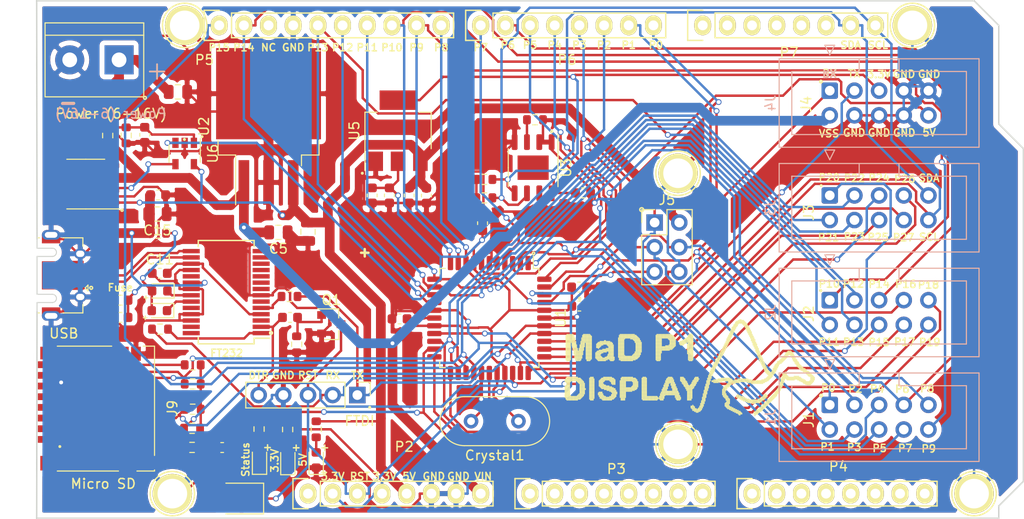
<source format=kicad_pcb>
(kicad_pcb (version 20171130) (host pcbnew "(5.1.9)-1")
  (title_block (date "mar. 31 mars 2015"))
  (layers (0 F.Cu signal) (31 B.Cu signal) (34 B.Paste user) (35 F.Paste user) (36 B.SilkS user) (37 F.SilkS user) (38 B.Mask user) (39 F.Mask user) (44 Edge.Cuts user))
  (net 0 "")
  (net 1 GND)
  (net 2 +5V)
  (net 3 +3V3)
  (net 4 VSS)
  (net 5 "Net-(C9-Pad2)")
  (net 6 VBUS)
  (net 7 ~DTR)
  (net 8 "Net-(C21-Pad1)")
  (net 9 X0)
  (net 10 X1)
  (net 11 "Net-(D1-Pad2)")
  (net 12 "Net-(D1-Pad1)")
  (net 13 "Net-(D2-Pad1)")
  (net 14 "Net-(F1-Pad2)")
  (net 15 P9)
  (net 16 P7)
  (net 17 P5)
  (net 18 P3)
  (net 19 P1)
  (net 20 P8)
  (net 21 P6)
  (net 22 P4)
  (net 23 P2)
  (net 24 P0)
  (net 25 P10)
  (net 26 P12)
  (net 27 P14)
  (net 28 P16)
  (net 29 P18)
  (net 30 P11)
  (net 31 P13)
  (net 32 P15)
  (net 33 P17)
  (net 34 P19)
  (net 35 P27)
  (net 36 P25)
  (net 37 P23)
  (net 38 P21)
  (net 39 P26)
  (net 40 P24)
  (net 41 P22)
  (net 42 P20)
  (net 43 RX)
  (net 44 TX)
  (net 45 ~RESET)
  (net 46 "Net-(J8-Pad3)")
  (net 47 "Net-(J8-Pad2)")
  (net 48 "Net-(J9-Pad8)")
  (net 49 "Net-(J9-Pad1)")
  (net 50 "Net-(R14-Pad1)")
  (net 51 "Net-(R15-Pad2)")
  (net 52 SCL)
  (net 53 SDA)
  (net 54 "Net-(D4-Pad2)")
  (net 55 "Net-(D5-Pad2)")
  (net 56 "Net-(D6-Pad2)")
  (net 57 "Net-(J8-Pad4)")
  (net 58 "Net-(P2-Pad1)")
  (net 59 "Net-(P3-Pad1)")
  (net 60 "Net-(P3-Pad2)")
  (net 61 "Net-(P3-Pad3)")
  (net 62 "Net-(P3-Pad4)")
  (net 63 "Net-(P3-Pad5)")
  (net 64 "Net-(P3-Pad6)")
  (net 65 "Net-(P3-Pad7)")
  (net 66 "Net-(P3-Pad8)")
  (net 67 "Net-(P4-Pad1)")
  (net 68 "Net-(P4-Pad2)")
  (net 69 "Net-(P4-Pad3)")
  (net 70 "Net-(P4-Pad4)")
  (net 71 "Net-(P4-Pad5)")
  (net 72 "Net-(P4-Pad6)")
  (net 73 "Net-(P4-Pad7)")
  (net 74 "Net-(P4-Pad8)")
  (net 75 "Net-(P5-Pad3)")
  (net 76 "Net-(P7-Pad1)")
  (net 77 "Net-(P7-Pad2)")
  (net 78 "Net-(P7-Pad3)")
  (net 79 "Net-(P7-Pad4)")
  (net 80 "Net-(P7-Pad5)")
  (net 81 "Net-(P7-Pad6)")
  (net 82 "Net-(U3-Pad7)")
  (net 83 "Net-(U4-Pad9)")
  (net 84 "Net-(U4-Pad10)")
  (net 85 "Net-(U4-Pad19)")
  (net 86 "Net-(C11-Pad2)")
  (net 87 "Net-(R8-Pad2)")
  (net 88 "Net-(U4-Pad3)")
  (net 89 "Net-(U4-Pad6)")
  (net 90 "Net-(U4-Pad11)")
  (net 91 "Net-(U4-Pad12)")
  (net 92 "Net-(U4-Pad13)")
  (net 93 "Net-(U4-Pad14)")
  (net 94 "Net-(U4-Pad27)")
  (net 95 "Net-(U4-Pad28)")
  (net 96 "Net-(U6-Pad4)")
  (net 97 "Net-(C17-Pad1)")
  (module MAD:LOGO9 (layer F.Cu) (at 155.2321 100.5205)
    (fp_text reference LOGO hide)
    (fp_text value "" (at 0 0) (layer F.SilkS) (effects (font (size 1.27 1.27))))
  )
  (module Socket_Arduino_Mega:Socket_Strip_Arduino_1x08 (layer F.Cu) (at 131.318 119.126)
    (fp_text reference P2 (at 9.906 -4.826) (layer F.SilkS))
    (fp_text value Power)
    (pad 1 thru_hole oval (at 0 0) (size 1.7272 2.032) (drill 1.016) (layers *.Cu *.Mask F.SilkS) (net 58 "Net-(P2-Pad1)"))
    (pad 2 thru_hole oval (at 2.54 0) (size 1.7272 2.032) (drill 1.016) (layers *.Cu *.Mask F.SilkS) (net 3 +3V3))
    (pad 3 thru_hole oval (at 5.08 0) (size 1.7272 2.032) (drill 1.016) (layers *.Cu *.Mask F.SilkS) (net 45 ~RESET))
    (pad 4 thru_hole oval (at 7.62 0) (size 1.7272 2.032) (drill 1.016) (layers *.Cu *.Mask F.SilkS) (net 3 +3V3))
    (pad 5 thru_hole oval (at 10.16 0) (size 1.7272 2.032) (drill 1.016) (layers *.Cu *.Mask F.SilkS) (net 2 +5V))
    (pad 6 thru_hole oval (at 12.7 0) (size 1.7272 2.032) (drill 1.016) (layers *.Cu *.Mask F.SilkS) (net 1 GND))
    (pad 7 thru_hole oval (at 15.24 0) (size 1.7272 2.032) (drill 1.016) (layers *.Cu *.Mask F.SilkS) (net 1 GND))
    (pad 8 thru_hole oval (at 17.78 0) (size 1.7272 2.032) (drill 1.016) (layers *.Cu *.Mask F.SilkS) (net 4 VSS))
  )
  (module Socket_Arduino_Mega:Socket_Strip_Arduino_1x08 (layer F.Cu) (at 154.178 119.126)
    (fp_text reference P3 (at 8.89 -2.54) (layer F.SilkS))
    (fp_text value Analog)
    (pad 1 thru_hole oval (at 0 0) (size 1.7272 2.032) (drill 1.016) (layers *.Cu *.Mask F.SilkS) (net 59 "Net-(P3-Pad1)"))
    (pad 2 thru_hole oval (at 2.54 0) (size 1.7272 2.032) (drill 1.016) (layers *.Cu *.Mask F.SilkS) (net 60 "Net-(P3-Pad2)"))
    (pad 3 thru_hole oval (at 5.08 0) (size 1.7272 2.032) (drill 1.016) (layers *.Cu *.Mask F.SilkS) (net 61 "Net-(P3-Pad3)"))
    (pad 4 thru_hole oval (at 7.62 0) (size 1.7272 2.032) (drill 1.016) (layers *.Cu *.Mask F.SilkS) (net 62 "Net-(P3-Pad4)"))
    (pad 5 thru_hole oval (at 10.16 0) (size 1.7272 2.032) (drill 1.016) (layers *.Cu *.Mask F.SilkS) (net 63 "Net-(P3-Pad5)"))
    (pad 6 thru_hole oval (at 12.7 0) (size 1.7272 2.032) (drill 1.016) (layers *.Cu *.Mask F.SilkS) (net 64 "Net-(P3-Pad6)"))
    (pad 7 thru_hole oval (at 15.24 0) (size 1.7272 2.032) (drill 1.016) (layers *.Cu *.Mask F.SilkS) (net 65 "Net-(P3-Pad7)"))
    (pad 8 thru_hole oval (at 17.78 0) (size 1.7272 2.032) (drill 1.016) (layers *.Cu *.Mask F.SilkS) (net 66 "Net-(P3-Pad8)"))
  )
  (module Socket_Arduino_Mega:Socket_Strip_Arduino_1x08 (layer F.Cu) (at 177.038 119.126)
    (fp_text reference P4 (at 8.89 -2.794) (layer F.SilkS))
    (fp_text value Analog)
    (pad 1 thru_hole oval (at 0 0) (size 1.7272 2.032) (drill 1.016) (layers *.Cu *.Mask F.SilkS) (net 67 "Net-(P4-Pad1)"))
    (pad 2 thru_hole oval (at 2.54 0) (size 1.7272 2.032) (drill 1.016) (layers *.Cu *.Mask F.SilkS) (net 68 "Net-(P4-Pad2)"))
    (pad 3 thru_hole oval (at 5.08 0) (size 1.7272 2.032) (drill 1.016) (layers *.Cu *.Mask F.SilkS) (net 69 "Net-(P4-Pad3)"))
    (pad 4 thru_hole oval (at 7.62 0) (size 1.7272 2.032) (drill 1.016) (layers *.Cu *.Mask F.SilkS) (net 70 "Net-(P4-Pad4)"))
    (pad 5 thru_hole oval (at 10.16 0) (size 1.7272 2.032) (drill 1.016) (layers *.Cu *.Mask F.SilkS) (net 71 "Net-(P4-Pad5)"))
    (pad 6 thru_hole oval (at 12.7 0) (size 1.7272 2.032) (drill 1.016) (layers *.Cu *.Mask F.SilkS) (net 72 "Net-(P4-Pad6)"))
    (pad 7 thru_hole oval (at 15.24 0) (size 1.7272 2.032) (drill 1.016) (layers *.Cu *.Mask F.SilkS) (net 73 "Net-(P4-Pad7)"))
    (pad 8 thru_hole oval (at 17.78 0) (size 1.7272 2.032) (drill 1.016) (layers *.Cu *.Mask F.SilkS) (net 74 "Net-(P4-Pad8)"))
  )
  (module Socket_Arduino_Mega:Socket_Strip_Arduino_1x10 (layer F.Cu) (at 122.174 70.866)
    (fp_text reference P5 (at -1.524 3.556) (layer F.SilkS))
    (fp_text value PWM)
    (pad 1 thru_hole oval (at 0 0) (size 1.7272 2.032) (drill 1.016) (layers *.Cu *.Mask F.SilkS) (net 32 P15))
    (pad 2 thru_hole oval (at 2.54 0) (size 1.7272 2.032) (drill 1.016) (layers *.Cu *.Mask F.SilkS) (net 27 P14))
    (pad 3 thru_hole oval (at 5.08 0) (size 1.7272 2.032) (drill 1.016) (layers *.Cu *.Mask F.SilkS) (net 75 "Net-(P5-Pad3)"))
    (pad 4 thru_hole oval (at 7.62 0) (size 1.7272 2.032) (drill 1.016) (layers *.Cu *.Mask F.SilkS) (net 1 GND))
    (pad 5 thru_hole oval (at 10.16 0) (size 1.7272 2.032) (drill 1.016) (layers *.Cu *.Mask F.SilkS) (net 31 P13))
    (pad 6 thru_hole oval (at 12.7 0) (size 1.7272 2.032) (drill 1.016) (layers *.Cu *.Mask F.SilkS) (net 26 P12))
    (pad 7 thru_hole oval (at 15.24 0) (size 1.7272 2.032) (drill 1.016) (layers *.Cu *.Mask F.SilkS) (net 30 P11))
    (pad 8 thru_hole oval (at 17.78 0) (size 1.7272 2.032) (drill 1.016) (layers *.Cu *.Mask F.SilkS) (net 25 P10))
    (pad 9 thru_hole oval (at 20.32 0) (size 1.7272 2.032) (drill 1.016) (layers *.Cu *.Mask F.SilkS) (net 15 P9))
    (pad 10 thru_hole oval (at 22.86 0) (size 1.7272 2.032) (drill 1.016) (layers *.Cu *.Mask F.SilkS) (net 20 P8))
  )
  (module Socket_Arduino_Mega:Socket_Strip_Arduino_1x08 (layer F.Cu) (at 149.098 70.866)
    (fp_text reference P6 (at 8.89 3.556) (layer F.SilkS))
    (fp_text value PWM)
    (pad 1 thru_hole oval (at 0 0) (size 1.7272 2.032) (drill 1.016) (layers *.Cu *.Mask F.SilkS) (net 16 P7))
    (pad 2 thru_hole oval (at 2.54 0) (size 1.7272 2.032) (drill 1.016) (layers *.Cu *.Mask F.SilkS) (net 21 P6))
    (pad 3 thru_hole oval (at 5.08 0) (size 1.7272 2.032) (drill 1.016) (layers *.Cu *.Mask F.SilkS) (net 17 P5))
    (pad 4 thru_hole oval (at 7.62 0) (size 1.7272 2.032) (drill 1.016) (layers *.Cu *.Mask F.SilkS) (net 22 P4))
    (pad 5 thru_hole oval (at 10.16 0) (size 1.7272 2.032) (drill 1.016) (layers *.Cu *.Mask F.SilkS) (net 18 P3))
    (pad 6 thru_hole oval (at 12.7 0) (size 1.7272 2.032) (drill 1.016) (layers *.Cu *.Mask F.SilkS) (net 23 P2))
    (pad 7 thru_hole oval (at 15.24 0) (size 1.7272 2.032) (drill 1.016) (layers *.Cu *.Mask F.SilkS) (net 19 P1))
    (pad 8 thru_hole oval (at 17.78 0) (size 1.7272 2.032) (drill 1.016) (layers *.Cu *.Mask F.SilkS) (net 24 P0))
  )
  (module Socket_Arduino_Mega:Socket_Strip_Arduino_1x08 (layer F.Cu) (at 171.958 70.866)
    (fp_text reference P7 (at 8.89 2.794) (layer F.SilkS))
    (fp_text value Communication hide)
    (pad 1 thru_hole oval (at 0 0) (size 1.7272 2.032) (drill 1.016) (layers *.Cu *.Mask F.SilkS) (net 76 "Net-(P7-Pad1)"))
    (pad 2 thru_hole oval (at 2.54 0) (size 1.7272 2.032) (drill 1.016) (layers *.Cu *.Mask F.SilkS) (net 77 "Net-(P7-Pad2)"))
    (pad 3 thru_hole oval (at 5.08 0) (size 1.7272 2.032) (drill 1.016) (layers *.Cu *.Mask F.SilkS) (net 78 "Net-(P7-Pad3)"))
    (pad 4 thru_hole oval (at 7.62 0) (size 1.7272 2.032) (drill 1.016) (layers *.Cu *.Mask F.SilkS) (net 79 "Net-(P7-Pad4)"))
    (pad 5 thru_hole oval (at 10.16 0) (size 1.7272 2.032) (drill 1.016) (layers *.Cu *.Mask F.SilkS) (net 80 "Net-(P7-Pad5)"))
    (pad 6 thru_hole oval (at 12.7 0) (size 1.7272 2.032) (drill 1.016) (layers *.Cu *.Mask F.SilkS) (net 81 "Net-(P7-Pad6)"))
    (pad 7 thru_hole oval (at 15.24 0) (size 1.7272 2.032) (drill 1.016) (layers *.Cu *.Mask F.SilkS) (net 53 SDA))
    (pad 8 thru_hole oval (at 17.78 0) (size 1.7272 2.032) (drill 1.016) (layers *.Cu *.Mask F.SilkS) (net 52 SCL))
  )
  (module Socket_Arduino_Mega:Arduino_1pin (layer F.Cu) (at 117.348 119.126)
    (fp_text reference P8 hide)
    (fp_text value CONN_01X01 hide)
    (pad 1 thru_hole circle (at 0 0) (size 4.064 4.064) (drill 3.048) (layers *.Cu *.Mask F.SilkS) (net 1 GND))
  )
  (module Socket_Arduino_Mega:Arduino_1pin (layer F.Cu) (at 169.418 114.046)
    (fp_text reference P9 hide)
    (fp_text value CONN_01X01 hide)
    (pad 1 thru_hole circle (at 0 0) (size 4.064 4.064) (drill 3.048) (layers *.Cu *.Mask F.SilkS) (net 1 GND))
  )
  (module Socket_Arduino_Mega:Arduino_1pin (layer F.Cu) (at 199.898 119.126)
    (fp_text reference P10 hide)
    (fp_text value CONN_01X01 hide)
    (pad 1 thru_hole circle (at 0 0) (size 4.064 4.064) (drill 3.048) (layers *.Cu *.Mask F.SilkS) (net 1 GND))
  )
  (module Socket_Arduino_Mega:Arduino_1pin (layer F.Cu) (at 118.618 70.866)
    (fp_text reference P11 hide)
    (fp_text value CONN_01X01 hide)
    (pad 1 thru_hole circle (at 0 0) (size 4.064 4.064) (drill 3.048) (layers *.Cu *.Mask F.SilkS) (net 1 GND))
  )
  (module Socket_Arduino_Mega:Arduino_1pin (layer F.Cu) (at 169.418 86.106)
    (fp_text reference P12 hide)
    (fp_text value CONN_01X01 hide)
    (pad 1 thru_hole circle (at 0 0) (size 4.064 4.064) (drill 3.048) (layers *.Cu *.Mask F.SilkS) (net 1 GND))
  )
  (module Socket_Arduino_Mega:Arduino_1pin (layer F.Cu) (at 193.548 70.866)
    (fp_text reference P13 hide)
    (fp_text value CONN_01X01 hide)
    (pad 1 thru_hole circle (at 0 0) (size 4.064 4.064) (drill 3.048) (layers *.Cu *.Mask F.SilkS) (net 1 GND))
  )
  (module LED_SMD:LED_0603_1608Metric (layer F.Cu) (at 116.014 100.266 180)
    (fp_text reference D1 hide)
    (fp_text value BLUE)
    (pad 2 smd roundrect (at 0.7875 0 180) (size 0.875 0.95) (layers F.Cu F.Paste F.Mask) (net 11 "Net-(D1-Pad2)"))
    (pad 1 smd roundrect (at -0.7875 0 180) (size 0.875 0.95) (layers F.Cu F.Paste F.Mask) (net 12 "Net-(D1-Pad1)"))
  )
  (module LED_SMD:LED_0603_1608Metric (layer F.Cu) (at 116.052 98.2345 180)
    (fp_text reference D2 hide)
    (fp_text value RED)
    (pad 1 smd roundrect (at -0.7875 0 180) (size 0.875 0.95) (layers F.Cu F.Paste F.Mask) (net 13 "Net-(D2-Pad1)"))
    (pad 2 smd roundrect (at 0.7875 0 180) (size 0.875 0.95) (layers F.Cu F.Paste F.Mask) (net 11 "Net-(D1-Pad2)"))
  )
  (module Fuse:Fuse_0603_1608Metric (layer F.Cu) (at 112.014 99.187 180)
    (fp_text reference F1 hide)
    (fp_text value 500mA)
    (pad 1 smd roundrect (at -0.7875 0 180) (size 0.875 0.95) (layers F.Cu F.Paste F.Mask) (net 6 VBUS))
    (pad 2 smd roundrect (at 0.7875 0 180) (size 0.875 0.95) (layers F.Cu F.Paste F.Mask) (net 14 "Net-(F1-Pad2)"))
  )
  (module Connector_IDC:IDC-Header_2x05_P2.54mm_Vertical (layer B.Cu) (at 185.039 109.982 270)
    (fp_text reference J1 (at 1.27 6.1 270) (layer B.SilkS) (effects (justify mirror)))
    (fp_text value Conn_02x05_Odd_Even)
    (pad 10 thru_hole circle (at 2.54 -10.16 270) (size 1.7 1.7) (drill 1) (layers *.Cu *.Mask) (net 15 P9))
    (pad 8 thru_hole circle (at 2.54 -7.62 270) (size 1.7 1.7) (drill 1) (layers *.Cu *.Mask) (net 16 P7))
    (pad 6 thru_hole circle (at 2.54 -5.08 270) (size 1.7 1.7) (drill 1) (layers *.Cu *.Mask) (net 17 P5))
    (pad 4 thru_hole circle (at 2.54 -2.54 270) (size 1.7 1.7) (drill 1) (layers *.Cu *.Mask) (net 18 P3))
    (pad 2 thru_hole circle (at 2.54 0 270) (size 1.7 1.7) (drill 1) (layers *.Cu *.Mask) (net 19 P1))
    (pad 9 thru_hole circle (at 0 -10.16 270) (size 1.7 1.7) (drill 1) (layers *.Cu *.Mask) (net 20 P8))
    (pad 7 thru_hole circle (at 0 -7.62 270) (size 1.7 1.7) (drill 1) (layers *.Cu *.Mask) (net 21 P6))
    (pad 5 thru_hole circle (at 0 -5.08 270) (size 1.7 1.7) (drill 1) (layers *.Cu *.Mask) (net 22 P4))
    (pad 3 thru_hole circle (at 0 -2.54 270) (size 1.7 1.7) (drill 1) (layers *.Cu *.Mask) (net 23 P2))
    (pad 1 thru_hole roundrect (at 0 0 270) (size 1.7 1.7) (drill 1) (layers *.Cu *.Mask) (roundrect_rratio 0.1470588235294118) (net 24 P0))
  )
  (module Connector_IDC:IDC-Header_2x05_P2.54mm_Vertical (layer B.Cu) (at 185.039 99.187 270)
    (fp_text reference J2 (at 1.27 6.1 270) (layer B.SilkS) (effects (justify mirror)))
    (fp_text value Conn_02x05_Odd_Even)
    (pad 1 thru_hole roundrect (at 0 0 270) (size 1.7 1.7) (drill 1) (layers *.Cu *.Mask) (roundrect_rratio 0.1470588235294118) (net 25 P10))
    (pad 3 thru_hole circle (at 0 -2.54 270) (size 1.7 1.7) (drill 1) (layers *.Cu *.Mask) (net 26 P12))
    (pad 5 thru_hole circle (at 0 -5.08 270) (size 1.7 1.7) (drill 1) (layers *.Cu *.Mask) (net 27 P14))
    (pad 7 thru_hole circle (at 0 -7.62 270) (size 1.7 1.7) (drill 1) (layers *.Cu *.Mask) (net 28 P16))
    (pad 9 thru_hole circle (at 0 -10.16 270) (size 1.7 1.7) (drill 1) (layers *.Cu *.Mask) (net 29 P18))
    (pad 2 thru_hole circle (at 2.54 0 270) (size 1.7 1.7) (drill 1) (layers *.Cu *.Mask) (net 30 P11))
    (pad 4 thru_hole circle (at 2.54 -2.54 270) (size 1.7 1.7) (drill 1) (layers *.Cu *.Mask) (net 31 P13))
    (pad 6 thru_hole circle (at 2.54 -5.08 270) (size 1.7 1.7) (drill 1) (layers *.Cu *.Mask) (net 32 P15))
    (pad 8 thru_hole circle (at 2.54 -7.62 270) (size 1.7 1.7) (drill 1) (layers *.Cu *.Mask) (net 33 P17))
    (pad 10 thru_hole circle (at 2.54 -10.16 270) (size 1.7 1.7) (drill 1) (layers *.Cu *.Mask) (net 34 P19))
  )
  (module Connector_IDC:IDC-Header_2x05_P2.54mm_Vertical (layer B.Cu) (at 185.039 88.392 270)
    (fp_text reference J3 (at 1.27 6.1 270) (layer B.SilkS) (effects (justify mirror)))
    (fp_text value Conn_02x05_Odd_Even)
    (pad 10 thru_hole circle (at 2.54 -10.16 270) (size 1.7 1.7) (drill 1) (layers *.Cu *.Mask) (net 52 SCL))
    (pad 8 thru_hole circle (at 2.54 -7.62 270) (size 1.7 1.7) (drill 1) (layers *.Cu *.Mask) (net 35 P27))
    (pad 6 thru_hole circle (at 2.54 -5.08 270) (size 1.7 1.7) (drill 1) (layers *.Cu *.Mask) (net 36 P25))
    (pad 4 thru_hole circle (at 2.54 -2.54 270) (size 1.7 1.7) (drill 1) (layers *.Cu *.Mask) (net 37 P23))
    (pad 2 thru_hole circle (at 2.54 0 270) (size 1.7 1.7) (drill 1) (layers *.Cu *.Mask) (net 38 P21))
    (pad 9 thru_hole circle (at 0 -10.16 270) (size 1.7 1.7) (drill 1) (layers *.Cu *.Mask) (net 53 SDA))
    (pad 7 thru_hole circle (at 0 -7.62 270) (size 1.7 1.7) (drill 1) (layers *.Cu *.Mask) (net 39 P26))
    (pad 5 thru_hole circle (at 0 -5.08 270) (size 1.7 1.7) (drill 1) (layers *.Cu *.Mask) (net 40 P24))
    (pad 3 thru_hole circle (at 0 -2.54 270) (size 1.7 1.7) (drill 1) (layers *.Cu *.Mask) (net 41 P22))
    (pad 1 thru_hole roundrect (at 0 0 270) (size 1.7 1.7) (drill 1) (layers *.Cu *.Mask) (roundrect_rratio 0.1470588235294118) (net 42 P20))
  )
  (module Connector_IDC:IDC-Header_2x05_P2.54mm_Vertical (layer B.Cu) (at 185.039 77.597 270)
    (fp_text reference J4 (at 1.27 6.1 270) (layer B.SilkS) (effects (justify mirror)))
    (fp_text value Conn_02x05_Odd_Even)
    (pad 1 thru_hole roundrect (at 0 0 270) (size 1.7 1.7) (drill 1) (layers *.Cu *.Mask) (roundrect_rratio 0.1470588235294118) (net 43 RX))
    (pad 3 thru_hole circle (at 0 -2.54 270) (size 1.7 1.7) (drill 1) (layers *.Cu *.Mask) (net 44 TX))
    (pad 5 thru_hole circle (at 0 -5.08 270) (size 1.7 1.7) (drill 1) (layers *.Cu *.Mask) (net 3 +3V3))
    (pad 7 thru_hole circle (at 0 -7.62 270) (size 1.7 1.7) (drill 1) (layers *.Cu *.Mask) (net 1 GND))
    (pad 9 thru_hole circle (at 0 -10.16 270) (size 1.7 1.7) (drill 1) (layers *.Cu *.Mask) (net 1 GND))
    (pad 2 thru_hole circle (at 2.54 0 270) (size 1.7 1.7) (drill 1) (layers *.Cu *.Mask) (net 4 VSS))
    (pad 4 thru_hole circle (at 2.54 -2.54 270) (size 1.7 1.7) (drill 1) (layers *.Cu *.Mask) (net 1 GND))
    (pad 6 thru_hole circle (at 2.54 -5.08 270) (size 1.7 1.7) (drill 1) (layers *.Cu *.Mask) (net 1 GND))
    (pad 8 thru_hole circle (at 2.54 -7.62 270) (size 1.7 1.7) (drill 1) (layers *.Cu *.Mask) (net 1 GND))
    (pad 10 thru_hole circle (at 2.54 -10.16 270) (size 1.7 1.7) (drill 1) (layers *.Cu *.Mask) (net 2 +5V))
  )
  (module TerminalBlock:TerminalBlock_bornier-2_P5.08mm (layer F.Cu) (at 111.862 74.422 180)
    (fp_text reference J7 hide)
    (fp_text value Power)
    (pad 1 thru_hole rect (at 0 0 180) (size 3 3) (drill 1.52) (layers *.Cu *.Mask) (net 97 "Net-(C17-Pad1)"))
    (pad 2 thru_hole circle (at 5.08 0 180) (size 3 3) (drill 1.52) (layers *.Cu *.Mask) (net 1 GND))
  )
  (module Connector_USB:USB_Micro-AB_Molex_47590-0001 (layer F.Cu) (at 104.866 96.6318 270)
    (fp_text reference J8 hide)
    (fp_text value USB_B_Micro)
    (fp_line (start -3.75 1.45) (end -2.8 1.45) (layer Edge.Cuts) (width 0.1))
    (fp_line (start -2.8 -0.125) (end -2.8 1.45) (layer Edge.Cuts) (width 0.1))
    (fp_line (start -1.95 -0.125) (end -1.95 1.45) (layer Edge.Cuts) (width 0.1))
    (fp_line (start -1.95 1.45) (end 1.95 1.45) (layer Edge.Cuts) (width 0.1))
    (fp_line (start 1.95 -0.125) (end 1.95 1.45) (layer Edge.Cuts) (width 0.1))
    (fp_line (start 2.8 -0.125) (end 2.8 1.45) (layer Edge.Cuts) (width 0.1))
    (fp_line (start 2.8 1.45) (end 3.75 1.45) (layer Edge.Cuts) (width 0.1))
    (fp_arc (start 2.375 -0.125) (end 1.95 -0.125) (angle 180) (layer Edge.Cuts) (width 0.1))
    (fp_arc (start -2.375 -0.125) (end -2.8 -0.125) (angle 180) (layer Edge.Cuts) (width 0.1))
    (pad 6 thru_hole oval (at -2.225 -3 270) (size 1.05 1.25) (drill oval 0.65 0.85) (layers *.Cu *.Mask) (net 1 GND))
    (pad 5 smd rect (at -1.3 -2.675 270) (size 0.4 1.35) (layers F.Cu F.Paste F.Mask) (net 1 GND))
    (pad 4 smd rect (at -0.65 -2.675 270) (size 0.4 1.35) (layers F.Cu F.Paste F.Mask) (net 57 "Net-(J8-Pad4)"))
    (pad 3 smd rect (at 0 -2.675 270) (size 0.4 1.35) (layers F.Cu F.Paste F.Mask) (net 46 "Net-(J8-Pad3)"))
    (pad 1 smd rect (at 1.3 -2.675 270) (size 0.4 1.35) (layers F.Cu F.Paste F.Mask) (net 14 "Net-(F1-Pad2)"))
    (pad 6 thru_hole oval (at 2.225 -3 270) (size 1.05 1.25) (drill oval 0.65 0.85) (layers *.Cu *.Mask) (net 1 GND))
    (pad 6 thru_hole oval (at -4.175 0 270) (size 1 1.9) (drill oval 0.6 1.3) (layers *.Cu *.Mask) (net 1 GND))
    (pad 6 thru_hole oval (at 4.175 0 270) (size 1 1.9) (drill oval 0.6 1.3) (layers *.Cu *.Mask) (net 1 GND))
    (pad 2 smd rect (at 0.65 -2.675 270) (size 0.4 1.35) (layers F.Cu F.Paste F.Mask) (net 47 "Net-(J8-Pad2)"))
    (pad 6 smd rect (at 0 0 270) (size 2.9 1.9) (layers F.Cu F.Paste F.Mask) (net 1 GND))
    (pad 6 smd rect (at 3.7375 0 270) (size 0.875 1.9) (layers F.Cu F.Mask) (net 1 GND))
    (pad 6 smd rect (at -3.7375 0 270) (size 0.875 1.9) (layers F.Cu F.Mask) (net 1 GND))
  )
  (module Connector_Card:microSD_HC_Hirose_DM3D-SF (layer F.Cu) (at 109.728 110.363 270)
    (fp_text reference J9 (at -0.025 -7.625 90) (layer F.SilkS))
    (fp_text value Micro_SD_Card)
    (pad 8 smd rect (at -4.525 5.35 270) (size 0.7 1.75) (layers F.Cu F.Paste F.Mask) (net 48 "Net-(J9-Pad8)"))
    (pad 11 smd rect (at -5.725 5.225 270) (size 1.3 1.5) (layers F.Cu F.Paste F.Mask))
    (pad 11 smd rect (at -5.975 -2.375 270) (size 0.8 1.5) (layers F.Cu F.Paste F.Mask))
    (pad 9 smd rect (at -5.65 -3.875 270) (size 1.45 1) (layers F.Cu F.Paste F.Mask) (net 1 GND))
    (pad 11 smd rect (at 5.975 -3.025 270) (size 0.8 1.4) (layers F.Cu F.Paste F.Mask))
    (pad 7 smd rect (at -3.425 5.35 270) (size 0.7 1.75) (layers F.Cu F.Paste F.Mask) (net 41 P22))
    (pad 6 smd rect (at -2.325 5.35 270) (size 0.7 1.75) (layers F.Cu F.Paste F.Mask) (net 1 GND))
    (pad 5 smd rect (at -1.225 5.35 270) (size 0.7 1.75) (layers F.Cu F.Paste F.Mask) (net 37 P23))
    (pad 4 smd rect (at -0.125 5.35 270) (size 0.7 1.75) (layers F.Cu F.Paste F.Mask) (net 3 +3V3))
    (pad 3 smd rect (at 0.975 5.35 270) (size 0.7 1.75) (layers F.Cu F.Paste F.Mask) (net 40 P24))
    (pad 2 smd rect (at 2.075 5.35 270) (size 0.7 1.75) (layers F.Cu F.Paste F.Mask) (net 36 P25))
    (pad 1 smd rect (at 3.175 5.35 270) (size 0.7 1.75) (layers F.Cu F.Paste F.Mask) (net 49 "Net-(J9-Pad1)"))
    (pad 11 smd rect (at 5.625 5.225 270) (size 1.5 1.5) (layers F.Cu F.Paste F.Mask))
    (pad 10 smd rect (at 5.575 -5.45 270) (size 1 1.55) (layers F.Cu F.Paste F.Mask))
  )
  (module Package_TO_SOT_SMD:SOT-23 (layer F.Cu) (at 133.715 101.666)
    (fp_text reference Q1 (at 0 -2.5) (layer F.SilkS))
    (fp_text value MMBT3904)
    (pad 1 smd rect (at -1 -0.95) (size 0.9 0.8) (layers F.Cu F.Paste F.Mask) (net 8 "Net-(C21-Pad1)"))
    (pad 2 smd rect (at -1 0.95) (size 0.9 0.8) (layers F.Cu F.Paste F.Mask) (net 1 GND))
    (pad 3 smd rect (at 1 0) (size 0.9 0.8) (layers F.Cu F.Paste F.Mask) (net 45 ~RESET))
  )
  (module Package_QFP:LQFP-44_10x10mm_P0.8mm (layer F.Cu) (at 149.987 101.028 270)
    (fp_text reference U1 (at 0 -7.35 90) (layer F.SilkS))
    (fp_text value P8X32A-Q44)
    (pad 1 smd roundrect (at -5.6625 -4 270) (size 1.475 0.55) (layers F.Cu F.Paste F.Mask) (net 22 P4))
    (pad 2 smd roundrect (at -5.6625 -3.2 270) (size 1.475 0.55) (layers F.Cu F.Paste F.Mask) (net 17 P5))
    (pad 3 smd roundrect (at -5.6625 -2.4 270) (size 1.475 0.55) (layers F.Cu F.Paste F.Mask) (net 21 P6))
    (pad 4 smd roundrect (at -5.6625 -1.6 270) (size 1.475 0.55) (layers F.Cu F.Paste F.Mask) (net 16 P7))
    (pad 5 smd roundrect (at -5.6625 -0.8 270) (size 1.475 0.55) (layers F.Cu F.Paste F.Mask) (net 1 GND))
    (pad 6 smd roundrect (at -5.6625 0 270) (size 1.475 0.55) (layers F.Cu F.Paste F.Mask) (net 1 GND))
    (pad 7 smd roundrect (at -5.6625 0.8 270) (size 1.475 0.55) (layers F.Cu F.Paste F.Mask) (net 45 ~RESET))
    (pad 8 smd roundrect (at -5.6625 1.6 270) (size 1.475 0.55) (layers F.Cu F.Paste F.Mask) (net 3 +3V3))
    (pad 9 smd roundrect (at -5.6625 2.4 270) (size 1.475 0.55) (layers F.Cu F.Paste F.Mask) (net 20 P8))
    (pad 10 smd roundrect (at -5.6625 3.2 270) (size 1.475 0.55) (layers F.Cu F.Paste F.Mask) (net 15 P9))
    (pad 11 smd roundrect (at -5.6625 4 270) (size 1.475 0.55) (layers F.Cu F.Paste F.Mask) (net 25 P10))
    (pad 12 smd roundrect (at -4 5.6625 270) (size 0.55 1.475) (layers F.Cu F.Paste F.Mask) (net 30 P11))
    (pad 13 smd roundrect (at -3.2 5.6625 270) (size 0.55 1.475) (layers F.Cu F.Paste F.Mask) (net 26 P12))
    (pad 14 smd roundrect (at -2.4 5.6625 270) (size 0.55 1.475) (layers F.Cu F.Paste F.Mask) (net 31 P13))
    (pad 15 smd roundrect (at -1.6 5.6625 270) (size 0.55 1.475) (layers F.Cu F.Paste F.Mask) (net 27 P14))
    (pad 16 smd roundrect (at -0.8 5.6625 270) (size 0.55 1.475) (layers F.Cu F.Paste F.Mask) (net 32 P15))
    (pad 17 smd roundrect (at 0 5.6625 270) (size 0.55 1.475) (layers F.Cu F.Paste F.Mask) (net 1 GND))
    (pad 18 smd roundrect (at 0.8 5.6625 270) (size 0.55 1.475) (layers F.Cu F.Paste F.Mask) (net 3 +3V3))
    (pad 19 smd roundrect (at 1.6 5.6625 270) (size 0.55 1.475) (layers F.Cu F.Paste F.Mask) (net 28 P16))
    (pad 20 smd roundrect (at 2.4 5.6625 270) (size 0.55 1.475) (layers F.Cu F.Paste F.Mask) (net 33 P17))
    (pad 21 smd roundrect (at 3.2 5.6625 270) (size 0.55 1.475) (layers F.Cu F.Paste F.Mask) (net 29 P18))
    (pad 22 smd roundrect (at 4 5.6625 270) (size 0.55 1.475) (layers F.Cu F.Paste F.Mask) (net 34 P19))
    (pad 23 smd roundrect (at 5.6625 4 270) (size 1.475 0.55) (layers F.Cu F.Paste F.Mask) (net 42 P20))
    (pad 24 smd roundrect (at 5.6625 3.2 270) (size 1.475 0.55) (layers F.Cu F.Paste F.Mask) (net 38 P21))
    (pad 25 smd roundrect (at 5.6625 2.4 270) (size 1.475 0.55) (layers F.Cu F.Paste F.Mask) (net 41 P22))
    (pad 26 smd roundrect (at 5.6625 1.6 270) (size 1.475 0.55) (layers F.Cu F.Paste F.Mask) (net 37 P23))
    (pad 27 smd roundrect (at 5.6625 0.8 270) (size 1.475 0.55) (layers F.Cu F.Paste F.Mask) (net 1 GND))
    (pad 28 smd roundrect (at 5.6625 0 270) (size 1.475 0.55) (layers F.Cu F.Paste F.Mask) (net 10 X1))
    (pad 29 smd roundrect (at 5.6625 -0.8 270) (size 1.475 0.55) (layers F.Cu F.Paste F.Mask) (net 9 X0))
    (pad 30 smd roundrect (at 5.6625 -1.6 270) (size 1.475 0.55) (layers F.Cu F.Paste F.Mask) (net 3 +3V3))
    (pad 31 smd roundrect (at 5.6625 -2.4 270) (size 1.475 0.55) (layers F.Cu F.Paste F.Mask) (net 40 P24))
    (pad 32 smd roundrect (at 5.6625 -3.2 270) (size 1.475 0.55) (layers F.Cu F.Paste F.Mask) (net 36 P25))
    (pad 33 smd roundrect (at 5.6625 -4 270) (size 1.475 0.55) (layers F.Cu F.Paste F.Mask) (net 39 P26))
    (pad 34 smd roundrect (at 4 -5.6625 270) (size 0.55 1.475) (layers F.Cu F.Paste F.Mask) (net 35 P27))
    (pad 35 smd roundrect (at 3.2 -5.6625 270) (size 0.55 1.475) (layers F.Cu F.Paste F.Mask) (net 52 SCL))
    (pad 36 smd roundrect (at 2.4 -5.6625 270) (size 0.55 1.475) (layers F.Cu F.Paste F.Mask) (net 53 SDA))
    (pad 37 smd roundrect (at 1.6 -5.6625 270) (size 0.55 1.475) (layers F.Cu F.Paste F.Mask) (net 44 TX))
    (pad 38 smd roundrect (at 0.8 -5.6625 270) (size 0.55 1.475) (layers F.Cu F.Paste F.Mask) (net 43 RX))
    (pad 39 smd roundrect (at 0 -5.6625 270) (size 0.55 1.475) (layers F.Cu F.Paste F.Mask) (net 1 GND))
    (pad 40 smd roundrect (at -0.8 -5.6625 270) (size 0.55 1.475) (layers F.Cu F.Paste F.Mask) (net 3 +3V3))
    (pad 41 smd roundrect (at -1.6 -5.6625 270) (size 0.55 1.475) (layers F.Cu F.Paste F.Mask) (net 24 P0))
    (pad 42 smd roundrect (at -2.4 -5.6625 270) (size 0.55 1.475) (layers F.Cu F.Paste F.Mask) (net 19 P1))
    (pad 43 smd roundrect (at -3.2 -5.6625 270) (size 0.55 1.475) (layers F.Cu F.Paste F.Mask) (net 23 P2))
    (pad 44 smd roundrect (at -4 -5.6625 270) (size 0.55 1.475) (layers F.Cu F.Paste F.Mask) (net 18 P3))
  )
  (module Package_SO:SOIC-8-1EP_3.9x4.9mm_P1.27mm_EP2.514x3.2mm (layer F.Cu) (at 154.496 85.5345 270)
    (fp_text reference U3 (at 0 -3.4 90) (layer F.SilkS))
    (fp_text value AT24C512)
    (pad 1 smd roundrect (at -2.6375 -1.905 270) (size 1.625 0.6) (layers F.Cu F.Paste F.Mask) (net 1 GND))
    (pad 2 smd roundrect (at -2.6375 -0.635 270) (size 1.625 0.6) (layers F.Cu F.Paste F.Mask) (net 1 GND))
    (pad 3 smd roundrect (at -2.6375 0.635 270) (size 1.625 0.6) (layers F.Cu F.Paste F.Mask) (net 87 "Net-(R8-Pad2)"))
    (pad 4 smd roundrect (at -2.6375 1.905 270) (size 1.625 0.6) (layers F.Cu F.Paste F.Mask) (net 1 GND))
    (pad 5 smd roundrect (at 2.6375 1.905 270) (size 1.625 0.6) (layers F.Cu F.Paste F.Mask) (net 53 SDA))
    (pad 6 smd roundrect (at 2.6375 0.635 270) (size 1.625 0.6) (layers F.Cu F.Paste F.Mask) (net 52 SCL))
    (pad 7 smd roundrect (at 2.6375 -0.635 270) (size 1.625 0.6) (layers F.Cu F.Paste F.Mask) (net 82 "Net-(U3-Pad7)"))
    (pad 8 smd roundrect (at 2.6375 -1.905 270) (size 1.625 0.6) (layers F.Cu F.Paste F.Mask) (net 3 +3V3))
    (pad 9 smd rect (at 0 0 270) (size 2.514 3.2) (layers F.Cu F.Mask))
  )
  (module Connector_PinHeader_2.54mm:PinHeader_2x03_P2.54mm_Vertical (layer F.Cu) (at 167.005 91.186)
    (fp_text reference J5 (at 1.27 -2.33) (layer F.SilkS))
    (fp_text value Conn_02x03_Odd_Even)
    (pad 1 thru_hole rect (at 0 0) (size 1.7 1.7) (drill 1) (layers *.Cu *.Mask) (net 18 P3))
    (pad 2 thru_hole oval (at 2.54 0) (size 1.7 1.7) (drill 1) (layers *.Cu *.Mask) (net 2 +5V))
    (pad 3 thru_hole oval (at 0 2.54) (size 1.7 1.7) (drill 1) (layers *.Cu *.Mask) (net 19 P1))
    (pad 4 thru_hole oval (at 2.54 2.54) (size 1.7 1.7) (drill 1) (layers *.Cu *.Mask) (net 23 P2))
    (pad 5 thru_hole oval (at 0 5.08) (size 1.7 1.7) (drill 1) (layers *.Cu *.Mask) (net 45 ~RESET))
    (pad 6 thru_hole oval (at 2.54 5.08) (size 1.7 1.7) (drill 1) (layers *.Cu *.Mask) (net 1 GND))
  )
  (module Connector_PinHeader_2.54mm:PinHeader_1x05_P2.54mm_Vertical (layer F.Cu) (at 136.398 108.966 270)
    (fp_text reference J10 hide)
    (fp_text value Conn_01x05)
    (pad 1 thru_hole rect (at 0 0 270) (size 1.7 1.7) (drill 1) (layers *.Cu *.Mask) (net 44 TX))
    (pad 2 thru_hole oval (at 0 2.54 270) (size 1.7 1.7) (drill 1) (layers *.Cu *.Mask) (net 43 RX))
    (pad 3 thru_hole oval (at 0 5.08 270) (size 1.7 1.7) (drill 1) (layers *.Cu *.Mask) (net 45 ~RESET))
    (pad 4 thru_hole oval (at 0 7.62 270) (size 1.7 1.7) (drill 1) (layers *.Cu *.Mask) (net 1 GND))
    (pad 5 thru_hole oval (at 0 10.16 270) (size 1.7 1.7) (drill 1) (layers *.Cu *.Mask) (net 7 ~DTR))
  )
  (module Capacitor_SMD:C_0603_1608Metric (layer F.Cu) (at 140.741 101.117 180)
    (fp_text reference C1 hide)
    (fp_text value 0.1uF)
    (pad 2 smd roundrect (at 0.775 0 180) (size 0.9 0.95) (layers F.Cu F.Paste F.Mask) (net 1 GND))
    (pad 1 smd roundrect (at -0.775 0 180) (size 0.9 0.95) (layers F.Cu F.Paste F.Mask) (net 3 +3V3))
  )
  (module Capacitor_SMD:C_0603_1608Metric (layer F.Cu) (at 159.258 99.7966)
    (fp_text reference C2 hide)
    (fp_text value 0.1uF)
    (pad 1 smd roundrect (at -0.775 0) (size 0.9 0.95) (layers F.Cu F.Paste F.Mask) (net 3 +3V3))
    (pad 2 smd roundrect (at 0.775 0) (size 0.9 0.95) (layers F.Cu F.Paste F.Mask) (net 1 GND))
  )
  (module Capacitor_SMD:C_0603_1608Metric (layer F.Cu) (at 159.233 97.8408)
    (fp_text reference C3 hide)
    (fp_text value 0.1uF)
    (pad 1 smd roundrect (at -0.775 0) (size 0.9 0.95) (layers F.Cu F.Paste F.Mask) (net 3 +3V3))
    (pad 2 smd roundrect (at 0.775 0) (size 0.9 0.95) (layers F.Cu F.Paste F.Mask) (net 1 GND))
  )
  (module Capacitor_SMD:C_0603_1608Metric (layer F.Cu) (at 149.288 91.2495 90)
    (fp_text reference C4 hide)
    (fp_text value 0.1uF)
    (pad 2 smd roundrect (at 0.775 0 90) (size 0.9 0.95) (layers F.Cu F.Paste F.Mask) (net 1 GND))
    (pad 1 smd roundrect (at -0.775 0 90) (size 0.9 0.95) (layers F.Cu F.Paste F.Mask) (net 3 +3V3))
  )
  (module Capacitor_SMD:C_0603_1608Metric (layer F.Cu) (at 143.51 88.405 90)
    (fp_text reference C7 hide)
    (fp_text value 4.7uF)
    (pad 1 smd roundrect (at -0.775 0 90) (size 0.9 0.95) (layers F.Cu F.Paste F.Mask) (net 1 GND))
    (pad 2 smd roundrect (at 0.775 0 90) (size 0.9 0.95) (layers F.Cu F.Paste F.Mask) (net 2 +5V))
  )
  (module Capacitor_SMD:C_0603_1608Metric (layer F.Cu) (at 141.732 88.392 270)
    (fp_text reference C8 hide)
    (fp_text value 1uF)
    (pad 1 smd roundrect (at -0.775 0 270) (size 0.9 0.95) (layers F.Cu F.Paste F.Mask) (net 2 +5V))
    (pad 2 smd roundrect (at 0.775 0 270) (size 0.9 0.95) (layers F.Cu F.Paste F.Mask) (net 1 GND))
  )
  (module Capacitor_SMD:C_0603_1608Metric (layer F.Cu) (at 114.503 82.1436 90)
    (fp_text reference C9 hide)
    (fp_text value 0.1uF)
    (pad 2 smd roundrect (at 0.775 0 90) (size 0.9 0.95) (layers F.Cu F.Paste F.Mask) (net 5 "Net-(C9-Pad2)"))
    (pad 1 smd roundrect (at -0.775 0 90) (size 0.9 0.95) (layers F.Cu F.Paste F.Mask) (net 1 GND))
  )
  (module Capacitor_SMD:C_0603_1608Metric (layer F.Cu) (at 159.639 88.138)
    (fp_text reference C10 hide)
    (fp_text value 1uF)
    (pad 1 smd roundrect (at -0.775 0) (size 0.9 0.95) (layers F.Cu F.Paste F.Mask) (net 3 +3V3))
    (pad 2 smd roundrect (at 0.775 0) (size 0.9 0.95) (layers F.Cu F.Paste F.Mask) (net 1 GND))
  )
  (module Capacitor_SMD:C_0603_1608Metric (layer F.Cu) (at 115.875 88.3412)
    (fp_text reference C14 hide)
    (fp_text value 0.1uF)
    (pad 1 smd roundrect (at -0.775 0) (size 0.9 0.95) (layers F.Cu F.Paste F.Mask) (net 6 VBUS))
    (pad 2 smd roundrect (at 0.775 0) (size 0.9 0.95) (layers F.Cu F.Paste F.Mask) (net 1 GND))
  )
  (module Capacitor_SMD:C_0603_1608Metric (layer F.Cu) (at 112.014 100.965)
    (fp_text reference C16 hide)
    (fp_text value 0.01uF)
    (pad 2 smd roundrect (at 0.775 0) (size 0.9 0.95) (layers F.Cu F.Paste F.Mask) (net 6 VBUS))
    (pad 1 smd roundrect (at -0.775 0) (size 0.9 0.95) (layers F.Cu F.Paste F.Mask) (net 1 GND))
  )
  (module Capacitor_SMD:C_0603_1608Metric (layer F.Cu) (at 122.479 114.376)
    (fp_text reference C20 hide)
    (fp_text value 0.1uF)
    (pad 2 smd roundrect (at 0.775 0) (size 0.9 0.95) (layers F.Cu F.Paste F.Mask) (net 1 GND))
    (pad 1 smd roundrect (at -0.775 0) (size 0.9 0.95) (layers F.Cu F.Paste F.Mask) (net 3 +3V3))
  )
  (module Capacitor_SMD:C_0603_1608Metric (layer F.Cu) (at 129.464 100.965 180)
    (fp_text reference C21 hide)
    (fp_text value 0.01uF)
    (pad 1 smd roundrect (at -0.775 0 180) (size 0.9 0.95) (layers F.Cu F.Paste F.Mask) (net 8 "Net-(C21-Pad1)"))
    (pad 2 smd roundrect (at 0.775 0 180) (size 0.9 0.95) (layers F.Cu F.Paste F.Mask) (net 7 ~DTR))
  )
  (module Resistor_SMD:R_0603_1608Metric (layer F.Cu) (at 110.693 82.2198 270)
    (fp_text reference R1 hide)
    (fp_text value 10K)
    (pad 1 smd roundrect (at -0.825 0 270) (size 0.8 0.95) (layers F.Cu F.Paste F.Mask) (net 5 "Net-(C9-Pad2)"))
    (pad 2 smd roundrect (at 0.825 0 270) (size 0.8 0.95) (layers F.Cu F.Paste F.Mask) (net 4 VSS))
  )
  (module Resistor_SMD:R_0603_1608Metric (layer F.Cu) (at 149.479 88.646)
    (fp_text reference R2 hide)
    (fp_text value 10k)
    (pad 1 smd roundrect (at -0.825 0) (size 0.8 0.95) (layers F.Cu F.Paste F.Mask) (net 3 +3V3))
    (pad 2 smd roundrect (at 0.825 0) (size 0.8 0.95) (layers F.Cu F.Paste F.Mask) (net 52 SCL))
  )
  (module Resistor_SMD:R_0603_1608Metric (layer F.Cu) (at 149.479 86.741)
    (fp_text reference R3 hide)
    (fp_text value 10k)
    (pad 2 smd roundrect (at 0.825 0) (size 0.8 0.95) (layers F.Cu F.Paste F.Mask) (net 53 SDA))
    (pad 1 smd roundrect (at -0.825 0) (size 0.8 0.95) (layers F.Cu F.Paste F.Mask) (net 3 +3V3))
  )
  (module Resistor_SMD:R_0603_1608Metric (layer F.Cu) (at 112.598 82.2066 90)
    (fp_text reference R4 hide)
    (fp_text value 10K)
    (pad 2 smd roundrect (at 0.825 0 90) (size 0.8 0.95) (layers F.Cu F.Paste F.Mask) (net 5 "Net-(C9-Pad2)"))
    (pad 1 smd roundrect (at -0.825 0 90) (size 0.8 0.95) (layers F.Cu F.Paste F.Mask) (net 1 GND))
  )
  (module Resistor_SMD:R_0603_1608Metric (layer F.Cu) (at 119.444 110.426 180)
    (fp_text reference R7 hide)
    (fp_text value 100K)
    (pad 1 smd roundrect (at -0.825 0 180) (size 0.8 0.95) (layers F.Cu F.Paste F.Mask) (net 3 +3V3))
    (pad 2 smd roundrect (at 0.825 0 180) (size 0.8 0.95) (layers F.Cu F.Paste F.Mask) (net 40 P24))
  )
  (module Resistor_SMD:R_0603_1608Metric (layer F.Cu) (at 119.444 105.854 180)
    (fp_text reference R10 hide)
    (fp_text value 100K)
    (pad 2 smd roundrect (at 0.825 0 180) (size 0.8 0.95) (layers F.Cu F.Paste F.Mask) (net 48 "Net-(J9-Pad8)"))
    (pad 1 smd roundrect (at -0.825 0 180) (size 0.8 0.95) (layers F.Cu F.Paste F.Mask) (net 3 +3V3))
  )
  (module Resistor_SMD:R_0603_1608Metric (layer F.Cu) (at 119.444 107.823 180)
    (fp_text reference R11 hide)
    (fp_text value 100K)
    (pad 2 smd roundrect (at 0.825 0 180) (size 0.8 0.95) (layers F.Cu F.Paste F.Mask) (net 41 P22))
    (pad 1 smd roundrect (at -0.825 0 180) (size 0.8 0.95) (layers F.Cu F.Paste F.Mask) (net 3 +3V3))
  )
  (module Resistor_SMD:R_0603_1608Metric (layer F.Cu) (at 119.38 112.395 180)
    (fp_text reference R12 hide)
    (fp_text value 100K)
    (pad 1 smd roundrect (at -0.825 0 180) (size 0.8 0.95) (layers F.Cu F.Paste F.Mask) (net 3 +3V3))
    (pad 2 smd roundrect (at 0.825 0 180) (size 0.8 0.95) (layers F.Cu F.Paste F.Mask) (net 36 P25))
  )
  (module Resistor_SMD:R_0603_1608Metric (layer F.Cu) (at 119.38 114.364 180)
    (fp_text reference R13 hide)
    (fp_text value 100K)
    (pad 2 smd roundrect (at 0.825 0 180) (size 0.8 0.95) (layers F.Cu F.Paste F.Mask) (net 49 "Net-(J9-Pad1)"))
    (pad 1 smd roundrect (at -0.825 0 180) (size 0.8 0.95) (layers F.Cu F.Paste F.Mask) (net 3 +3V3))
  )
  (module Resistor_SMD:R_0603_1608Metric (layer F.Cu) (at 116.078 102.172 180)
    (fp_text reference R14 hide)
    (fp_text value 240R)
    (pad 1 smd roundrect (at -0.825 0 180) (size 0.8 0.95) (layers F.Cu F.Paste F.Mask) (net 50 "Net-(R14-Pad1)"))
    (pad 2 smd roundrect (at 0.825 0 180) (size 0.8 0.95) (layers F.Cu F.Paste F.Mask) (net 43 RX))
  )
  (module Resistor_SMD:R_0603_1608Metric (layer F.Cu) (at 129.414 98.806 180)
    (fp_text reference R15 hide)
    (fp_text value 240R)
    (pad 2 smd roundrect (at 0.825 0 180) (size 0.8 0.95) (layers F.Cu F.Paste F.Mask) (net 51 "Net-(R15-Pad2)"))
    (pad 1 smd roundrect (at -0.825 0 180) (size 0.8 0.95) (layers F.Cu F.Paste F.Mask) (net 44 TX))
  )
  (module Resistor_SMD:R_0603_1608Metric (layer F.Cu) (at 130.15 103.734 270)
    (fp_text reference R16 hide)
    (fp_text value 10K)
    (pad 2 smd roundrect (at 0.825 0 270) (size 0.8 0.95) (layers F.Cu F.Paste F.Mask) (net 1 GND))
    (pad 1 smd roundrect (at -0.825 0 270) (size 0.8 0.95) (layers F.Cu F.Paste F.Mask) (net 8 "Net-(C21-Pad1)"))
  )
  (module Resistor_SMD:R_0603_1608Metric (layer F.Cu) (at 115.875 92.2782)
    (fp_text reference R17 hide)
    (fp_text value 240R)
    (pad 1 smd roundrect (at -0.825 0) (size 0.8 0.95) (layers F.Cu F.Paste F.Mask) (net 6 VBUS))
    (pad 2 smd roundrect (at 0.825 0) (size 0.8 0.95) (layers F.Cu F.Paste F.Mask) (net 11 "Net-(D1-Pad2)"))
  )
  (module LED_SMD:LED_0603_1608Metric (layer F.Cu) (at 132.162 115.666 90)
    (fp_text reference D4 hide)
    (fp_text value RED)
    (pad 1 smd roundrect (at -0.7875 0 90) (size 0.875 0.95) (layers F.Cu F.Paste F.Mask) (net 1 GND))
    (pad 2 smd roundrect (at 0.7875 0 90) (size 0.875 0.95) (layers F.Cu F.Paste F.Mask) (net 54 "Net-(D4-Pad2)"))
  )
  (module LED_SMD:LED_0603_1608Metric (layer F.Cu) (at 129.24 115.692 90)
    (fp_text reference D5 hide)
    (fp_text value RED)
    (pad 2 smd roundrect (at 0.7875 0 90) (size 0.875 0.95) (layers F.Cu F.Paste F.Mask) (net 55 "Net-(D5-Pad2)"))
    (pad 1 smd roundrect (at -0.7875 0 90) (size 0.875 0.95) (layers F.Cu F.Paste F.Mask) (net 1 GND))
  )
  (module LED_SMD:LED_0603_1608Metric (layer F.Cu) (at 126.324 115.651 90)
    (fp_text reference D6 hide)
    (fp_text value BLUE)
    (pad 1 smd roundrect (at -0.7875 0 90) (size 0.875 0.95) (layers F.Cu F.Paste F.Mask) (net 1 GND))
    (pad 2 smd roundrect (at 0.7875 0 90) (size 0.875 0.95) (layers F.Cu F.Paste F.Mask) (net 56 "Net-(D6-Pad2)"))
  )
  (module Resistor_SMD:R_0603_1608Metric (layer F.Cu) (at 132.162 112.496 270)
    (fp_text reference R5 hide)
    (fp_text value 240R)
    (pad 1 smd roundrect (at -0.825 0 270) (size 0.8 0.95) (layers F.Cu F.Paste F.Mask) (net 2 +5V))
    (pad 2 smd roundrect (at 0.825 0 270) (size 0.8 0.95) (layers F.Cu F.Paste F.Mask) (net 54 "Net-(D4-Pad2)"))
  )
  (module Resistor_SMD:R_0603_1608Metric (layer F.Cu) (at 129.22 112.517 270)
    (fp_text reference R6 hide)
    (fp_text value 100R)
    (pad 2 smd roundrect (at 0.825 0 270) (size 0.8 0.95) (layers F.Cu F.Paste F.Mask) (net 55 "Net-(D5-Pad2)"))
    (pad 1 smd roundrect (at -0.825 0 270) (size 0.8 0.95) (layers F.Cu F.Paste F.Mask) (net 3 +3V3))
  )
  (module Resistor_SMD:R_0603_1608Metric (layer F.Cu) (at 126.278 112.471 270)
    (fp_text reference R18 hide)
    (fp_text value 100R)
    (pad 1 smd roundrect (at -0.825 0 270) (size 0.8 0.95) (layers F.Cu F.Paste F.Mask) (net 29 P18))
    (pad 2 smd roundrect (at 0.825 0 270) (size 0.8 0.95) (layers F.Cu F.Paste F.Mask) (net 56 "Net-(D6-Pad2)"))
  )
  (module Capacitor_SMD:C_0603_1608Metric (layer F.Cu) (at 116.053 96.4184)
    (fp_text reference C11 (at 0 -1.43) (layer F.SilkS))
    (fp_text value 0.1uF)
    (pad 1 smd roundrect (at -0.775 0) (size 0.9 0.95) (layers F.Cu F.Paste F.Mask) (net 1 GND))
    (pad 2 smd roundrect (at 0.775 0) (size 0.9 0.95) (layers F.Cu F.Paste F.Mask) (net 86 "Net-(C11-Pad2)"))
  )
  (module Resistor_SMD:R_0603_1608Metric (layer F.Cu) (at 154.686 80.5942 180)
    (fp_text reference R8 hide)
    (fp_text value 10k)
    (pad 1 smd roundrect (at -0.825 0 180) (size 0.8 0.95) (layers F.Cu F.Paste F.Mask) (net 1 GND))
    (pad 2 smd roundrect (at 0.825 0 180) (size 0.8 0.95) (layers F.Cu F.Paste F.Mask) (net 87 "Net-(R8-Pad2)"))
  )
  (module Package_SO:SSOP-28_5.3x10.2mm_P0.65mm (layer F.Cu) (at 122.892 98.3586 180)
    (fp_text reference U4 hide)
    (fp_text value FT232RL)
    (pad 1 smd rect (at -3.6 -4.225 180) (size 1.75 0.45) (layers F.Cu F.Paste F.Mask) (net 50 "Net-(R14-Pad1)"))
    (pad 2 smd rect (at -3.6 -3.575 180) (size 1.75 0.45) (layers F.Cu F.Paste F.Mask) (net 7 ~DTR))
    (pad 3 smd rect (at -3.6 -2.925 180) (size 1.75 0.45) (layers F.Cu F.Paste F.Mask) (net 88 "Net-(U4-Pad3)"))
    (pad 4 smd rect (at -3.6 -2.275 180) (size 1.75 0.45) (layers F.Cu F.Paste F.Mask) (net 86 "Net-(C11-Pad2)"))
    (pad 5 smd rect (at -3.6 -1.625 180) (size 1.75 0.45) (layers F.Cu F.Paste F.Mask) (net 51 "Net-(R15-Pad2)"))
    (pad 6 smd rect (at -3.6 -0.975 180) (size 1.75 0.45) (layers F.Cu F.Paste F.Mask) (net 89 "Net-(U4-Pad6)"))
    (pad 7 smd rect (at -3.6 -0.325 180) (size 1.75 0.45) (layers F.Cu F.Paste F.Mask) (net 1 GND))
    (pad 8 smd rect (at -3.6 0.325 180) (size 1.75 0.45) (layers F.Cu F.Paste F.Mask))
    (pad 9 smd rect (at -3.6 0.975 180) (size 1.75 0.45) (layers F.Cu F.Paste F.Mask) (net 83 "Net-(U4-Pad9)"))
    (pad 10 smd rect (at -3.6 1.625 180) (size 1.75 0.45) (layers F.Cu F.Paste F.Mask) (net 84 "Net-(U4-Pad10)"))
    (pad 11 smd rect (at -3.6 2.275 180) (size 1.75 0.45) (layers F.Cu F.Paste F.Mask) (net 90 "Net-(U4-Pad11)"))
    (pad 12 smd rect (at -3.6 2.925 180) (size 1.75 0.45) (layers F.Cu F.Paste F.Mask) (net 91 "Net-(U4-Pad12)"))
    (pad 13 smd rect (at -3.6 3.575 180) (size 1.75 0.45) (layers F.Cu F.Paste F.Mask) (net 92 "Net-(U4-Pad13)"))
    (pad 14 smd rect (at -3.6 4.225 180) (size 1.75 0.45) (layers F.Cu F.Paste F.Mask) (net 93 "Net-(U4-Pad14)"))
    (pad 15 smd rect (at 3.6 4.225 180) (size 1.75 0.45) (layers F.Cu F.Paste F.Mask) (net 46 "Net-(J8-Pad3)"))
    (pad 16 smd rect (at 3.6 3.575 180) (size 1.75 0.45) (layers F.Cu F.Paste F.Mask) (net 47 "Net-(J8-Pad2)"))
    (pad 17 smd rect (at 3.6 2.925 180) (size 1.75 0.45) (layers F.Cu F.Paste F.Mask) (net 86 "Net-(C11-Pad2)"))
    (pad 18 smd rect (at 3.6 2.275 180) (size 1.75 0.45) (layers F.Cu F.Paste F.Mask) (net 1 GND))
    (pad 19 smd rect (at 3.6 1.625 180) (size 1.75 0.45) (layers F.Cu F.Paste F.Mask) (net 85 "Net-(U4-Pad19)"))
    (pad 20 smd rect (at 3.6 0.975 180) (size 1.75 0.45) (layers F.Cu F.Paste F.Mask) (net 6 VBUS))
    (pad 21 smd rect (at 3.6 0.325 180) (size 1.75 0.45) (layers F.Cu F.Paste F.Mask) (net 1 GND))
    (pad 22 smd rect (at 3.6 -0.325 180) (size 1.75 0.45) (layers F.Cu F.Paste F.Mask) (net 13 "Net-(D2-Pad1)"))
    (pad 23 smd rect (at 3.6 -0.975 180) (size 1.75 0.45) (layers F.Cu F.Paste F.Mask) (net 12 "Net-(D1-Pad1)"))
    (pad 24 smd rect (at 3.6 -1.625 180) (size 1.75 0.45) (layers F.Cu F.Paste F.Mask))
    (pad 25 smd rect (at 3.6 -2.275 180) (size 1.75 0.45) (layers F.Cu F.Paste F.Mask) (net 1 GND))
    (pad 26 smd rect (at 3.6 -2.925 180) (size 1.75 0.45) (layers F.Cu F.Paste F.Mask) (net 1 GND))
    (pad 27 smd rect (at 3.6 -3.575 180) (size 1.75 0.45) (layers F.Cu F.Paste F.Mask) (net 94 "Net-(U4-Pad27)"))
    (pad 28 smd rect (at 3.6 -4.225 180) (size 1.75 0.45) (layers F.Cu F.Paste F.Mask) (net 95 "Net-(U4-Pad28)"))
  )
  (module Package_SO:SOP-8_3.9x4.9mm_P1.27mm (layer F.Cu) (at 108.433 87.2236 180)
    (fp_text reference U7 hide)
    (fp_text value APM4953)
    (pad 1 smd roundrect (at -2.625 -1.905 180) (size 1.65 0.6) (layers F.Cu F.Paste F.Mask) (net 2 +5V))
    (pad 2 smd roundrect (at -2.625 -0.635 180) (size 1.65 0.6) (layers F.Cu F.Paste F.Mask) (net 96 "Net-(U6-Pad4)"))
    (pad 3 smd roundrect (at -2.625 0.635 180) (size 1.65 0.6) (layers F.Cu F.Paste F.Mask) (net 4 VSS))
    (pad 4 smd roundrect (at -2.625 1.905 180) (size 1.65 0.6) (layers F.Cu F.Paste F.Mask) (net 1 GND))
    (pad 5 smd roundrect (at 2.625 1.905 180) (size 1.65 0.6) (layers F.Cu F.Paste F.Mask) (net 97 "Net-(C17-Pad1)"))
    (pad 6 smd roundrect (at 2.625 0.635 180) (size 1.65 0.6) (layers F.Cu F.Paste F.Mask) (net 97 "Net-(C17-Pad1)"))
    (pad 7 smd roundrect (at 2.625 -0.635 180) (size 1.65 0.6) (layers F.Cu F.Paste F.Mask) (net 6 VBUS))
    (pad 8 smd roundrect (at 2.625 -1.905 180) (size 1.65 0.6) (layers F.Cu F.Paste F.Mask) (net 6 VBUS))
  )
  (module Crystal:Crystal_HC49-U_Vertical (layer F.Cu) (at 152.984 111.658 180)
    (fp_text reference Crystal1 (at 2.44 -3.525) (layer F.SilkS))
    (fp_text value 5MHz)
    (pad 1 thru_hole circle (at 0 0 180) (size 1.5 1.5) (drill 0.8) (layers *.Cu *.Mask) (net 9 X0))
    (pad 2 thru_hole circle (at 4.88 0 180) (size 1.5 1.5) (drill 0.8) (layers *.Cu *.Mask) (net 10 X1))
  )
  (module Package_TO_SOT_SMD:SOT-23-5 (layer F.Cu) (at 118.618 84.074 270)
    (fp_text reference U6 (at 0 -2.9 90) (layer F.SilkS))
    (fp_text value LMV321)
    (pad 1 smd rect (at -1.1 -0.95 270) (size 1.06 0.65) (layers F.Cu F.Paste F.Mask) (net 5 "Net-(C9-Pad2)"))
    (pad 2 smd rect (at -1.1 0 270) (size 1.06 0.65) (layers F.Cu F.Paste F.Mask) (net 1 GND))
    (pad 3 smd rect (at -1.1 0.95 270) (size 1.06 0.65) (layers F.Cu F.Paste F.Mask) (net 3 +3V3))
    (pad 4 smd rect (at 1.1 0.95 270) (size 1.06 0.65) (layers F.Cu F.Paste F.Mask) (net 96 "Net-(U6-Pad4)"))
    (pad 5 smd rect (at 1.1 -0.95 270) (size 1.06 0.65) (layers F.Cu F.Paste F.Mask) (net 2 +5V))
  )
  (module Capacitor_SMD:C_0603_1608Metric (layer F.Cu) (at 137.922 88.392 270)
    (fp_text reference C12 hide)
    (fp_text value 4.7uF)
    (pad 2 smd roundrect (at 0.775 0 270) (size 0.9 0.95) (layers F.Cu F.Paste F.Mask) (net 1 GND))
    (pad 1 smd roundrect (at -0.775 0 270) (size 0.9 0.95) (layers F.Cu F.Paste F.Mask) (net 3 +3V3))
  )
  (module Capacitor_SMD:C_0603_1608Metric (layer F.Cu) (at 139.7 88.392 270)
    (fp_text reference C13 hide)
    (fp_text value 1uF)
    (pad 1 smd roundrect (at -0.775 0 270) (size 0.9 0.95) (layers F.Cu F.Paste F.Mask) (net 3 +3V3))
    (pad 2 smd roundrect (at 0.775 0 270) (size 0.9 0.95) (layers F.Cu F.Paste F.Mask) (net 1 GND))
  )
  (module Package_TO_SOT_SMD:SOT-223-3_TabPin2 (layer F.Cu) (at 140.589 81.7245 90)
    (fp_text reference U5 (at 0 -4.5 90) (layer F.SilkS))
    (fp_text value AMS1117-3.3)
    (pad 2 smd rect (at 3.15 0 90) (size 2 3.8) (layers F.Cu F.Paste F.Mask) (net 3 +3V3))
    (pad 2 smd rect (at -3.15 0 90) (size 2 1.5) (layers F.Cu F.Paste F.Mask) (net 3 +3V3))
    (pad 3 smd rect (at -3.15 2.3 90) (size 2 1.5) (layers F.Cu F.Paste F.Mask) (net 2 +5V))
    (pad 1 smd rect (at -3.15 -2.3 90) (size 2 1.5) (layers F.Cu F.Paste F.Mask) (net 1 GND))
  )
  (module Capacitor_SMD:C_0805_2012Metric (layer F.Cu) (at 117.922 77.724)
    (fp_text reference C17 hide)
    (fp_text value 10uF)
    (pad 1 smd roundrect (at -0.95 0) (size 1 1.45) (layers F.Cu F.Paste F.Mask) (net 97 "Net-(C17-Pad1)"))
    (pad 2 smd roundrect (at 0.95 0) (size 1 1.45) (layers F.Cu F.Paste F.Mask) (net 1 GND))
  )
  (module Capacitor_SMD:C_0805_2012Metric (layer F.Cu) (at 131.318 92.136 270)
    (fp_text reference C6 hide)
    (fp_text value 10uF)
    (pad 1 smd roundrect (at -0.95 0 270) (size 1 1.45) (layers F.Cu F.Paste F.Mask) (net 2 +5V))
    (pad 2 smd roundrect (at 0.95 0 270) (size 1 1.45) (layers F.Cu F.Paste F.Mask) (net 1 GND))
  )
  (module LED_SMD:LED_1210_3225Metric (layer F.Cu) (at 124.46 119.634 180)
    (fp_text reference SW1 hide)
    (fp_text value SW_Push)
    (pad 1 smd roundrect (at -1.4 0 180) (size 1.25 2.65) (layers F.Cu F.Paste F.Mask) (roundrect_rratio 0.2) (net 45 ~RESET))
    (pad 2 smd roundrect (at 1.4 0 180) (size 1.25 2.65) (layers F.Cu F.Paste F.Mask) (roundrect_rratio 0.2) (net 1 GND))
  )
  (module Package_TO_SOT_SMD:TO-263-3_TabPin2 (layer F.Cu) (at 127.254 81.28 90)
    (fp_text reference U2 (at 0 -6.65 90) (layer F.SilkS))
    (fp_text value SPX2920T-5.0_TO263)
    (pad 1 smd rect (at -5.775 -2.54 90) (size 4.6 1.1) (layers F.Cu F.Paste F.Mask) (net 4 VSS))
    (pad 2 smd rect (at -5.775 0 90) (size 4.6 1.1) (layers F.Cu F.Paste F.Mask) (net 1 GND))
    (pad 3 smd rect (at -5.775 2.54 90) (size 4.6 1.1) (layers F.Cu F.Paste F.Mask) (net 2 +5V))
    (pad 2 smd rect (at 3.375 0 90) (size 9.4 10.8) (layers F.Cu F.Mask) (net 1 GND))
  )
  (module Capacitor_SMD:C_0805_2012Metric (layer F.Cu) (at 128.27 92.202 180)
    (fp_text reference C5 (at 0 -1.68) (layer F.SilkS))
    (fp_text value 10uF)
    (pad 1 smd roundrect (at -0.95 0 180) (size 1 1.45) (layers F.Cu F.Paste F.Mask) (net 1 GND))
    (pad 2 smd roundrect (at 0.95 0 180) (size 1 1.45) (layers F.Cu F.Paste F.Mask) (net 4 VSS))
  )
  (module Capacitor_SMD:C_0805_2012Metric (layer F.Cu) (at 115.811 90.3097 180)
    (fp_text reference C15 (at 0 -1.68) (layer F.SilkS))
    (fp_text value 10uF)
    (pad 1 smd roundrect (at -0.95 0 180) (size 1 1.45) (layers F.Cu F.Paste F.Mask) (net 1 GND))
    (pad 2 smd roundrect (at 0.95 0 180) (size 1 1.45) (layers F.Cu F.Paste F.Mask) (net 6 VBUS))
  )
  (gr_circle (center 127.508 102.5652) (end 127.5461 102.6287) (layer F.SilkS) (width 0.15))
  (gr_circle (center 120.4087 82.3341) (end 120.4214 82.4103) (layer F.SilkS) (width 0.15))
  (gr_text J4 (at 182.626 78.994 90) (layer F.SilkS) (effects (font (size 1 1))))
  (gr_text J1 (at 182.88 111.506 90) (layer F.SilkS) (effects (font (size 1 1))))
  (gr_text J2 (at 182.88 100.584 90) (layer F.SilkS) (effects (font (size 1 1))))
  (gr_text J3 (at 182.88 90.17 90) (layer F.SilkS) (effects (font (size 1 1))))
  (gr_text + (at 137.16 94.234) (layer F.SilkS) (effects (font (size 1 1) (thickness 0.25))))
  (gr_text P15 (at 122.174 73.152) (layer F.SilkS) (effects (font (size 0.75 0.75))))
  (gr_text P14 (at 124.714 73.152) (layer F.SilkS) (effects (font (size 0.75 0.75))))
  (gr_text NC (at 127.254 73.152) (layer F.SilkS) (effects (font (size 0.75 0.75))))
  (gr_text GND (at 129.794 73.152) (layer F.SilkS) (effects (font (size 0.75 0.75))))
  (gr_text P13 (at 132.334 73.152) (layer F.SilkS) (effects (font (size 0.75 0.75))))
  (gr_text P12 (at 134.874 73.152) (layer F.SilkS) (effects (font (size 0.75 0.75))))
  (gr_text P11 (at 137.414 73.152) (layer F.SilkS) (effects (font (size 0.75 0.75))))
  (gr_text P10 (at 139.954 73.152) (layer F.SilkS) (effects (font (size 0.75 0.75))))
  (gr_text P9 (at 142.494 73.152) (layer F.SilkS) (effects (font (size 0.75 0.75))))
  (gr_text P8 (at 145.034 73.152) (layer F.SilkS) (effects (font (size 0.75 0.75))))
  (gr_text P7 (at 149.098 73.152) (layer F.SilkS) (effects (font (size 0.75 0.75))))
  (gr_text P6 (at 151.892 72.898) (layer F.SilkS) (effects (font (size 0.75 0.75))))
  (gr_text P5 (at 154.178 72.898) (layer F.SilkS) (effects (font (size 0.75 0.75))))
  (gr_text P4 (at 156.718 72.898) (layer F.SilkS) (effects (font (size 0.75 0.75))))
  (gr_text P3 (at 159.258 72.898) (layer F.SilkS) (effects (font (size 0.75 0.75))))
  (gr_text P2 (at 161.798 72.898) (layer F.SilkS) (effects (font (size 0.75 0.75))))
  (gr_text P1 (at 164.338 72.898) (layer F.SilkS) (effects (font (size 0.75 0.75))))
  (gr_text P0 (at 167.132 72.898) (layer F.SilkS) (effects (font (size 0.75 0.75))))
  (gr_text SDA (at 187.198 72.898) (layer F.SilkS) (effects (font (size 0.75 0.75))))
  (gr_text SCL (at 189.992 72.898) (layer F.SilkS) (effects (font (size 0.75 0.75))))
  (gr_text VIN (at 149.352 117.348) (layer F.SilkS) (effects (font (size 0.75 0.75))))
  (gr_text GND (at 146.812 117.348) (layer F.SilkS) (effects (font (size 0.75 0.75))))
  (gr_text GND (at 144.272 117.348) (layer F.SilkS) (effects (font (size 0.75 0.75))))
  (gr_text 5V (at 141.732 117.348) (layer F.SilkS) (effects (font (size 0.75 0.75))))
  (gr_text 3.3V (at 139.192 117.348) (layer F.SilkS) (effects (font (size 0.75 0.75))))
  (gr_text RST (at 136.652 117.348) (layer F.SilkS) (effects (font (size 0.75 0.75))))
  (gr_text 3.3V (at 133.858 117.348) (layer F.SilkS) (effects (font (size 0.75 0.75))))
  (gr_text RX (at 185.0136 75.819 180) (layer B.SilkS) (effects (font (size 0.75 0.75)) (justify mirror)))
  (gr_text FT232 (at 122.936 104.648) (layer F.SilkS) (effects (font (size 0.75 0.75))))
  (gr_text P1 (at 184.8104 114.3) (layer F.SilkS) (effects (font (size 0.75 0.75))))
  (gr_text P3 (at 187.5536 114.3508) (layer F.SilkS) (effects (font (size 0.75 0.75))))
  (gr_text P5 (at 190.1698 114.4524) (layer F.SilkS) (effects (font (size 0.75 0.75))))
  (gr_text P7 (at 192.8114 114.4524) (layer F.SilkS) (effects (font (size 0.75 0.75))))
  (gr_text P9 (at 195.2244 114.5032) (layer F.SilkS) (effects (font (size 0.75 0.75))))
  (gr_text P8 (at 195.072 108.3056) (layer F.SilkS) (effects (font (size 0.75 0.75))))
  (gr_text P6 (at 192.5066 108.3564) (layer F.SilkS) (effects (font (size 0.75 0.75))))
  (gr_text P4 (at 189.9158 108.331) (layer F.SilkS) (effects (font (size 0.75 0.75))))
  (gr_text P2 (at 187.6806 108.331) (layer F.SilkS) (effects (font (size 0.75 0.75))))
  (gr_text P0 (at 184.8866 108.2294) (layer F.SilkS) (effects (font (size 0.75 0.75))))
  (gr_text P11 (at 184.9882 103.505) (layer F.SilkS) (effects (font (size 0.75 0.75))))
  (gr_text P13 (at 187.5028 103.505) (layer F.SilkS) (effects (font (size 0.75 0.75))))
  (gr_text P15 (at 190.119 103.5304) (layer F.SilkS) (effects (font (size 0.75 0.75))))
  (gr_text P17 (at 192.7606 103.505) (layer F.SilkS) (effects (font (size 0.75 0.75))))
  (gr_text P19 (at 195.326 103.5304) (layer F.SilkS) (effects (font (size 0.75 0.75))))
  (gr_text P18 (at 195.199 97.6122) (layer F.SilkS) (effects (font (size 0.75 0.75))))
  (gr_text P16 (at 192.8622 97.536) (layer F.SilkS) (effects (font (size 0.75 0.75))))
  (gr_text P14 (at 190.119 97.536) (layer F.SilkS) (effects (font (size 0.75 0.75))))
  (gr_text P12 (at 187.4774 97.5106) (layer F.SilkS) (effects (font (size 0.75 0.75))))
  (gr_text P10 (at 184.9882 97.5106) (layer F.SilkS) (effects (font (size 0.75 0.75))))
  (gr_text P21 (at 184.912 92.7354) (layer F.SilkS) (effects (font (size 0.75 0.75))))
  (gr_text P23 (at 187.579 92.6592) (layer F.SilkS) (effects (font (size 0.75 0.75))))
  (gr_text P25 (at 190.0174 92.71) (layer F.SilkS) (effects (font (size 0.75 0.75))))
  (gr_text P27 (at 192.6336 92.7354) (layer F.SilkS) (effects (font (size 0.75 0.75))))
  (gr_text SCL (at 195.2752 92.6846) (layer F.SilkS) (effects (font (size 0.75 0.75))))
  (gr_text SDA (at 195.2752 86.614) (layer F.SilkS) (effects (font (size 0.75 0.75))))
  (gr_text P26 (at 192.7606 86.6902) (layer F.SilkS) (effects (font (size 0.75 0.75))))
  (gr_text P24 (at 190.119 86.5886) (layer F.SilkS) (effects (font (size 0.75 0.75))))
  (gr_text P22 (at 187.579 86.614) (layer F.SilkS) (effects (font (size 0.75 0.75))))
  (gr_text P20 (at 184.9882 86.5632) (layer F.SilkS) (effects (font (size 0.75 0.75))))
  (gr_text 5V (at 195.2752 81.915) (layer F.SilkS) (effects (font (size 0.75 0.75))))
  (gr_text GND (at 192.7098 81.9404) (layer F.SilkS) (effects (font (size 0.75 0.75))))
  (gr_text GND (at 190.119 81.9404) (layer F.SilkS) (effects (font (size 0.75 0.75))))
  (gr_text GND (at 187.5536 81.9404) (layer F.SilkS) (effects (font (size 0.75 0.75))))
  (gr_text VSS (at 184.9628 82.0166) (layer F.SilkS) (effects (font (size 0.75 0.75))))
  (gr_text GND (at 195.2752 75.8952) (layer F.SilkS) (effects (font (size 0.75 0.75))))
  (gr_text GND (at 192.6844 75.8952) (layer F.SilkS) (effects (font (size 0.75 0.75))))
  (gr_text 3.3V (at 190.0936 75.9206) (layer F.SilkS) (effects (font (size 0.75 0.75))))
  (gr_text TX (at 187.5536 75.8444) (layer F.SilkS) (effects (font (size 0.75 0.75))))
  (gr_text RX (at 185.0136 75.819) (layer F.SilkS) (effects (font (size 0.75 0.75))))
  (gr_text "Power (6-16V)" (at 110.998 79.9592) (layer B.SilkS) (effects (font (size 1 1)) (justify mirror)))
  (gr_text + (at 115.7732 75.4634) (layer B.SilkS) (effects (font (size 2 2))))
  (gr_text - (at 106.6038 78.8162) (layer B.SilkS) (effects (font (size 1.5 1.5) (thickness 0.3))))
  (gr_text - (at 106.6292 78.7908) (layer F.SilkS) (effects (font (size 1.5 1.5) (thickness 0.3))))
  (gr_text Fuse (at 111.9886 97.8916) (layer F.SilkS) (effects (font (size 0.75 0.75))))
  (gr_text 5V (at 130.7846 115.6462 90) (layer F.SilkS) (effects (font (size 0.75 0.75))))
  (gr_text 3.3V (at 127.889 115.7224 90) (layer F.SilkS) (effects (font (size 0.75 0.75))))
  (gr_text Status (at 124.8918 115.6208 90) (layer F.SilkS) (effects (font (size 0.75 0.75))))
  (gr_text + (at 115.7732 75.4634) (layer F.SilkS) (effects (font (size 2 2))))
  (gr_text + (at 114.554 100.965) (layer F.SilkS) (effects (font (size 0.5 0.5) (thickness 0.125))))
  (gr_text + (at 114.6302 98.9076) (layer F.SilkS) (effects (font (size 0.5 0.5) (thickness 0.125))))
  (gr_text + (at 127.1524 114.3254) (layer F.SilkS) (effects (font (size 0.75 0.75))))
  (gr_text + (at 130.0988 114.3508) (layer F.SilkS) (effects (font (size 0.75 0.75))))
  (gr_text + (at 133.0452 114.3508) (layer F.SilkS) (effects (font (size 0.75 0.75))))
  (gr_circle (center 136.906 86.106) (end 136.9314 86.1822) (layer F.SilkS) (width 0.15))
  (gr_circle (center 114.5286 78.3336) (end 114.6302 78.4352) (layer F.SilkS) (width 0.15))
  (gr_circle (center 118.5926 82.6262) (end 118.6688 82.6516) (layer F.SilkS) (width 0.15))
  (gr_circle (center 112.1664 89.916) (end 112.2426 89.9922) (layer F.SilkS) (width 0.15))
  (gr_circle (center 108.9914 97.917) (end 109.0422 97.9678) (layer F.SilkS) (width 0.15))
  (gr_circle (center 105.7656 114.2746) (end 105.8418 114.2746) (layer F.SilkS) (width 0.15))
  (gr_circle (center 137.668 110.236) (end 137.6934 110.3122) (layer F.SilkS) (width 0.15))
  (gr_circle (center 154.5336 94.361) (end 154.6352 94.4372) (layer F.SilkS) (width 0.15))
  (gr_circle (center 159.2834 99.0092) (end 159.3088 99.1108) (layer F.SilkS) (width 0.15))
  (gr_circle (center 156.4132 81.8007) (end 156.4132 81.6991) (layer F.SilkS) (width 0.15))
  (gr_circle (center 184.1246 76.6572) (end 184.15 76.708) (layer F.SilkS) (width 0.15))
  (gr_circle (center 184.15 109.0168) (end 184.1754 109.0676) (layer F.SilkS) (width 0.15))
  (gr_circle (center 184.0992 98.1964) (end 184.15 98.2726) (layer F.SilkS) (width 0.15))
  (gr_circle (center 184.15 87.376) (end 184.0738 87.4014) (layer F.SilkS) (width 0.15))
  (gr_circle (center 165.675 89.856) (end 165.862 89.916) (layer F.SilkS) (width 0.15))
  (gr_text "Power (6-16V)" (at 111.0488 79.9592) (layer F.SilkS) (effects (font (size 1 1))))
  (gr_text TX (at 136.398 106.934) (layer F.SilkS) (effects (font (size 0.75 0.75))))
  (gr_text RX (at 133.858 106.934) (layer F.SilkS) (effects (font (size 0.75 0.75))))
  (gr_text RST (at 131.318 106.934) (layer F.SilkS) (effects (font (size 0.75 0.75))))
  (gr_text GND (at 128.778 106.934) (layer F.SilkS) (effects (font (size 0.75 0.75))))
  (gr_text DTR (at 126.238 106.934) (layer F.SilkS) (effects (font (size 0.75 0.75))))
  (gr_text FTDI (at 136.6266 111.633) (layer F.SilkS) (effects (font (size 1 1))))
  (gr_text "Micro SD" (at 110.236 118.11) (layer F.SilkS) (effects (font (size 1 1))))
  (gr_text USB (at 106.172 102.616) (layer F.SilkS) (effects (font (size 1 1))))
  (gr_line (start 103.41644 92.88176) (end 103.378 68.326) (layer Edge.Cuts) (width 0.15))
  (gr_line (start 103.378 121.666) (end 103.41644 100.38176) (layer Edge.Cuts) (width 0.15))
  (gr_line (start 202.438 121.666) (end 103.378 121.666) (angle 90) (layer Edge.Cuts) (width 0.15))
  (gr_line (start 202.438 120.396) (end 202.438 121.666) (angle 90) (layer Edge.Cuts) (width 0.15))
  (gr_line (start 204.978 117.856) (end 202.438 120.396) (angle 90) (layer Edge.Cuts) (width 0.15))
  (gr_line (start 204.978 83.566) (end 204.978 117.856) (angle 90) (layer Edge.Cuts) (width 0.15))
  (gr_line (start 202.438 81.026) (end 204.978 83.566) (angle 90) (layer Edge.Cuts) (width 0.15))
  (gr_line (start 202.438 70.866) (end 202.438 81.026) (angle 90) (layer Edge.Cuts) (width 0.15))
  (gr_line (start 199.898 68.326) (end 202.438 70.866) (angle 90) (layer Edge.Cuts) (width 0.15))
  (gr_line (start 103.378 68.326) (end 199.898 68.326) (angle 90) (layer Edge.Cuts) (width 0.15))
  (segment (start 149.3622 90.4003) (end 149.288 90.4745) (width 0.25) (layer F.Cu) (net 1))
  (segment (start 149.3802 85.927) (end 149.3802 90.3823) (width 0.25) (layer F.Cu) (net 1))
  (segment (start 149.3802 90.3823) (end 149.3622 90.4003) (width 0.25) (layer F.Cu) (net 1))
  (segment (start 150.2145 91.2526) (end 149.3622 90.4003) (width 0.25) (layer F.Cu) (net 1))
  (segment (start 150.2145 91.2526) (end 151.4106 90.0565) (width 0.25) (layer F.Cu) (net 1))
  (segment (start 151.4106 90.0565) (end 159.9147 90.0565) (width 0.25) (layer F.Cu) (net 1))
  (segment (start 159.9147 90.0565) (end 160.8233 89.1479) (width 0.25) (layer F.Cu) (net 1))
  (segment (start 150.2145 95.2122) (end 150.2145 91.2526) (width 0.25) (layer F.Cu) (net 1))
  (segment (start 149.3802 85.927) (end 149.561 85.927) (width 0.25) (layer F.Cu) (net 1))
  (segment (start 149.561 85.927) (end 152.591 82.897) (width 0.25) (layer F.Cu) (net 1))
  (segment (start 143.51 89.18) (end 146.763 85.927) (width 0.25) (layer F.Cu) (net 1))
  (segment (start 146.763 85.927) (end 149.3802 85.927) (width 0.25) (layer F.Cu) (net 1))
  (segment (start 150.2145 95.2122) (end 150.6337 95.2122) (width 0.25) (layer F.Cu) (net 1))
  (segment (start 150.6337 95.2122) (end 150.787 95.3655) (width 0.25) (layer F.Cu) (net 1))
  (segment (start 149.987 95.3655) (end 150.1403 95.2122) (width 0.25) (layer F.Cu) (net 1))
  (segment (start 150.1403 95.2122) (end 150.2145 95.2122) (width 0.25) (layer F.Cu) (net 1))
  (segment (start 160.8233 89.1479) (end 160.8233 88.5473) (width 0.25) (layer F.Cu) (net 1))
  (segment (start 160.8233 88.5473) (end 160.414 88.138) (width 0.25) (layer F.Cu) (net 1))
  (segment (start 141.732 89.167) (end 141.745 89.18) (width 0.25) (layer F.Cu) (net 1))
  (segment (start 141.745 89.18) (end 143.51 89.18) (width 0.25) (layer F.Cu) (net 1))
  (segment (start 104.866 100.8068) (end 106.1413 100.8068) (width 0.25) (layer B.Cu) (net 1))
  (segment (start 104.378 108.038) (end 105.5783 108.038) (width 0.25) (layer F.Cu) (net 1))
  (segment (start 105.8994 107.6651) (end 105.5783 107.9862) (width 0.25) (layer F.Cu) (net 1))
  (segment (start 105.5783 107.9862) (end 105.5783 108.038) (width 0.25) (layer F.Cu) (net 1))
  (segment (start 106.1413 100.8068) (end 106.1413 107.4232) (width 0.25) (layer B.Cu) (net 1))
  (segment (start 106.1413 107.4232) (end 105.8994 107.6651) (width 0.25) (layer B.Cu) (net 1))
  (segment (start 190.119 80.137) (end 187.579 80.137) (width 0.25) (layer F.Cu) (net 1))
  (segment (start 192.659 80.137) (end 190.119 80.137) (width 0.25) (layer F.Cu) (net 1))
  (segment (start 166.763 88.761) (end 161.2102 88.761) (width 0.25) (layer B.Cu) (net 1))
  (segment (start 161.2102 88.761) (end 160.8233 89.1479) (width 0.25) (layer B.Cu) (net 1))
  (segment (start 169.418 86.106) (end 166.763 88.761) (width 0.25) (layer B.Cu) (net 1))
  (segment (start 169.545 95.0907) (end 169.1776 95.0907) (width 0.25) (layer B.Cu) (net 1))
  (segment (start 169.1776 95.0907) (end 168.3697 94.2828) (width 0.25) (layer B.Cu) (net 1))
  (segment (start 168.3697 94.2828) (end 168.3697 90.3677) (width 0.25) (layer B.Cu) (net 1))
  (segment (start 168.3697 90.3677) (end 166.763 88.761) (width 0.25) (layer B.Cu) (net 1))
  (segment (start 156.401 82.897) (end 156.401 83.6917) (width 0.25) (layer F.Cu) (net 1))
  (segment (start 156.401 83.6917) (end 160.414 87.7047) (width 0.25) (layer F.Cu) (net 1))
  (segment (start 160.414 87.7047) (end 160.414 88.138) (width 0.25) (layer F.Cu) (net 1))
  (segment (start 156.401 82.897) (end 155.511 82.897) (width 0.25) (layer F.Cu) (net 1))
  (segment (start 149.1536 109.378) (end 149.187 109.3446) (width 0.25) (layer F.Cu) (net 1))
  (segment (start 149.187 109.3446) (end 149.187 106.6905) (width 0.25) (layer F.Cu) (net 1))
  (segment (start 151.3558 112.7694) (end 151.3558 111.5802) (width 0.25) (layer B.Cu) (net 1))
  (segment (start 151.3558 111.5802) (end 149.1536 109.378) (width 0.25) (layer B.Cu) (net 1))
  (segment (start 147.7469 119.126) (end 147.7469 116.3783) (width 0.25) (layer B.Cu) (net 1))
  (segment (start 147.7469 116.3783) (end 151.3558 112.7694) (width 0.25) (layer B.Cu) (net 1))
  (segment (start 159.0283 111.0482) (end 157.3071 112.7694) (width 0.25) (layer B.Cu) (net 1))
  (segment (start 157.3071 112.7694) (end 151.3558 112.7694) (width 0.25) (layer B.Cu) (net 1))
  (segment (start 146.558 119.126) (end 147.7469 119.126) (width 0.25) (layer B.Cu) (net 1))
  (segment (start 159.0283 111.0482) (end 159.0283 100.9058) (width 0.25) (layer B.Cu) (net 1))
  (segment (start 169.418 114.046) (end 162.0261 114.046) (width 0.25) (layer B.Cu) (net 1))
  (segment (start 162.0261 114.046) (end 159.0283 111.0482) (width 0.25) (layer B.Cu) (net 1))
  (segment (start 160.033 97.8658) (end 160.033 99.7966) (width 0.25) (layer F.Cu) (net 1))
  (segment (start 160.008 97.8408) (end 160.033 97.8658) (width 0.25) (layer F.Cu) (net 1))
  (segment (start 160.033 97.8658) (end 167.1372 97.8658) (width 0.25) (layer F.Cu) (net 1))
  (segment (start 167.1372 97.8658) (end 168.3697 96.6333) (width 0.25) (layer F.Cu) (net 1))
  (segment (start 168.3697 96.6333) (end 168.3697 96.266) (width 0.25) (layer F.Cu) (net 1))
  (segment (start 128.778 108.966) (end 128.778 107.7907) (width 0.25) (layer F.Cu) (net 1))
  (segment (start 128.778 107.7907) (end 130.15 106.4187) (width 0.25) (layer F.Cu) (net 1))
  (segment (start 130.15 106.4187) (end 130.15 104.559) (width 0.25) (layer F.Cu) (net 1))
  (segment (start 114.503 82.9186) (end 115.4137 83.8293) (width 0.25) (layer F.Cu) (net 1))
  (segment (start 115.4137 83.8293) (end 118.618 83.8293) (width 0.25) (layer F.Cu) (net 1))
  (segment (start 160.033 99.7966) (end 159.0283 100.8013) (width 0.25) (layer F.Cu) (net 1))
  (segment (start 159.0283 100.8013) (end 159.0283 100.9058) (width 0.25) (layer F.Cu) (net 1))
  (segment (start 155.6495 101.028) (end 158.9061 101.028) (width 0.25) (layer F.Cu) (net 1))
  (segment (start 158.9061 101.028) (end 159.0283 100.9058) (width 0.25) (layer F.Cu) (net 1))
  (segment (start 169.545 96.266) (end 169.545 95.0907) (width 0.25) (layer B.Cu) (net 1))
  (segment (start 155.511 82.897) (end 155.131 82.897) (width 0.25) (layer F.Cu) (net 1))
  (segment (start 155.511 80.5942) (end 155.511 82.897) (width 0.25) (layer F.Cu) (net 1))
  (segment (start 110.7718 85.3186) (end 109.8757 86.2147) (width 0.25) (layer F.Cu) (net 1))
  (segment (start 109.8757 86.2147) (end 109.8757 88.2409) (width 0.25) (layer F.Cu) (net 1))
  (segment (start 109.8757 88.2409) (end 110.1284 88.4936) (width 0.25) (layer F.Cu) (net 1))
  (segment (start 110.1284 88.4936) (end 113.4286 88.4936) (width 0.25) (layer F.Cu) (net 1))
  (segment (start 113.4286 88.4936) (end 114.4064 87.5158) (width 0.25) (layer F.Cu) (net 1))
  (segment (start 114.4064 87.5158) (end 115.8246 87.5158) (width 0.25) (layer F.Cu) (net 1))
  (segment (start 115.8246 87.5158) (end 116.65 88.3412) (width 0.25) (layer F.Cu) (net 1))
  (segment (start 111.058 85.3186) (end 110.7718 85.3186) (width 0.25) (layer F.Cu) (net 1))
  (segment (start 110.7718 85.3186) (end 109.8627 84.4095) (width 0.25) (layer F.Cu) (net 1))
  (segment (start 109.8627 84.4095) (end 109.8627 82.5895) (width 0.25) (layer F.Cu) (net 1))
  (segment (start 109.8627 82.5895) (end 110.2328 82.2194) (width 0.25) (layer F.Cu) (net 1))
  (segment (start 110.2328 82.2194) (end 111.7858 82.2194) (width 0.25) (layer F.Cu) (net 1))
  (segment (start 111.7858 82.2194) (end 112.598 83.0316) (width 0.25) (layer F.Cu) (net 1))
  (segment (start 137.922 89.167) (end 137.0885 89.167) (width 0.25) (layer F.Cu) (net 1))
  (segment (start 137.0885 89.167) (end 137.0885 84.9997) (width 0.25) (layer F.Cu) (net 1))
  (segment (start 137.0885 84.9997) (end 137.2137 84.8745) (width 0.25) (layer F.Cu) (net 1))
  (segment (start 138.289 84.8745) (end 137.2137 84.8745) (width 0.25) (layer F.Cu) (net 1))
  (segment (start 139.7 89.167) (end 137.922 89.167) (width 0.25) (layer F.Cu) (net 1))
  (segment (start 117.5375 71.9465) (end 118.872 73.281) (width 0.25) (layer F.Cu) (net 1))
  (segment (start 118.872 73.281) (end 118.872 77.724) (width 0.25) (layer F.Cu) (net 1))
  (segment (start 106.782 74.422) (end 109.2575 71.9465) (width 0.25) (layer F.Cu) (net 1))
  (segment (start 109.2575 71.9465) (end 117.5375 71.9465) (width 0.25) (layer F.Cu) (net 1))
  (segment (start 118.618 70.866) (end 117.5375 71.9465) (width 0.25) (layer F.Cu) (net 1))
  (segment (start 120.8945 79.7465) (end 118.872 77.724) (width 0.25) (layer F.Cu) (net 1))
  (segment (start 114.503 82.9186) (end 114.39 83.0316) (width 0.25) (layer F.Cu) (net 1))
  (segment (start 114.39 83.0316) (end 112.598 83.0316) (width 0.25) (layer F.Cu) (net 1))
  (segment (start 128.651 79.7465) (end 120.8945 79.7465) (width 0.25) (layer F.Cu) (net 1))
  (segment (start 120.8945 79.7465) (end 120.8945 82.9752) (width 0.25) (layer F.Cu) (net 1))
  (segment (start 120.8945 82.9752) (end 120.0404 83.8293) (width 0.25) (layer F.Cu) (net 1))
  (segment (start 120.0404 83.8293) (end 118.618 83.8293) (width 0.25) (layer F.Cu) (net 1))
  (segment (start 118.618 82.974) (end 118.618 83.8293) (width 0.25) (layer F.Cu) (net 1))
  (segment (start 129.794 70.866) (end 129.794 72.2073) (width 0.25) (layer F.Cu) (net 1))
  (segment (start 128.651 78.3495) (end 128.651 73.3242) (width 0.25) (layer F.Cu) (net 1))
  (segment (start 129.794 72.2073) (end 129.7679 72.2073) (width 0.25) (layer F.Cu) (net 1))
  (segment (start 129.7679 72.2073) (end 128.651 73.3242) (width 0.25) (layer F.Cu) (net 1))
  (segment (start 132.162 116.4665) (end 135.6416 116.4665) (width 0.25) (layer F.Cu) (net 1))
  (segment (start 135.6416 116.4665) (end 137.668 118.4929) (width 0.25) (layer F.Cu) (net 1))
  (segment (start 137.668 118.4929) (end 137.668 119.7591) (width 0.25) (layer F.Cu) (net 1))
  (segment (start 137.668 119.7591) (end 138.3832 120.4743) (width 0.25) (layer F.Cu) (net 1))
  (segment (start 138.3832 120.4743) (end 142.0009 120.4743) (width 0.25) (layer F.Cu) (net 1))
  (segment (start 142.0009 120.4743) (end 142.8291 119.6461) (width 0.25) (layer F.Cu) (net 1))
  (segment (start 142.8291 119.6461) (end 142.8291 119.126) (width 0.25) (layer F.Cu) (net 1))
  (segment (start 129.24 116.4795) (end 132.149 116.4795) (width 0.25) (layer F.Cu) (net 1))
  (segment (start 132.149 116.4795) (end 132.162 116.4665) (width 0.25) (layer F.Cu) (net 1))
  (segment (start 132.162 116.4665) (end 132.162 116.4535) (width 0.25) (layer F.Cu) (net 1))
  (segment (start 144.018 119.126) (end 142.8291 119.126) (width 0.25) (layer F.Cu) (net 1))
  (segment (start 123.254 114.376) (end 118.504 119.126) (width 0.25) (layer F.Cu) (net 1))
  (segment (start 118.504 119.126) (end 117.348 119.126) (width 0.25) (layer F.Cu) (net 1))
  (segment (start 126.324 116.4385) (end 125.3165 116.4385) (width 0.25) (layer F.Cu) (net 1))
  (segment (start 125.3165 116.4385) (end 123.254 114.376) (width 0.25) (layer F.Cu) (net 1))
  (segment (start 106.9157 98.8568) (end 106.1413 99.6312) (width 0.25) (layer F.Cu) (net 1))
  (segment (start 106.1413 99.6312) (end 106.1413 100.3693) (width 0.25) (layer F.Cu) (net 1))
  (segment (start 104.866 100.3693) (end 106.1413 100.3693) (width 0.25) (layer F.Cu) (net 1))
  (segment (start 105.8356 96.6318) (end 105.8356 97.7767) (width 0.25) (layer F.Cu) (net 1))
  (segment (start 105.8356 97.7767) (end 106.9157 98.8568) (width 0.25) (layer F.Cu) (net 1))
  (segment (start 107.541 95.3318) (end 106.5407 95.3318) (width 0.25) (layer F.Cu) (net 1))
  (segment (start 106.5407 95.3318) (end 106.5407 95.9267) (width 0.25) (layer F.Cu) (net 1))
  (segment (start 106.5407 95.9267) (end 105.8356 96.6318) (width 0.25) (layer F.Cu) (net 1))
  (segment (start 104.866 96.6318) (end 105.8356 96.6318) (width 0.25) (layer F.Cu) (net 1))
  (segment (start 107.866 98.8568) (end 106.9157 98.8568) (width 0.25) (layer F.Cu) (net 1))
  (segment (start 107.9707 94.7236) (end 109.1176 93.5767) (width 0.25) (layer F.Cu) (net 1))
  (segment (start 109.1176 93.5767) (end 115.022 93.5767) (width 0.25) (layer F.Cu) (net 1))
  (segment (start 115.022 93.5767) (end 115.9254 92.6733) (width 0.25) (layer F.Cu) (net 1))
  (segment (start 115.9254 92.6733) (end 115.9254 90.9703) (width 0.25) (layer F.Cu) (net 1))
  (segment (start 115.9254 90.9703) (end 116.586 90.3097) (width 0.25) (layer F.Cu) (net 1))
  (segment (start 107.866 94.8283) (end 107.9707 94.7236) (width 0.25) (layer F.Cu) (net 1))
  (segment (start 107.9707 94.7236) (end 106.1413 92.8943) (width 0.25) (layer F.Cu) (net 1))
  (segment (start 104.866 92.8943) (end 106.1413 92.8943) (width 0.25) (layer F.Cu) (net 1))
  (segment (start 126.492 98.6836) (end 127.6923 98.6836) (width 0.25) (layer F.Cu) (net 1))
  (segment (start 132.715 102.616) (end 133.5118 101.8192) (width 0.25) (layer F.Cu) (net 1))
  (segment (start 133.5118 101.8192) (end 133.5118 100.1937) (width 0.25) (layer F.Cu) (net 1))
  (segment (start 133.5118 100.1937) (end 133.3087 99.9906) (width 0.25) (layer F.Cu) (net 1))
  (segment (start 133.3087 99.9906) (end 130.2014 99.9906) (width 0.25) (layer F.Cu) (net 1))
  (segment (start 130.2014 99.9906) (end 129.4717 99.2609) (width 0.25) (layer F.Cu) (net 1))
  (segment (start 129.4717 99.2609) (end 129.4717 98.4296) (width 0.25) (layer F.Cu) (net 1))
  (segment (start 129.4717 98.4296) (end 128.997 97.9549) (width 0.25) (layer F.Cu) (net 1))
  (segment (start 128.997 97.9549) (end 128.2059 97.9549) (width 0.25) (layer F.Cu) (net 1))
  (segment (start 128.2059 97.9549) (end 127.6923 98.4685) (width 0.25) (layer F.Cu) (net 1))
  (segment (start 127.6923 98.4685) (end 127.6923 98.6836) (width 0.25) (layer F.Cu) (net 1))
  (segment (start 132.715 102.9786) (end 132.715 102.616) (width 0.25) (layer F.Cu) (net 1))
  (segment (start 132.715 102.9786) (end 132.715 103.3413) (width 0.25) (layer F.Cu) (net 1))
  (segment (start 199.898 119.126) (end 199.898 87.376) (width 0.25) (layer B.Cu) (net 1))
  (segment (start 199.898 87.376) (end 192.659 80.137) (width 0.25) (layer B.Cu) (net 1))
  (segment (start 193.548 77.1525) (end 194.7545 77.1525) (width 0.25) (layer B.Cu) (net 1))
  (segment (start 194.7545 77.1525) (end 195.199 77.597) (width 0.25) (layer B.Cu) (net 1))
  (segment (start 192.659 77.597) (end 193.1035 77.1525) (width 0.25) (layer B.Cu) (net 1))
  (segment (start 193.1035 77.1525) (end 193.548 77.1525) (width 0.25) (layer B.Cu) (net 1))
  (segment (start 193.548 77.1525) (end 193.548 70.866) (width 0.25) (layer B.Cu) (net 1))
  (segment (start 192.659 80.137) (end 192.659 77.597) (width 0.25) (layer B.Cu) (net 1))
  (segment (start 169.545 96.266) (end 168.3697 96.266) (width 0.25) (layer F.Cu) (net 1))
  (segment (start 126.324 116.4385) (end 129.199 116.4385) (width 0.25) (layer F.Cu) (net 1))
  (segment (start 129.199 116.4385) (end 129.24 116.4795) (width 0.25) (layer F.Cu) (net 1))
  (segment (start 116.65 90.2457) (end 116.65 88.3412) (width 0.25) (layer F.Cu) (net 1))
  (segment (start 116.586 90.3097) (end 116.65 90.2457) (width 0.25) (layer F.Cu) (net 1))
  (segment (start 116.65 90.2457) (end 121.2207 90.2457) (width 0.25) (layer F.Cu) (net 1))
  (segment (start 121.2207 90.2457) (end 121.92 90.945) (width 0.25) (layer F.Cu) (net 1))
  (segment (start 113.5076 101.9193) (end 112.1933 101.9193) (width 0.25) (layer F.Cu) (net 1))
  (segment (start 112.1933 101.9193) (end 111.239 100.965) (width 0.25) (layer F.Cu) (net 1))
  (segment (start 118.0917 101.2836) (end 114.1433 101.2836) (width 0.25) (layer F.Cu) (net 1))
  (segment (start 114.1433 101.2836) (end 113.5076 101.9193) (width 0.25) (layer F.Cu) (net 1))
  (segment (start 113.5076 101.9193) (end 113.5076 103.5673) (width 0.25) (layer F.Cu) (net 1))
  (segment (start 113.5076 103.5673) (end 113.603 103.6627) (width 0.25) (layer F.Cu) (net 1))
  (segment (start 118.0917 100.6336) (end 118.0917 101.2836) (width 0.25) (layer F.Cu) (net 1))
  (segment (start 119.292 100.6336) (end 118.0917 100.6336) (width 0.25) (layer F.Cu) (net 1))
  (segment (start 119.292 101.2836) (end 118.0917 101.2836) (width 0.25) (layer F.Cu) (net 1))
  (segment (start 107.866 98.8568) (end 109.1308 98.8568) (width 0.25) (layer F.Cu) (net 1))
  (segment (start 109.1308 98.8568) (end 111.239 100.965) (width 0.25) (layer F.Cu) (net 1))
  (segment (start 113.603 104.713) (end 113.603 103.6627) (width 0.25) (layer F.Cu) (net 1))
  (segment (start 125.2917 98.6836) (end 125.2917 94.3167) (width 0.25) (layer F.Cu) (net 1))
  (segment (start 125.2917 94.3167) (end 121.92 90.945) (width 0.25) (layer F.Cu) (net 1))
  (segment (start 107.866 94.4068) (end 107.866 94.8283) (width 0.25) (layer F.Cu) (net 1))
  (segment (start 107.866 94.8319) (end 107.866 95.2571) (width 0.25) (layer F.Cu) (net 1))
  (segment (start 107.866 94.8319) (end 107.866 94.8283) (width 0.25) (layer F.Cu) (net 1))
  (segment (start 107.866 95.2571) (end 107.6157 95.2571) (width 0.25) (layer F.Cu) (net 1))
  (segment (start 107.6157 95.2571) (end 107.541 95.3318) (width 0.25) (layer F.Cu) (net 1))
  (segment (start 127.6027 108.966) (end 127.6027 109.3333) (width 0.25) (layer B.Cu) (net 1))
  (segment (start 127.6027 109.3333) (end 117.81 119.126) (width 0.25) (layer B.Cu) (net 1))
  (segment (start 117.81 119.126) (end 117.348 119.126) (width 0.25) (layer B.Cu) (net 1))
  (segment (start 139.7 89.167) (end 141.732 89.167) (width 0.25) (layer F.Cu) (net 1))
  (segment (start 119.292 98.0336) (end 118.0917 98.0336) (width 0.25) (layer F.Cu) (net 1))
  (segment (start 117.6544 97.2218) (end 117.6544 96.5209) (width 0.25) (layer F.Cu) (net 1))
  (segment (start 117.6544 96.5209) (end 118.0917 96.0836) (width 0.25) (layer F.Cu) (net 1))
  (segment (start 118.0917 98.0336) (end 118.0917 97.6591) (width 0.25) (layer F.Cu) (net 1))
  (segment (start 118.0917 97.6591) (end 117.6544 97.2218) (width 0.25) (layer F.Cu) (net 1))
  (segment (start 115.278 96.4184) (end 116.0814 97.2218) (width 0.25) (layer F.Cu) (net 1))
  (segment (start 116.0814 97.2218) (end 117.6544 97.2218) (width 0.25) (layer F.Cu) (net 1))
  (segment (start 119.292 96.0836) (end 118.0917 96.0836) (width 0.25) (layer F.Cu) (net 1))
  (segment (start 140.3682 100.3126) (end 142.1311 100.3126) (width 0.25) (layer F.Cu) (net 1))
  (segment (start 142.1311 100.3126) (end 142.8465 101.028) (width 0.25) (layer F.Cu) (net 1))
  (segment (start 142.8465 101.028) (end 144.3245 101.028) (width 0.25) (layer F.Cu) (net 1))
  (segment (start 126.492 98.6836) (end 125.2917 98.6836) (width 0.25) (layer F.Cu) (net 1))
  (segment (start 120.3797 98.0336) (end 120.4923 98.1462) (width 0.25) (layer F.Cu) (net 1))
  (segment (start 120.4923 98.1462) (end 120.4923 100.6336) (width 0.25) (layer F.Cu) (net 1))
  (segment (start 119.292 98.0336) (end 120.3797 98.0336) (width 0.25) (layer F.Cu) (net 1))
  (segment (start 119.292 100.6336) (end 120.4923 100.6336) (width 0.25) (layer F.Cu) (net 1))
  (segment (start 146.558 119.126) (end 144.018 119.126) (width 0.25) (layer F.Cu) (net 1))
  (segment (start 199.898 119.126) (end 194.818 114.046) (width 0.25) (layer F.Cu) (net 1))
  (segment (start 194.818 114.046) (end 169.418 114.046) (width 0.25) (layer F.Cu) (net 1))
  (segment (start 104.866 100.3693) (end 104.866 100.8068) (width 0.25) (layer F.Cu) (net 1))
  (segment (start 104.866 92.8943) (end 104.866 92.4568) (width 0.25) (layer F.Cu) (net 1))
  (segment (start 128.778 108.966) (end 127.6027 108.966) (width 0.25) (layer B.Cu) (net 1))
  (segment (start 139.966 101.117) (end 140.3682 100.7148) (width 0.25) (layer F.Cu) (net 1))
  (segment (start 140.3682 100.7148) (end 140.3682 100.3126) (width 0.25) (layer F.Cu) (net 1))
  (segment (start 130.15 104.559) (end 131.4973 104.559) (width 0.25) (layer F.Cu) (net 1))
  (segment (start 131.4973 104.559) (end 132.715 103.3413) (width 0.25) (layer F.Cu) (net 1))
  (via (at 105.8994 107.6651) (size 0.6) (layers F.Cu B.Cu) (net 1))
  (via (at 160.8233 89.1479) (size 0.6) (layers F.Cu B.Cu) (net 1))
  (via (at 149.1536 109.378) (size 0.6) (layers F.Cu B.Cu) (net 1))
  (via (at 159.0283 100.9058) (size 0.6) (layers F.Cu B.Cu) (net 1))
  (segment (start 129.929 93.086) (end 131.318 93.086) (width 1) (layer F.Cu) (net 1))
  (segment (start 136.08 89.167) (end 137.0885 89.167) (width 0.25) (layer F.Cu) (net 1))
  (segment (start 135.604 89.643) (end 136.08 89.167) (width 0.25) (layer F.Cu) (net 1))
  (segment (start 135.604 93.6813) (end 135.604 89.643) (width 0.25) (layer F.Cu) (net 1))
  (segment (start 140.3682 98.4455) (end 135.604 93.6813) (width 0.25) (layer F.Cu) (net 1))
  (segment (start 140.3682 100.3126) (end 140.3682 98.4455) (width 0.25) (layer F.Cu) (net 1))
  (segment (start 127.254 87.055) (end 127.254 77.905) (width 1) (layer F.Cu) (net 1))
  (segment (start 129.543 93.472) (end 129.929 93.086) (width 0.25) (layer F.Cu) (net 1))
  (segment (start 125.468598 93.472) (end 129.543 93.472) (width 0.25) (layer F.Cu) (net 1))
  (segment (start 125.2917 93.648898) (end 125.468598 93.472) (width 0.25) (layer F.Cu) (net 1))
  (segment (start 125.2917 94.3167) (end 125.2917 93.648898) (width 0.25) (layer F.Cu) (net 1))
  (segment (start 129.929 92.911) (end 129.929 93.086) (width 1) (layer F.Cu) (net 1))
  (segment (start 129.22 92.202) (end 129.929 92.911) (width 1) (layer F.Cu) (net 1))
  (segment (start 165.1084 86.3295) (end 158.198 79.4192) (width 1) (layer F.Cu) (net 2))
  (segment (start 158.198 79.4192) (end 148.344 79.4192) (width 1) (layer F.Cu) (net 2))
  (segment (start 148.344 79.4192) (end 142.889 84.8745) (width 1) (layer F.Cu) (net 2))
  (segment (start 165.1084 86.3295) (end 173.3245 78.1134) (width 0.25) (layer F.Cu) (net 2))
  (segment (start 173.3245 78.1134) (end 180.2223 78.1134) (width 0.25) (layer F.Cu) (net 2))
  (segment (start 180.2223 78.1134) (end 181.9151 76.4206) (width 0.25) (layer F.Cu) (net 2))
  (segment (start 181.9151 76.4206) (end 185.9274 76.4206) (width 0.25) (layer F.Cu) (net 2))
  (segment (start 185.9274 76.4206) (end 186.2154 76.7086) (width 0.25) (layer F.Cu) (net 2))
  (segment (start 186.2154 76.7086) (end 186.2154 77.8956) (width 0.25) (layer F.Cu) (net 2))
  (segment (start 186.2154 77.8956) (end 187.1868 78.867) (width 0.25) (layer F.Cu) (net 2))
  (segment (start 187.1868 78.867) (end 193.384 78.867) (width 0.25) (layer F.Cu) (net 2))
  (segment (start 193.384 78.867) (end 193.8344 79.3174) (width 0.25) (layer F.Cu) (net 2))
  (segment (start 193.8344 79.3174) (end 194.3794 79.3174) (width 0.25) (layer F.Cu) (net 2))
  (segment (start 194.3794 79.3174) (end 195.199 80.137) (width 0.25) (layer F.Cu) (net 2))
  (segment (start 169.545 91.186) (end 168.695 90.336) (width 1) (layer F.Cu) (net 2))
  (segment (start 168.695 90.336) (end 168.695 89.916) (width 1) (layer F.Cu) (net 2))
  (segment (start 168.695 89.916) (end 165.1084 86.3295) (width 1) (layer F.Cu) (net 2))
  (segment (start 120.3505 89.1286) (end 127.3773 89.1286) (width 0.25) (layer B.Cu) (net 2))
  (segment (start 127.3773 89.1286) (end 128.6858 90.4371) (width 0.25) (layer B.Cu) (net 2))
  (segment (start 113.9855 89.1286) (end 120.3505 89.1286) (width 0.25) (layer B.Cu) (net 2))
  (segment (start 120.3505 89.1286) (end 120.3505 85.9565) (width 0.25) (layer B.Cu) (net 2))
  (segment (start 120.3505 85.9565) (end 119.568 85.174) (width 0.25) (layer F.Cu) (net 2))
  (segment (start 132.162 111.671) (end 138.5131 111.671) (width 0.25) (layer F.Cu) (net 2))
  (segment (start 138.5131 111.671) (end 138.816 111.3681) (width 0.25) (layer F.Cu) (net 2))
  (segment (start 138.816 111.3681) (end 138.816 99.7) (width 1) (layer F.Cu) (net 2))
  (segment (start 138.816 99.7) (end 133.554 94.438) (width 1) (layer F.Cu) (net 2))
  (segment (start 133.554 94.438) (end 133.554 90.996) (width 1) (layer F.Cu) (net 2))
  (segment (start 133.554 90.996) (end 133.414 90.856) (width 1) (layer F.Cu) (net 2))
  (segment (start 111.058 89.1286) (end 113.9855 89.1286) (width 0.25) (layer F.Cu) (net 2))
  (segment (start 141.478 119.126) (end 138.816 116.464) (width 1) (layer F.Cu) (net 2))
  (segment (start 138.816 116.464) (end 138.816 111.3681) (width 1) (layer F.Cu) (net 2))
  (segment (start 142.889 86.46) (end 142.889 87.009) (width 1) (layer F.Cu) (net 2))
  (segment (start 142.889 87.009) (end 143.51 87.63) (width 1) (layer F.Cu) (net 2))
  (segment (start 142.889 84.8745) (end 142.889 86.46) (width 1) (layer F.Cu) (net 2))
  (segment (start 142.889 84.8745) (end 142.889 86.46) (width 1) (layer F.Cu) (net 2))
  (segment (start 142.889 86.46) (end 141.732 87.617) (width 1) (layer F.Cu) (net 2))
  (segment (start 135.128 87.617) (end 135.128 86.4665) (width 1) (layer F.Cu) (net 2))
  (via (at 120.3505 85.9565) (size 0.6) (layers F.Cu B.Cu) (net 2))
  (via (at 128.6858 90.4371) (size 0.6) (layers F.Cu B.Cu) (net 2))
  (via (at 113.9855 89.1286) (size 0.6) (layers F.Cu B.Cu) (net 2))
  (segment (start 128.6858 90.4371) (end 129.2729 90.4371) (width 1) (layer F.Cu) (net 2))
  (segment (start 129.794 89.916) (end 129.794 87.055) (width 1) (layer F.Cu) (net 2))
  (segment (start 129.2729 90.4371) (end 129.794 89.916) (width 1) (layer F.Cu) (net 2))
  (segment (start 130.048 89.916) (end 131.318 91.186) (width 1) (layer F.Cu) (net 2))
  (segment (start 129.794 89.916) (end 130.048 89.916) (width 1) (layer F.Cu) (net 2))
  (segment (start 133.364 91.186) (end 133.554 90.996) (width 1) (layer F.Cu) (net 2))
  (segment (start 131.318 91.186) (end 133.364 91.186) (width 1) (layer F.Cu) (net 2))
  (segment (start 133.364 89.23393) (end 133.364 91.186) (width 1) (layer F.Cu) (net 2))
  (segment (start 134.98093 87.617) (end 133.364 89.23393) (width 1) (layer F.Cu) (net 2))
  (segment (start 135.128 87.617) (end 134.98093 87.617) (width 1) (layer F.Cu) (net 2))
  (segment (start 135.128 85.2254) (end 135.128 87.617) (width 1) (layer F.Cu) (net 2))
  (segment (start 137.179 83.1745) (end 135.128 85.2254) (width 1) (layer F.Cu) (net 2))
  (segment (start 141.899 83.1745) (end 137.179 83.1745) (width 1) (layer F.Cu) (net 2))
  (segment (start 142.889 84.1645) (end 141.899 83.1745) (width 1) (layer F.Cu) (net 2))
  (segment (start 142.889 84.8745) (end 142.889 84.1645) (width 1) (layer F.Cu) (net 2))
  (segment (start 138.938 119.126) (end 138.938 117.7847) (width 0.25) (layer B.Cu) (net 3))
  (segment (start 151.0486 108.6377) (end 148.9951 108.6377) (width 0.25) (layer B.Cu) (net 3))
  (segment (start 148.9951 108.6377) (end 139.8481 117.7847) (width 0.25) (layer B.Cu) (net 3))
  (segment (start 139.8481 117.7847) (end 138.938 117.7847) (width 0.25) (layer B.Cu) (net 3))
  (segment (start 151.587 106.6905) (end 151.587 108.0993) (width 0.25) (layer F.Cu) (net 3))
  (segment (start 151.587 108.0993) (end 151.0486 108.6377) (width 0.25) (layer F.Cu) (net 3))
  (segment (start 150.0554 102.2199) (end 150.2157 102.3802) (width 0.25) (layer F.Cu) (net 3))
  (segment (start 150.2157 102.3802) (end 150.2157 104.9916) (width 0.25) (layer F.Cu) (net 3))
  (segment (start 150.2157 104.9916) (end 150.8189 105.5948) (width 0.25) (layer F.Cu) (net 3))
  (segment (start 150.8189 105.5948) (end 151.0852 105.5948) (width 0.25) (layer F.Cu) (net 3))
  (segment (start 151.0852 105.5948) (end 151.587 106.0966) (width 0.25) (layer F.Cu) (net 3))
  (segment (start 151.587 106.0966) (end 151.587 106.6905) (width 0.25) (layer F.Cu) (net 3))
  (segment (start 148.387 95.3655) (end 148.387 95.9696) (width 0.25) (layer F.Cu) (net 3))
  (segment (start 148.387 95.9696) (end 149.3558 96.9384) (width 0.25) (layer F.Cu) (net 3))
  (segment (start 149.3558 96.9384) (end 150.813 96.9384) (width 0.25) (layer F.Cu) (net 3))
  (segment (start 150.813 96.9384) (end 152.0473 98.1727) (width 0.25) (layer F.Cu) (net 3))
  (segment (start 152.0473 98.1727) (end 152.0473 100.228) (width 0.25) (layer F.Cu) (net 3))
  (segment (start 149.288 92.0245) (end 148.4819 91.2184) (width 0.25) (layer F.Cu) (net 3))
  (segment (start 148.4819 91.2184) (end 148.4819 88.8181) (width 0.25) (layer F.Cu) (net 3))
  (segment (start 148.4819 88.8181) (end 148.654 88.646) (width 0.25) (layer F.Cu) (net 3))
  (segment (start 149.288 92.0245) (end 149.288 92.9411) (width 0.25) (layer F.Cu) (net 3))
  (segment (start 149.288 92.9411) (end 149.2383 92.9908) (width 0.25) (layer F.Cu) (net 3))
  (segment (start 116.8411 82.974) (end 126.0364 82.974) (width 0.25) (layer B.Cu) (net 3))
  (segment (start 126.0364 82.974) (end 142.1385 99.0761) (width 0.25) (layer B.Cu) (net 3))
  (segment (start 142.1385 99.0761) (end 142.8864 99.0761) (width 0.25) (layer B.Cu) (net 3))
  (segment (start 142.8864 99.0761) (end 144.9808 96.9817) (width 0.25) (layer B.Cu) (net 3))
  (segment (start 144.9808 96.9817) (end 144.9808 94.7094) (width 0.25) (layer B.Cu) (net 3))
  (segment (start 139.8177 87.617) (end 139.7 87.617) (width 0.25) (layer F.Cu) (net 3))
  (segment (start 140.5927 88.392) (end 139.8177 87.617) (width 0.25) (layer F.Cu) (net 3))
  (segment (start 140.589 84.8745) (end 140.589 86.8457) (width 0.25) (layer F.Cu) (net 3))
  (segment (start 140.589 86.8457) (end 139.8177 87.617) (width 0.25) (layer F.Cu) (net 3))
  (segment (start 149.2383 92.9908) (end 147.5197 94.7094) (width 0.25) (layer B.Cu) (net 3))
  (segment (start 147.5197 94.7094) (end 144.9808 94.7094) (width 0.25) (layer B.Cu) (net 3))
  (segment (start 144.9808 94.7094) (end 140.5927 90.3213) (width 0.25) (layer B.Cu) (net 3))
  (segment (start 140.5927 90.3213) (end 140.5927 88.392) (width 0.25) (layer B.Cu) (net 3))
  (segment (start 156.6183 87.9547) (end 156.401 88.172) (width 0.25) (layer F.Cu) (net 3))
  (segment (start 156.6183 86.4972) (end 156.6183 87.9547) (width 0.25) (layer F.Cu) (net 3))
  (segment (start 158.864 88.138) (end 156.8016 88.138) (width 0.25) (layer F.Cu) (net 3))
  (segment (start 156.8016 88.138) (end 156.6183 87.9547) (width 0.25) (layer F.Cu) (net 3))
  (segment (start 149.2383 92.9908) (end 150.4097 91.8194) (width 0.25) (layer B.Cu) (net 3))
  (segment (start 150.4097 91.8194) (end 151.5405 91.8194) (width 0.25) (layer B.Cu) (net 3))
  (segment (start 151.5405 91.8194) (end 156.6183 86.7416) (width 0.25) (layer B.Cu) (net 3))
  (segment (start 156.6183 86.7416) (end 156.6183 86.4972) (width 0.25) (layer B.Cu) (net 3))
  (segment (start 156.6183 86.4972) (end 159.0723 84.0432) (width 0.25) (layer B.Cu) (net 3))
  (segment (start 159.0723 84.0432) (end 159.0723 76.6206) (width 0.25) (layer B.Cu) (net 3))
  (segment (start 159.0723 76.6206) (end 158.622 76.1703) (width 0.25) (layer B.Cu) (net 3))
  (segment (start 150.0554 102.2199) (end 149.8301 101.9946) (width 0.25) (layer F.Cu) (net 3))
  (segment (start 149.8301 101.9946) (end 148.907 101.9946) (width 0.25) (layer F.Cu) (net 3))
  (segment (start 148.907 101.9946) (end 148.8709 102.0307) (width 0.25) (layer F.Cu) (net 3))
  (segment (start 148.8709 102.0307) (end 147.1859 102.0307) (width 0.25) (layer F.Cu) (net 3))
  (segment (start 147.1859 102.0307) (end 146.9832 101.828) (width 0.25) (layer F.Cu) (net 3))
  (segment (start 146.9832 101.828) (end 144.3245 101.828) (width 0.25) (layer F.Cu) (net 3))
  (segment (start 152.0473 100.228) (end 150.0554 102.2199) (width 0.25) (layer F.Cu) (net 3))
  (segment (start 155.6495 100.228) (end 152.0473 100.228) (width 0.25) (layer F.Cu) (net 3))
  (segment (start 142.8143 78.5745) (end 145.2185 76.1703) (width 0.25) (layer F.Cu) (net 3))
  (segment (start 145.2185 76.1703) (end 158.622 76.1703) (width 0.25) (layer F.Cu) (net 3))
  (segment (start 190.119 77.597) (end 188.4893 75.9673) (width 0.25) (layer F.Cu) (net 3))
  (segment (start 188.4893 75.9673) (end 158.825 75.9673) (width 0.25) (layer F.Cu) (net 3))
  (segment (start 158.825 75.9673) (end 158.622 76.1703) (width 0.25) (layer F.Cu) (net 3))
  (segment (start 120.205 112.395) (end 120.269 112.331) (width 0.25) (layer F.Cu) (net 3))
  (segment (start 120.269 112.331) (end 120.269 110.426) (width 0.25) (layer F.Cu) (net 3))
  (segment (start 120.205 114.364) (end 120.205 112.395) (width 0.25) (layer F.Cu) (net 3))
  (segment (start 117.668 82.974) (end 116.8411 82.974) (width 0.25) (layer F.Cu) (net 3))
  (segment (start 149.2383 92.9908) (end 148.387 93.8421) (width 0.25) (layer F.Cu) (net 3))
  (segment (start 148.387 93.8421) (end 148.387 95.3655) (width 0.25) (layer F.Cu) (net 3))
  (segment (start 120.269 105.854) (end 120.269 107.823) (width 0.25) (layer F.Cu) (net 3))
  (segment (start 120.269 109.5872) (end 120.269 107.823) (width 0.25) (layer F.Cu) (net 3))
  (segment (start 155.6495 100.228) (end 158.0516 100.228) (width 0.25) (layer F.Cu) (net 3))
  (segment (start 158.0516 100.228) (end 158.483 99.7966) (width 0.25) (layer F.Cu) (net 3))
  (segment (start 139.7 87.617) (end 137.922 87.617) (width 0.25) (layer F.Cu) (net 3))
  (segment (start 120.205 114.364) (end 121.692 114.364) (width 0.25) (layer F.Cu) (net 3))
  (segment (start 121.692 114.364) (end 121.704 114.376) (width 0.25) (layer F.Cu) (net 3))
  (segment (start 138.938 117.7847) (end 133.6493 112.496) (width 0.25) (layer F.Cu) (net 3))
  (segment (start 133.6493 112.496) (end 130.024 112.496) (width 0.25) (layer F.Cu) (net 3))
  (segment (start 130.024 112.496) (end 129.22 111.692) (width 0.25) (layer F.Cu) (net 3))
  (segment (start 129.22 111.692) (end 128.4411 112.4709) (width 0.25) (layer F.Cu) (net 3))
  (segment (start 128.4411 112.4709) (end 123.6091 112.4709) (width 0.25) (layer F.Cu) (net 3))
  (segment (start 123.6091 112.4709) (end 121.704 114.376) (width 0.25) (layer F.Cu) (net 3))
  (segment (start 144.3245 101.828) (end 142.227 101.828) (width 0.25) (layer F.Cu) (net 3))
  (segment (start 142.227 101.828) (end 141.516 101.117) (width 0.25) (layer F.Cu) (net 3))
  (segment (start 138.938 119.126) (end 138.938 117.7847) (width 0.25) (layer F.Cu) (net 3))
  (segment (start 140.589 78.5745) (end 142.8143 78.5745) (width 0.25) (layer F.Cu) (net 3))
  (segment (start 138.938 119.126) (end 138.1136 119.126) (width 0.25) (layer B.Cu) (net 3))
  (segment (start 120.269 109.5872) (end 106.2291 109.5872) (width 0.25) (layer F.Cu) (net 3))
  (segment (start 106.2291 109.5872) (end 105.5783 110.238) (width 0.25) (layer F.Cu) (net 3))
  (segment (start 120.269 109.5872) (end 120.269 110.426) (width 0.25) (layer F.Cu) (net 3))
  (segment (start 138.1136 119.126) (end 138.1136 119.2911) (width 0.25) (layer B.Cu) (net 3))
  (segment (start 138.1136 119.2911) (end 136.9341 120.4706) (width 0.25) (layer B.Cu) (net 3))
  (segment (start 136.9341 120.4706) (end 135.2026 120.4706) (width 0.25) (layer B.Cu) (net 3))
  (segment (start 135.2026 120.4706) (end 133.858 119.126) (width 0.25) (layer B.Cu) (net 3))
  (segment (start 104.378 110.238) (end 105.5783 110.238) (width 0.25) (layer F.Cu) (net 3))
  (segment (start 158.458 97.8408) (end 158.483 97.8658) (width 0.25) (layer F.Cu) (net 3))
  (segment (start 158.483 97.8658) (end 158.483 99.7966) (width 0.25) (layer F.Cu) (net 3))
  (segment (start 148.654 86.741) (end 148.654 88.646) (width 0.25) (layer F.Cu) (net 3))
  (via (at 151.0486 108.6377) (size 0.6) (layers F.Cu B.Cu) (net 3))
  (via (at 140.5927 88.392) (size 0.6) (layers F.Cu B.Cu) (net 3))
  (via (at 156.6183 86.4972) (size 0.6) (layers F.Cu B.Cu) (net 3))
  (via (at 158.622 76.1703) (size 0.6) (layers F.Cu B.Cu) (net 3))
  (via (at 116.8411 82.974) (size 0.6) (layers F.Cu B.Cu) (net 3))
  (via (at 149.2383 92.9908) (size 0.6) (layers F.Cu B.Cu) (net 3))
  (segment (start 140.016 103.632) (end 151.0033 92.6447) (width 1) (layer B.Cu) (net 4))
  (segment (start 151.0033 92.6447) (end 151.9349 92.6447) (width 1) (layer B.Cu) (net 4))
  (segment (start 151.9349 92.6447) (end 160.1544 84.4252) (width 1) (layer B.Cu) (net 4))
  (segment (start 160.1544 84.4252) (end 160.5117 84.4252) (width 1) (layer B.Cu) (net 4))
  (segment (start 160.5117 84.4252) (end 165.5905 79.3464) (width 1) (layer B.Cu) (net 4))
  (segment (start 165.5905 79.3464) (end 171.6214 79.3464) (width 1) (layer B.Cu) (net 4))
  (segment (start 171.6214 79.3464) (end 172.9676 80.6926) (width 1) (layer B.Cu) (net 4))
  (segment (start 172.9676 80.6926) (end 184.4834 80.6926) (width 1) (layer B.Cu) (net 4))
  (segment (start 184.4834 80.6926) (end 185.039 80.137) (width 1) (layer B.Cu) (net 4))
  (segment (start 114.3812 86.5886) (end 110.8374 83.0448) (width 1) (layer F.Cu) (net 4))
  (segment (start 110.8374 83.0448) (end 110.693 83.0448) (width 1) (layer F.Cu) (net 4))
  (segment (start 114.3812 86.5886) (end 119.114 86.5886) (width 1) (layer F.Cu) (net 4))
  (segment (start 119.114 86.5886) (end 121.92 89.395) (width 1) (layer F.Cu) (net 4))
  (segment (start 111.058 86.5886) (end 114.3812 86.5886) (width 1) (layer F.Cu) (net 4))
  (segment (start 124.714 91.694) (end 124.714 88.0365) (width 1) (layer F.Cu) (net 4))
  (segment (start 140.016 103.632) (end 136.652 103.632) (width 1) (layer B.Cu) (net 4))
  (segment (start 136.652 103.632) (end 124.714 91.694) (width 1) (layer B.Cu) (net 4))
  (segment (start 149.098 119.126) (end 140.016 110.044) (width 1) (layer F.Cu) (net 4))
  (segment (start 140.016 110.044) (end 140.016 103.632) (width 1) (layer F.Cu) (net 4))
  (segment (start 121.92 89.395) (end 123.356 89.395) (width 1) (layer F.Cu) (net 4))
  (via (at 124.714 91.694) (size 0.6) (layers F.Cu B.Cu) (net 4))
  (via (at 140.016 103.632) (size 0.6) (layers F.Cu B.Cu) (net 4))
  (segment (start 124.714 88.037) (end 124.714 87.055) (width 1) (layer F.Cu) (net 4))
  (segment (start 123.356 89.395) (end 124.714 88.037) (width 1) (layer F.Cu) (net 4))
  (segment (start 125.222 92.202) (end 124.714 91.694) (width 1) (layer F.Cu) (net 4))
  (segment (start 125.222 92.202) (end 127.32 92.202) (width 1) (layer F.Cu) (net 4))
  (segment (start 112.598 81.3816) (end 114.49 81.3816) (width 0.25) (layer F.Cu) (net 5))
  (segment (start 114.49 81.3816) (end 114.503 81.3686) (width 0.25) (layer F.Cu) (net 5))
  (segment (start 110.693 81.3948) (end 110.7062 81.3816) (width 0.25) (layer F.Cu) (net 5))
  (segment (start 110.7062 81.3816) (end 112.598 81.3816) (width 0.25) (layer F.Cu) (net 5))
  (segment (start 119.568 82.1187) (end 115.2531 82.1187) (width 0.25) (layer F.Cu) (net 5))
  (segment (start 115.2531 82.1187) (end 114.503 81.3686) (width 0.25) (layer F.Cu) (net 5))
  (segment (start 119.568 82.974) (end 119.568 82.1187) (width 0.25) (layer F.Cu) (net 5))
  (segment (start 113.4849 98.3592) (end 112.8015 99.0426) (width 0.25) (layer F.Cu) (net 6))
  (segment (start 112.8015 99.0426) (end 112.8015 99.187) (width 0.25) (layer F.Cu) (net 6))
  (segment (start 114.1801 97.664) (end 113.4849 98.3592) (width 0.25) (layer B.Cu) (net 6))
  (segment (start 114.1801 97.664) (end 113.1694 96.6533) (width 0.25) (layer B.Cu) (net 6))
  (segment (start 113.1694 96.6533) (end 113.1694 92.2782) (width 0.25) (layer B.Cu) (net 6))
  (segment (start 120.6769 97.3836) (end 120.3965 97.664) (width 0.25) (layer B.Cu) (net 6))
  (segment (start 120.3965 97.664) (end 114.1801 97.664) (width 0.25) (layer B.Cu) (net 6))
  (segment (start 113.1694 92.2782) (end 115.05 92.2782) (width 1) (layer F.Cu) (net 6))
  (segment (start 105.808 89.1286) (end 108.958 92.2782) (width 1) (layer F.Cu) (net 6))
  (segment (start 108.958 92.2782) (end 113.1694 92.2782) (width 1) (layer F.Cu) (net 6))
  (segment (start 112.8015 99.187) (end 112.789 99.1995) (width 0.25) (layer F.Cu) (net 6))
  (segment (start 112.789 99.1995) (end 112.789 100.965) (width 0.25) (layer F.Cu) (net 6))
  (segment (start 120.4923 97.3836) (end 120.6769 97.3836) (width 0.25) (layer F.Cu) (net 6))
  (segment (start 119.292 97.3836) (end 120.4923 97.3836) (width 0.25) (layer F.Cu) (net 6))
  (segment (start 115.036 90.3097) (end 115.036 92.2642) (width 1) (layer F.Cu) (net 6))
  (segment (start 115.036 92.2642) (end 115.05 92.2782) (width 1) (layer F.Cu) (net 6))
  (segment (start 115.036 90.3097) (end 115.036 88.4052) (width 1) (layer F.Cu) (net 6))
  (segment (start 115.036 88.4052) (end 115.1 88.3412) (width 1) (layer F.Cu) (net 6))
  (segment (start 105.808 87.8586) (end 105.808 89.1286) (width 1) (layer F.Cu) (net 6))
  (via (at 113.4849 98.3592) (size 0.6) (layers F.Cu B.Cu) (net 6))
  (via (at 113.1694 92.2782) (size 0.6) (layers F.Cu B.Cu) (net 6))
  (via (at 120.6769 97.3836) (size 0.6) (layers F.Cu B.Cu) (net 6))
  (segment (start 126.238 108.966) (end 126.238 107.7907) (width 0.25) (layer F.Cu) (net 7))
  (segment (start 127.6924 101.9336) (end 127.6924 106.3363) (width 0.25) (layer F.Cu) (net 7))
  (segment (start 127.6924 106.3363) (end 126.238 107.7907) (width 0.25) (layer F.Cu) (net 7))
  (segment (start 127.6924 101.9336) (end 127.7204 101.9336) (width 0.25) (layer F.Cu) (net 7))
  (segment (start 127.7204 101.9336) (end 128.689 100.965) (width 0.25) (layer F.Cu) (net 7))
  (segment (start 126.492 101.9336) (end 127.6924 101.9336) (width 0.25) (layer F.Cu) (net 7))
  (segment (start 130.239 101.4413) (end 130.239 100.965) (width 0.25) (layer F.Cu) (net 8))
  (segment (start 130.15 102.909) (end 130.239 102.82) (width 0.25) (layer F.Cu) (net 8))
  (segment (start 130.239 102.82) (end 130.239 101.4413) (width 0.25) (layer F.Cu) (net 8))
  (segment (start 130.239 101.4413) (end 132.715 101.4413) (width 0.25) (layer F.Cu) (net 8))
  (segment (start 132.715 100.716) (end 132.715 101.4413) (width 0.25) (layer F.Cu) (net 8))
  (segment (start 150.787 106.6905) (end 150.787 108.015) (width 0.25) (layer F.Cu) (net 9))
  (segment (start 150.787 108.015) (end 150.4233 108.3787) (width 0.25) (layer F.Cu) (net 9))
  (segment (start 150.4233 108.3787) (end 150.4233 109.0973) (width 0.25) (layer F.Cu) (net 9))
  (segment (start 150.4233 109.0973) (end 152.984 111.658) (width 0.25) (layer F.Cu) (net 9))
  (segment (start 149.987 106.6905) (end 149.973 106.7045) (width 0.25) (layer F.Cu) (net 10))
  (segment (start 149.973 106.7045) (end 149.973 109.789) (width 0.25) (layer F.Cu) (net 10))
  (segment (start 149.973 109.789) (end 148.104 111.658) (width 0.25) (layer F.Cu) (net 10))
  (segment (start 116.7 92.2782) (end 117.6105 92.2782) (width 0.25) (layer F.Cu) (net 11))
  (segment (start 114.3177 96.9013) (end 117.6105 93.6085) (width 0.25) (layer B.Cu) (net 11))
  (segment (start 117.6105 93.6085) (end 117.6105 92.2782) (width 0.25) (layer B.Cu) (net 11))
  (segment (start 114.3177 96.9013) (end 114.3177 97.2877) (width 0.25) (layer F.Cu) (net 11))
  (segment (start 114.3177 97.2877) (end 115.2645 98.2345) (width 0.25) (layer F.Cu) (net 11))
  (segment (start 115.2645 98.2345) (end 115.2265 98.2725) (width 0.25) (layer F.Cu) (net 11))
  (segment (start 115.2265 98.2725) (end 115.2265 100.266) (width 0.25) (layer F.Cu) (net 11))
  (via (at 114.3177 96.9013) (size 0.6) (layers F.Cu B.Cu) (net 11))
  (via (at 117.6105 92.2782) (size 0.6) (layers F.Cu B.Cu) (net 11))
  (segment (start 119.292 99.3336) (end 117.7339 99.3336) (width 0.25) (layer F.Cu) (net 12))
  (segment (start 117.7339 99.3336) (end 116.8015 100.266) (width 0.25) (layer F.Cu) (net 12))
  (segment (start 119.292 98.6836) (end 117.2886 98.6836) (width 0.25) (layer F.Cu) (net 13))
  (segment (start 117.2886 98.6836) (end 116.8395 98.2345) (width 0.25) (layer F.Cu) (net 13))
  (segment (start 107.541 97.9318) (end 109.9713 97.9318) (width 0.25) (layer F.Cu) (net 14))
  (segment (start 109.9713 97.9318) (end 111.2265 99.187) (width 0.25) (layer F.Cu) (net 14))
  (segment (start 146.787 94.0669) (end 142.494 89.7739) (width 0.25) (layer B.Cu) (net 15))
  (segment (start 142.494 89.7739) (end 142.494 70.866) (width 0.25) (layer B.Cu) (net 15))
  (segment (start 143.6829 70.866) (end 143.6829 71.3861) (width 0.25) (layer F.Cu) (net 15))
  (segment (start 143.6829 71.3861) (end 147.8137 75.5169) (width 0.25) (layer F.Cu) (net 15))
  (segment (start 147.8137 75.5169) (end 192.2992 75.5169) (width 0.25) (layer F.Cu) (net 15))
  (segment (start 192.2992 75.5169) (end 193.929 77.1467) (width 0.25) (layer F.Cu) (net 15))
  (segment (start 193.929 77.1467) (end 193.929 77.9892) (width 0.25) (layer F.Cu) (net 15))
  (segment (start 193.929 77.9892) (end 194.8068 78.867) (width 0.25) (layer F.Cu) (net 15))
  (segment (start 194.8068 78.867) (end 195.6328 78.867) (width 0.25) (layer F.Cu) (net 15))
  (segment (start 195.6328 78.867) (end 196.5763 79.8105) (width 0.25) (layer F.Cu) (net 15))
  (segment (start 196.5763 79.8105) (end 196.5763 84.9498) (width 0.25) (layer F.Cu) (net 15))
  (segment (start 146.787 95.3655) (end 146.787 94.0669) (width 0.25) (layer F.Cu) (net 15))
  (segment (start 195.199 112.522) (end 196.9059 110.8151) (width 0.25) (layer B.Cu) (net 15))
  (segment (start 196.9059 110.8151) (end 196.9059 85.2794) (width 0.25) (layer B.Cu) (net 15))
  (segment (start 196.9059 85.2794) (end 196.5763 84.9498) (width 0.25) (layer B.Cu) (net 15))
  (segment (start 142.494 70.866) (end 143.6829 70.866) (width 0.25) (layer F.Cu) (net 15))
  (via (at 146.787 94.0669) (size 0.6) (layers F.Cu B.Cu) (net 15))
  (via (at 196.5763 84.9498) (size 0.6) (layers F.Cu B.Cu) (net 15))
  (segment (start 153.0143 93.3008) (end 153.0143 91.9701) (width 0.25) (layer F.Cu) (net 16))
  (segment (start 153.0143 91.9701) (end 151.7454 90.7012) (width 0.25) (layer F.Cu) (net 16))
  (segment (start 151.587 95.3655) (end 151.587 94.7281) (width 0.25) (layer F.Cu) (net 16))
  (segment (start 151.587 94.7281) (end 153.0143 93.3008) (width 0.25) (layer F.Cu) (net 16))
  (segment (start 153.0143 93.3008) (end 157.2262 93.3008) (width 0.25) (layer F.Cu) (net 16))
  (segment (start 157.2262 93.3008) (end 157.7428 93.8174) (width 0.25) (layer F.Cu) (net 16))
  (segment (start 157.7428 93.8174) (end 158.5871 94.6617) (width 0.25) (layer B.Cu) (net 16))
  (segment (start 158.5871 94.6617) (end 161.5284 94.6617) (width 0.25) (layer B.Cu) (net 16))
  (segment (start 161.5284 94.6617) (end 181.9425 115.0758) (width 0.25) (layer B.Cu) (net 16))
  (segment (start 181.9425 115.0758) (end 190.1052 115.0758) (width 0.25) (layer B.Cu) (net 16))
  (segment (start 190.1052 115.0758) (end 192.659 112.522) (width 0.25) (layer B.Cu) (net 16))
  (segment (start 149.098 70.866) (end 149.098 88.0538) (width 0.25) (layer B.Cu) (net 16))
  (segment (start 149.098 88.0538) (end 151.7454 90.7012) (width 0.25) (layer B.Cu) (net 16))
  (via (at 157.7428 93.8174) (size 0.6) (layers F.Cu B.Cu) (net 16))
  (via (at 151.7454 90.7012) (size 0.6) (layers F.Cu B.Cu) (net 16))
  (segment (start 157.9935 83.4466) (end 157.9935 83.4945) (width 0.25) (layer F.Cu) (net 17))
  (segment (start 157.9935 83.4945) (end 161.7451 87.2461) (width 0.25) (layer F.Cu) (net 17))
  (segment (start 161.7451 87.2461) (end 161.7451 88.3781) (width 0.25) (layer F.Cu) (net 17))
  (segment (start 161.7451 88.3781) (end 162.0223 88.6553) (width 0.25) (layer F.Cu) (net 17))
  (segment (start 162.0223 88.6553) (end 162.0223 90.8633) (width 0.25) (layer F.Cu) (net 17))
  (segment (start 162.0223 90.8633) (end 158.9155 93.9701) (width 0.25) (layer F.Cu) (net 17))
  (segment (start 154.178 72.2073) (end 154.178 79.6311) (width 0.25) (layer B.Cu) (net 17))
  (segment (start 154.178 79.6311) (end 157.9935 83.4466) (width 0.25) (layer B.Cu) (net 17))
  (segment (start 158.9155 93.9701) (end 161.7186 93.9701) (width 0.25) (layer B.Cu) (net 17))
  (segment (start 161.7186 93.9701) (end 182.3529 114.6044) (width 0.25) (layer B.Cu) (net 17))
  (segment (start 182.3529 114.6044) (end 188.0366 114.6044) (width 0.25) (layer B.Cu) (net 17))
  (segment (start 188.0366 114.6044) (end 190.119 112.522) (width 0.25) (layer B.Cu) (net 17))
  (segment (start 158.9155 93.9701) (end 158.4369 94.4487) (width 0.25) (layer F.Cu) (net 17))
  (segment (start 158.4369 94.4487) (end 156.1167 94.4487) (width 0.25) (layer F.Cu) (net 17))
  (segment (start 156.1167 94.4487) (end 155.9198 94.2518) (width 0.25) (layer F.Cu) (net 17))
  (segment (start 155.9198 94.2518) (end 153.6396 94.2518) (width 0.25) (layer F.Cu) (net 17))
  (segment (start 153.6396 94.2518) (end 153.187 94.7044) (width 0.25) (layer F.Cu) (net 17))
  (segment (start 153.187 94.7044) (end 153.187 95.3655) (width 0.25) (layer F.Cu) (net 17))
  (segment (start 154.178 70.866) (end 154.178 72.2073) (width 0.25) (layer B.Cu) (net 17))
  (via (at 157.9935 83.4466) (size 0.6) (layers F.Cu B.Cu) (net 17))
  (via (at 158.9155 93.9701) (size 0.6) (layers F.Cu B.Cu) (net 17))
  (segment (start 167.005 91.186) (end 167.005 92.3613) (width 0.25) (layer B.Cu) (net 18))
  (segment (start 167.005 92.3613) (end 166.6377 92.3613) (width 0.25) (layer B.Cu) (net 18))
  (segment (start 166.6377 92.3613) (end 165.7898 93.2092) (width 0.25) (layer B.Cu) (net 18))
  (segment (start 165.7898 93.2092) (end 165.7898 96.7675) (width 0.25) (layer B.Cu) (net 18))
  (segment (start 165.7898 96.7675) (end 182.7259 113.7036) (width 0.25) (layer B.Cu) (net 18))
  (segment (start 182.7259 113.7036) (end 186.3974 113.7036) (width 0.25) (layer B.Cu) (net 18))
  (segment (start 186.3974 113.7036) (end 187.579 112.522) (width 0.25) (layer B.Cu) (net 18))
  (segment (start 159.6977 82.568) (end 159.4593 82.8064) (width 0.25) (layer F.Cu) (net 18))
  (segment (start 159.4593 82.8064) (end 159.4593 84.3233) (width 0.25) (layer F.Cu) (net 18))
  (segment (start 159.4593 84.3233) (end 163.024 87.888) (width 0.25) (layer F.Cu) (net 18))
  (segment (start 163.024 87.888) (end 163.024 91.3831) (width 0.25) (layer F.Cu) (net 18))
  (segment (start 163.024 91.3831) (end 159.0578 95.3493) (width 0.25) (layer F.Cu) (net 18))
  (segment (start 159.0578 95.3493) (end 157.3282 95.3493) (width 0.25) (layer F.Cu) (net 18))
  (segment (start 157.3282 95.3493) (end 155.6495 97.028) (width 0.25) (layer F.Cu) (net 18))
  (segment (start 167.005 91.186) (end 167.005 89.4482) (width 0.25) (layer F.Cu) (net 18))
  (segment (start 167.005 89.4482) (end 160.1248 82.568) (width 0.25) (layer F.Cu) (net 18))
  (segment (start 160.1248 82.568) (end 159.6977 82.568) (width 0.25) (layer F.Cu) (net 18))
  (segment (start 159.258 72.2073) (end 159.6977 72.647) (width 0.25) (layer B.Cu) (net 18))
  (segment (start 159.6977 72.647) (end 159.6977 82.568) (width 0.25) (layer B.Cu) (net 18))
  (segment (start 159.258 70.866) (end 159.258 72.2073) (width 0.25) (layer B.Cu) (net 18))
  (via (at 159.6977 82.568) (size 0.6) (layers F.Cu B.Cu) (net 18))
  (segment (start 154.4067 98.4783) (end 155.4998 98.4783) (width 0.25) (layer F.Cu) (net 19))
  (segment (start 155.4998 98.4783) (end 155.6495 98.628) (width 0.25) (layer F.Cu) (net 19))
  (segment (start 161.4161 95.7245) (end 158.6623 98.4783) (width 0.25) (layer B.Cu) (net 19))
  (segment (start 158.6623 98.4783) (end 154.4067 98.4783) (width 0.25) (layer B.Cu) (net 19))
  (segment (start 167.005 93.726) (end 163.4146 93.726) (width 0.25) (layer F.Cu) (net 19))
  (segment (start 163.4146 93.726) (end 161.4161 95.7245) (width 0.25) (layer F.Cu) (net 19))
  (segment (start 173.3819 79.6923) (end 173.3819 93.1184) (width 0.25) (layer F.Cu) (net 19))
  (segment (start 173.3819 93.1184) (end 171.356 95.1443) (width 0.25) (layer F.Cu) (net 19))
  (segment (start 170.0084 97.4914) (end 171.356 96.1438) (width 0.25) (layer B.Cu) (net 19))
  (segment (start 171.356 96.1438) (end 171.356 95.1443) (width 0.25) (layer B.Cu) (net 19))
  (segment (start 170.0084 97.4914) (end 169.1081 97.4914) (width 0.25) (layer B.Cu) (net 19))
  (segment (start 169.1081 97.4914) (end 168.1803 96.5636) (width 0.25) (layer B.Cu) (net 19))
  (segment (start 168.1803 96.5636) (end 168.1803 95.7092) (width 0.25) (layer B.Cu) (net 19))
  (segment (start 168.1803 95.7092) (end 167.3724 94.9013) (width 0.25) (layer B.Cu) (net 19))
  (segment (start 167.3724 94.9013) (end 167.005 94.9013) (width 0.25) (layer B.Cu) (net 19))
  (segment (start 185.039 112.522) (end 170.0084 97.4914) (width 0.25) (layer B.Cu) (net 19))
  (segment (start 164.338 70.866) (end 165.5269 70.866) (width 0.25) (layer B.Cu) (net 19))
  (segment (start 173.3819 79.6923) (end 165.5269 71.8373) (width 0.25) (layer B.Cu) (net 19))
  (segment (start 165.5269 71.8373) (end 165.5269 70.866) (width 0.25) (layer B.Cu) (net 19))
  (segment (start 167.005 93.726) (end 167.005 94.9013) (width 0.25) (layer B.Cu) (net 19))
  (via (at 154.4067 98.4783) (size 0.6) (layers F.Cu B.Cu) (net 19))
  (via (at 161.4161 95.7245) (size 0.6) (layers F.Cu B.Cu) (net 19))
  (via (at 171.356 95.1443) (size 0.6) (layers F.Cu B.Cu) (net 19))
  (via (at 173.3819 79.6923) (size 0.6) (layers F.Cu B.Cu) (net 19))
  (segment (start 147.587 95.3655) (end 147.587 95.9914) (width 0.25) (layer F.Cu) (net 20))
  (segment (start 147.587 95.9914) (end 149.0314 97.4358) (width 0.25) (layer F.Cu) (net 20))
  (segment (start 149.0314 97.4358) (end 150.4257 97.4358) (width 0.25) (layer F.Cu) (net 20))
  (segment (start 150.4257 97.4358) (end 150.8951 97.9052) (width 0.25) (layer F.Cu) (net 20))
  (segment (start 195.199 109.982) (end 192.4361 107.2191) (width 0.25) (layer B.Cu) (net 20))
  (segment (start 192.4361 107.2191) (end 188.4506 107.2191) (width 0.25) (layer B.Cu) (net 20))
  (segment (start 188.4506 107.2191) (end 175.7823 94.5508) (width 0.25) (layer B.Cu) (net 20))
  (segment (start 175.7823 94.5508) (end 175.7823 88.4959) (width 0.25) (layer B.Cu) (net 20))
  (segment (start 175.7823 88.4959) (end 170.5101 83.2237) (width 0.25) (layer B.Cu) (net 20))
  (segment (start 170.5101 83.2237) (end 166.0649 83.2237) (width 0.25) (layer B.Cu) (net 20))
  (segment (start 166.0649 83.2237) (end 160.766 88.5226) (width 0.25) (layer B.Cu) (net 20))
  (segment (start 160.766 88.5226) (end 160.5643 88.5226) (width 0.25) (layer B.Cu) (net 20))
  (segment (start 160.5643 88.5226) (end 151.1817 97.9052) (width 0.25) (layer B.Cu) (net 20))
  (segment (start 151.1817 97.9052) (end 150.8951 97.9052) (width 0.25) (layer B.Cu) (net 20))
  (segment (start 147.587 93.731) (end 147.587 95.3655) (width 0.25) (layer F.Cu) (net 20))
  (segment (start 145.034 70.866) (end 145.034 91.178) (width 0.25) (layer B.Cu) (net 20))
  (segment (start 145.034 91.178) (end 147.587 93.731) (width 0.25) (layer B.Cu) (net 20))
  (via (at 150.8951 97.9052) (size 0.6) (layers F.Cu B.Cu) (net 20))
  (via (at 147.587 93.731) (size 0.6) (layers F.Cu B.Cu) (net 20))
  (segment (start 162.3704 88.1191) (end 162.531 88.2797) (width 0.25) (layer F.Cu) (net 21))
  (segment (start 162.531 88.2797) (end 162.531 91.2392) (width 0.25) (layer F.Cu) (net 21))
  (segment (start 162.531 91.2392) (end 158.8712 94.899) (width 0.25) (layer F.Cu) (net 21))
  (segment (start 158.8712 94.899) (end 156.2897 94.899) (width 0.25) (layer F.Cu) (net 21))
  (segment (start 156.2897 94.899) (end 154.7571 96.4316) (width 0.25) (layer F.Cu) (net 21))
  (segment (start 154.7571 96.4316) (end 152.8584 96.4316) (width 0.25) (layer F.Cu) (net 21))
  (segment (start 152.8584 96.4316) (end 152.387 95.9602) (width 0.25) (layer F.Cu) (net 21))
  (segment (start 152.387 95.9602) (end 152.387 95.3655) (width 0.25) (layer F.Cu) (net 21))
  (segment (start 192.659 109.982) (end 190.3465 107.6695) (width 0.25) (layer B.Cu) (net 21))
  (segment (start 190.3465 107.6695) (end 188.1821 107.6695) (width 0.25) (layer B.Cu) (net 21))
  (segment (start 188.1821 107.6695) (end 175.2094 94.6968) (width 0.25) (layer B.Cu) (net 21))
  (segment (start 175.2094 94.6968) (end 175.2094 88.5599) (width 0.25) (layer B.Cu) (net 21))
  (segment (start 175.2094 88.5599) (end 170.3831 83.7336) (width 0.25) (layer B.Cu) (net 21))
  (segment (start 170.3831 83.7336) (end 166.7559 83.7336) (width 0.25) (layer B.Cu) (net 21))
  (segment (start 166.7559 83.7336) (end 162.3704 88.1191) (width 0.25) (layer B.Cu) (net 21))
  (segment (start 192.659 109.982) (end 198.1333 104.5077) (width 0.25) (layer F.Cu) (net 21))
  (segment (start 198.1333 104.5077) (end 198.1333 77.5885) (width 0.25) (layer F.Cu) (net 21))
  (segment (start 198.1333 77.5885) (end 193.7958 73.251) (width 0.25) (layer F.Cu) (net 21))
  (segment (start 193.7958 73.251) (end 154.6918 73.251) (width 0.25) (layer F.Cu) (net 21))
  (segment (start 154.6918 73.251) (end 152.8269 71.3861) (width 0.25) (layer F.Cu) (net 21))
  (segment (start 152.8269 71.3861) (end 152.8269 70.866) (width 0.25) (layer F.Cu) (net 21))
  (segment (start 151.638 70.866) (end 152.8269 70.866) (width 0.25) (layer F.Cu) (net 21))
  (via (at 162.3704 88.1191) (size 0.6) (layers F.Cu B.Cu) (net 21))
  (segment (start 161.3897 93.1862) (end 156.956 93.1862) (width 0.25) (layer B.Cu) (net 22))
  (segment (start 156.956 93.1862) (end 154.7767 95.3655) (width 0.25) (layer B.Cu) (net 22))
  (segment (start 190.119 109.982) (end 188.7544 111.3466) (width 0.25) (layer B.Cu) (net 22))
  (segment (start 188.7544 111.3466) (end 188.7544 113.04) (width 0.25) (layer B.Cu) (net 22))
  (segment (start 188.7544 113.04) (end 187.6404 114.154) (width 0.25) (layer B.Cu) (net 22))
  (segment (start 187.6404 114.154) (end 182.5394 114.154) (width 0.25) (layer B.Cu) (net 22))
  (segment (start 182.5394 114.154) (end 161.5716 93.1862) (width 0.25) (layer B.Cu) (net 22))
  (segment (start 161.5716 93.1862) (end 161.3897 93.1862) (width 0.25) (layer B.Cu) (net 22))
  (segment (start 161.3897 93.1862) (end 161.3897 89.7135) (width 0.25) (layer B.Cu) (net 22))
  (segment (start 157.3245 81.8698) (end 157.3245 83.6991) (width 0.25) (layer F.Cu) (net 22))
  (segment (start 157.3245 83.6991) (end 161.2948 87.6694) (width 0.25) (layer F.Cu) (net 22))
  (segment (start 161.2948 87.6694) (end 161.2948 88.5647) (width 0.25) (layer F.Cu) (net 22))
  (segment (start 161.2948 88.5647) (end 161.4988 88.7687) (width 0.25) (layer F.Cu) (net 22))
  (segment (start 161.4988 88.7687) (end 161.4988 89.6044) (width 0.25) (layer F.Cu) (net 22))
  (segment (start 161.4988 89.6044) (end 161.3897 89.7135) (width 0.25) (layer F.Cu) (net 22))
  (segment (start 153.987 95.3655) (end 154.7767 95.3655) (width 0.25) (layer F.Cu) (net 22))
  (segment (start 156.718 70.866) (end 156.718 81.2633) (width 0.25) (layer B.Cu) (net 22))
  (segment (start 156.718 81.2633) (end 157.3245 81.8698) (width 0.25) (layer B.Cu) (net 22))
  (via (at 157.3245 81.8698) (size 0.6) (layers F.Cu B.Cu) (net 22))
  (via (at 161.3897 89.7135) (size 0.6) (layers F.Cu B.Cu) (net 22))
  (via (at 154.7767 95.3655) (size 0.6) (layers F.Cu B.Cu) (net 22))
  (segment (start 163.4811 92.5038) (end 159.735 96.2499) (width 0.25) (layer F.Cu) (net 23))
  (segment (start 159.735 96.2499) (end 157.8941 96.2499) (width 0.25) (layer F.Cu) (net 23))
  (segment (start 157.8941 96.2499) (end 156.316 97.828) (width 0.25) (layer F.Cu) (net 23))
  (segment (start 156.316 97.828) (end 155.6495 97.828) (width 0.25) (layer F.Cu) (net 23))
  (segment (start 168.3697 93.726) (end 168.3697 93.3587) (width 0.25) (layer F.Cu) (net 23))
  (segment (start 168.3697 93.3587) (end 167.5148 92.5038) (width 0.25) (layer F.Cu) (net 23))
  (segment (start 167.5148 92.5038) (end 163.4811 92.5038) (width 0.25) (layer F.Cu) (net 23))
  (segment (start 163.4811 92.5038) (end 163.4811 86.8087) (width 0.25) (layer F.Cu) (net 23))
  (segment (start 163.4811 86.8087) (end 160.0973 83.4249) (width 0.25) (layer F.Cu) (net 23))
  (segment (start 160.0973 83.4249) (end 160.0973 83.315) (width 0.25) (layer B.Cu) (net 23))
  (segment (start 160.0973 83.315) (end 161.798 81.6143) (width 0.25) (layer B.Cu) (net 23))
  (segment (start 161.798 81.6143) (end 161.798 70.866) (width 0.25) (layer B.Cu) (net 23))
  (segment (start 169.545 93.726) (end 170.7203 93.726) (width 0.25) (layer B.Cu) (net 23))
  (segment (start 170.7203 93.726) (end 170.8611 93.5852) (width 0.25) (layer B.Cu) (net 23))
  (segment (start 170.8611 93.5852) (end 171.6807 93.5852) (width 0.25) (layer B.Cu) (net 23))
  (segment (start 171.6807 93.5852) (end 187.579 109.4835) (width 0.25) (layer B.Cu) (net 23))
  (segment (start 187.579 109.4835) (end 187.579 109.982) (width 0.25) (layer B.Cu) (net 23))
  (segment (start 169.545 93.726) (end 168.3697 93.726) (width 0.25) (layer F.Cu) (net 23))
  (via (at 160.0973 83.4249) (size 0.6) (layers F.Cu B.Cu) (net 23))
  (segment (start 155.6495 99.428) (end 156.2416 99.428) (width 0.25) (layer F.Cu) (net 24))
  (segment (start 156.2416 99.428) (end 157.6484 98.0212) (width 0.25) (layer F.Cu) (net 24))
  (segment (start 157.6484 98.0212) (end 157.6484 97.3547) (width 0.25) (layer F.Cu) (net 24))
  (segment (start 157.6484 97.3547) (end 158.3029 96.7002) (width 0.25) (layer F.Cu) (net 24))
  (segment (start 158.3029 96.7002) (end 161.4564 96.7002) (width 0.25) (layer F.Cu) (net 24))
  (segment (start 161.4564 96.7002) (end 163.066 95.0906) (width 0.25) (layer F.Cu) (net 24))
  (segment (start 163.066 95.0906) (end 170.4762 95.0906) (width 0.25) (layer F.Cu) (net 24))
  (segment (start 170.4762 95.0906) (end 171.3395 94.2273) (width 0.25) (layer F.Cu) (net 24))
  (segment (start 171.3395 94.2273) (end 172.7566 92.8102) (width 0.25) (layer F.Cu) (net 24))
  (segment (start 172.7566 92.8102) (end 172.7566 79.4333) (width 0.25) (layer F.Cu) (net 24))
  (segment (start 172.7566 79.4333) (end 173.4196 78.7703) (width 0.25) (layer F.Cu) (net 24))
  (segment (start 173.4196 78.7703) (end 173.5959 78.7703) (width 0.25) (layer F.Cu) (net 24))
  (segment (start 166.878 72.2073) (end 167.0329 72.2073) (width 0.25) (layer B.Cu) (net 24))
  (segment (start 167.0329 72.2073) (end 173.5959 78.7703) (width 0.25) (layer B.Cu) (net 24))
  (segment (start 185.039 109.982) (end 185.039 107.9268) (width 0.25) (layer B.Cu) (net 24))
  (segment (start 185.039 107.9268) (end 171.3395 94.2273) (width 0.25) (layer B.Cu) (net 24))
  (segment (start 166.878 70.866) (end 166.878 72.2073) (width 0.25) (layer B.Cu) (net 24))
  (via (at 173.5959 78.7703) (size 0.6) (layers F.Cu B.Cu) (net 24))
  (via (at 171.3395 94.2273) (size 0.6) (layers F.Cu B.Cu) (net 24))
  (segment (start 145.8919 94.0728) (end 141.218 89.3989) (width 0.25) (layer B.Cu) (net 25))
  (segment (start 141.218 89.3989) (end 141.218 70.9411) (width 0.25) (layer B.Cu) (net 25))
  (segment (start 141.218 70.9411) (end 141.1429 70.866) (width 0.25) (layer B.Cu) (net 25))
  (segment (start 141.1429 70.866) (end 141.1429 70.3459) (width 0.25) (layer F.Cu) (net 25))
  (segment (start 145.819 69.5178) (end 150.9032 74.602) (width 0.25) (layer F.Cu) (net 25))
  (segment (start 150.9032 74.602) (end 193.873 74.602) (width 0.25) (layer F.Cu) (net 25))
  (segment (start 193.873 74.602) (end 197.2048 77.9338) (width 0.25) (layer F.Cu) (net 25))
  (segment (start 197.2048 77.9338) (end 197.2048 90.5885) (width 0.25) (layer F.Cu) (net 25))
  (segment (start 197.2048 90.5885) (end 190.7255 97.0678) (width 0.25) (layer F.Cu) (net 25))
  (segment (start 190.7255 97.0678) (end 187.1582 97.0678) (width 0.25) (layer F.Cu) (net 25))
  (segment (start 187.1582 97.0678) (end 185.039 99.187) (width 0.25) (layer F.Cu) (net 25))
  (segment (start 139.954 70.866) (end 141.1429 70.866) (width 0.25) (layer F.Cu) (net 25))
  (segment (start 139.954 70.866) (end 141.1429 70.866) (width 0.25) (layer B.Cu) (net 25))
  (segment (start 145.987 95.3655) (end 145.8919 95.2704) (width 0.25) (layer F.Cu) (net 25))
  (segment (start 145.8919 95.2704) (end 145.8919 94.0728) (width 0.25) (layer F.Cu) (net 25))
  (via (at 145.8919 94.0728) (size 0.6) (layers F.Cu B.Cu) (net 25))
  (segment (start 141.971 69.5178) (end 145.819 69.5178) (width 0.25) (layer F.Cu) (net 25))
  (segment (start 141.1429 70.3459) (end 141.971 69.5178) (width 0.25) (layer F.Cu) (net 25))
  (segment (start 187.579 99.187) (end 187.579 98.3819) (width 0.25) (layer B.Cu) (net 26))
  (segment (start 187.579 98.3819) (end 170.7197 81.5226) (width 0.25) (layer B.Cu) (net 26))
  (segment (start 170.7197 81.5226) (end 166.4922 81.5226) (width 0.25) (layer B.Cu) (net 26))
  (segment (start 166.4922 81.5226) (end 161.4134 86.6014) (width 0.25) (layer B.Cu) (net 26))
  (segment (start 161.4134 86.6014) (end 161.0561 86.6014) (width 0.25) (layer B.Cu) (net 26))
  (segment (start 161.0561 86.6014) (end 150.9044 96.7531) (width 0.25) (layer B.Cu) (net 26))
  (segment (start 150.9044 96.7531) (end 150.5238 96.7531) (width 0.25) (layer B.Cu) (net 26))
  (segment (start 150.5238 96.7531) (end 149.1929 98.084) (width 0.25) (layer B.Cu) (net 26))
  (segment (start 149.1929 98.084) (end 149.1929 98.6867) (width 0.25) (layer B.Cu) (net 26))
  (segment (start 144.3245 97.828) (end 145.1644 97.828) (width 0.25) (layer F.Cu) (net 26))
  (segment (start 145.1644 97.828) (end 146.0231 98.6867) (width 0.25) (layer F.Cu) (net 26))
  (segment (start 146.0231 98.6867) (end 149.1929 98.6867) (width 0.25) (layer F.Cu) (net 26))
  (segment (start 143.1136 96.5833) (end 143.2215 96.6912) (width 0.25) (layer F.Cu) (net 26))
  (segment (start 143.2215 96.6912) (end 143.2215 97.3171) (width 0.25) (layer F.Cu) (net 26))
  (segment (start 143.2215 97.3171) (end 143.7324 97.828) (width 0.25) (layer F.Cu) (net 26))
  (segment (start 143.7324 97.828) (end 144.3245 97.828) (width 0.25) (layer F.Cu) (net 26))
  (segment (start 143.1136 96.5833) (end 134.874 88.3437) (width 0.25) (layer B.Cu) (net 26))
  (segment (start 134.874 88.3437) (end 134.874 70.866) (width 0.25) (layer B.Cu) (net 26))
  (via (at 149.1929 98.6867) (size 0.6) (layers F.Cu B.Cu) (net 26))
  (via (at 143.1136 96.5833) (size 0.6) (layers F.Cu B.Cu) (net 26))
  (segment (start 142.6324 98.4457) (end 124.714 80.5273) (width 0.25) (layer B.Cu) (net 27))
  (segment (start 124.714 80.5273) (end 124.714 70.866) (width 0.25) (layer B.Cu) (net 27))
  (segment (start 144.3245 99.428) (end 143.6147 99.428) (width 0.25) (layer F.Cu) (net 27))
  (segment (start 143.6147 99.428) (end 142.6324 98.4457) (width 0.25) (layer F.Cu) (net 27))
  (segment (start 124.714 70.866) (end 125.9029 70.866) (width 0.25) (layer F.Cu) (net 27))
  (segment (start 125.9029 70.866) (end 125.9029 70.3459) (width 0.25) (layer F.Cu) (net 27))
  (segment (start 125.9029 70.3459) (end 127.1888 69.06) (width 0.25) (layer F.Cu) (net 27))
  (segment (start 127.1888 69.06) (end 149.1298 69.06) (width 0.25) (layer F.Cu) (net 27))
  (segment (start 149.1298 69.06) (end 150.368 70.2982) (width 0.25) (layer F.Cu) (net 27))
  (segment (start 150.368 70.2982) (end 150.368 71.4484) (width 0.25) (layer F.Cu) (net 27))
  (segment (start 150.368 71.4484) (end 152.8462 73.9266) (width 0.25) (layer F.Cu) (net 27))
  (segment (start 152.8462 73.9266) (end 193.8345 73.9266) (width 0.25) (layer F.Cu) (net 27))
  (segment (start 193.8345 73.9266) (end 197.6552 77.7473) (width 0.25) (layer F.Cu) (net 27))
  (segment (start 197.6552 77.7473) (end 197.6552 91.6508) (width 0.25) (layer F.Cu) (net 27))
  (segment (start 197.6552 91.6508) (end 190.119 99.187) (width 0.25) (layer F.Cu) (net 27))
  (via (at 142.6324 98.4457) (size 0.6) (layers F.Cu B.Cu) (net 27))
  (segment (start 192.659 99.187) (end 191.389 100.457) (width 0.25) (layer F.Cu) (net 28))
  (segment (start 191.389 100.457) (end 177.881 100.457) (width 0.25) (layer F.Cu) (net 28))
  (segment (start 177.881 100.457) (end 171.1523 107.1857) (width 0.25) (layer F.Cu) (net 28))
  (segment (start 171.1523 107.1857) (end 156.7233 107.1857) (width 0.25) (layer F.Cu) (net 28))
  (segment (start 156.7233 107.1857) (end 156.5217 107.3873) (width 0.25) (layer F.Cu) (net 28))
  (segment (start 149.5222 102.62) (end 151.7544 102.62) (width 0.25) (layer B.Cu) (net 28))
  (segment (start 151.7544 102.62) (end 156.5217 107.3873) (width 0.25) (layer B.Cu) (net 28))
  (segment (start 144.3245 102.628) (end 144.3325 102.62) (width 0.25) (layer F.Cu) (net 28))
  (segment (start 144.3325 102.62) (end 149.5222 102.62) (width 0.25) (layer F.Cu) (net 28))
  (via (at 156.5217 107.3873) (size 0.6) (layers F.Cu B.Cu) (net 28))
  (via (at 149.5222 102.62) (size 0.6) (layers F.Cu B.Cu) (net 28))
  (segment (start 126.278 111.646) (end 127.2172 110.7068) (width 0.25) (layer F.Cu) (net 29))
  (segment (start 127.2172 110.7068) (end 132.9577 110.7068) (width 0.25) (layer F.Cu) (net 29))
  (segment (start 142.5444 110.7814) (end 142.4698 110.7068) (width 0.25) (layer B.Cu) (net 29))
  (segment (start 142.4698 110.7068) (end 132.9577 110.7068) (width 0.25) (layer B.Cu) (net 29))
  (segment (start 143.2294 110.7814) (end 146.5715 114.1235) (width 0.25) (layer F.Cu) (net 29))
  (segment (start 146.5715 114.1235) (end 162.531 114.1235) (width 0.25) (layer F.Cu) (net 29))
  (segment (start 162.531 114.1235) (end 164.9659 111.6886) (width 0.25) (layer F.Cu) (net 29))
  (segment (start 164.9659 111.6886) (end 181.2049 111.6886) (width 0.25) (layer F.Cu) (net 29))
  (segment (start 181.2049 111.6886) (end 184.3117 108.5818) (width 0.25) (layer F.Cu) (net 29))
  (segment (start 184.3117 108.5818) (end 190.0383 108.5818) (width 0.25) (layer F.Cu) (net 29))
  (segment (start 190.0383 108.5818) (end 196.393 102.2271) (width 0.25) (layer F.Cu) (net 29))
  (segment (start 196.393 102.2271) (end 196.393 100.381) (width 0.25) (layer F.Cu) (net 29))
  (segment (start 196.393 100.381) (end 195.199 99.187) (width 0.25) (layer F.Cu) (net 29))
  (segment (start 142.5444 110.7814) (end 143.2294 110.7814) (width 0.25) (layer F.Cu) (net 29))
  (segment (start 144.3245 104.228) (end 143.6982 104.228) (width 0.25) (layer F.Cu) (net 29))
  (segment (start 143.6982 104.228) (end 143.2294 104.6968) (width 0.25) (layer F.Cu) (net 29))
  (segment (start 143.2294 104.6968) (end 143.2294 110.7814) (width 0.25) (layer F.Cu) (net 29))
  (via (at 142.5444 110.7814) (size 0.6) (layers F.Cu B.Cu) (net 29))
  (via (at 132.9577 110.7068) (size 0.6) (layers F.Cu B.Cu) (net 29))
  (segment (start 185.039 101.727) (end 183.6754 100.3634) (width 0.25) (layer B.Cu) (net 30))
  (segment (start 183.6754 100.3634) (end 183.6754 95.7521) (width 0.25) (layer B.Cu) (net 30))
  (segment (start 183.6754 95.7521) (end 170.6966 82.7733) (width 0.25) (layer B.Cu) (net 30))
  (segment (start 170.6966 82.7733) (end 165.8784 82.7733) (width 0.25) (layer B.Cu) (net 30))
  (segment (start 165.8784 82.7733) (end 161.6 87.0517) (width 0.25) (layer B.Cu) (net 30))
  (segment (start 161.6 87.0517) (end 161.2427 87.0517) (width 0.25) (layer B.Cu) (net 30))
  (segment (start 161.2427 87.0517) (end 151.091 97.2034) (width 0.25) (layer B.Cu) (net 30))
  (segment (start 151.091 97.2034) (end 150.7126 97.2034) (width 0.25) (layer B.Cu) (net 30))
  (segment (start 150.7126 97.2034) (end 150.0947 97.8213) (width 0.25) (layer B.Cu) (net 30))
  (segment (start 150.0947 97.8213) (end 150.0947 98.0665) (width 0.25) (layer B.Cu) (net 30))
  (segment (start 144.3245 97.028) (end 146.2028 97.028) (width 0.25) (layer F.Cu) (net 30))
  (segment (start 146.2028 97.028) (end 147.061 97.8862) (width 0.25) (layer F.Cu) (net 30))
  (segment (start 147.061 97.8862) (end 149.9144 97.8862) (width 0.25) (layer F.Cu) (net 30))
  (segment (start 149.9144 97.8862) (end 150.0947 98.0665) (width 0.25) (layer F.Cu) (net 30))
  (segment (start 144.3245 97.028) (end 144.3245 96.2179) (width 0.25) (layer F.Cu) (net 30))
  (segment (start 144.3245 96.2179) (end 137.414 89.3074) (width 0.25) (layer B.Cu) (net 30))
  (segment (start 137.414 89.3074) (end 137.414 70.866) (width 0.25) (layer B.Cu) (net 30))
  (via (at 150.0947 98.0665) (size 0.6) (layers F.Cu B.Cu) (net 30))
  (via (at 144.3245 96.2179) (size 0.6) (layers F.Cu B.Cu) (net 30))
  (segment (start 136.9493 78.3563) (end 138.5365 79.9435) (width 0.25) (layer F.Cu) (net 31))
  (segment (start 138.5365 79.9435) (end 144.142 79.9435) (width 0.25) (layer F.Cu) (net 31))
  (segment (start 144.142 79.9435) (end 145.5217 78.5638) (width 0.25) (layer F.Cu) (net 31))
  (segment (start 145.5217 78.5638) (end 164.7774 78.5638) (width 0.25) (layer F.Cu) (net 31))
  (segment (start 164.7774 78.5638) (end 168.3615 82.1479) (width 0.25) (layer F.Cu) (net 31))
  (segment (start 168.3615 82.1479) (end 170.7081 82.1479) (width 0.25) (layer B.Cu) (net 31))
  (segment (start 170.7081 82.1479) (end 186.3095 97.7493) (width 0.25) (layer B.Cu) (net 31))
  (segment (start 186.3095 97.7493) (end 186.3095 100.4575) (width 0.25) (layer B.Cu) (net 31))
  (segment (start 186.3095 100.4575) (end 187.579 101.727) (width 0.25) (layer B.Cu) (net 31))
  (segment (start 144.3245 98.628) (end 143.7325 98.628) (width 0.25) (layer F.Cu) (net 31))
  (segment (start 143.7325 98.628) (end 142.5962 97.4917) (width 0.25) (layer F.Cu) (net 31))
  (segment (start 132.334 70.866) (end 132.334 87.2295) (width 0.25) (layer B.Cu) (net 31))
  (segment (start 132.334 87.2295) (end 142.5962 97.4917) (width 0.25) (layer B.Cu) (net 31))
  (via (at 168.3615 82.1479) (size 0.6) (layers F.Cu B.Cu) (net 31))
  (via (at 142.5962 97.4917) (size 0.6) (layers F.Cu B.Cu) (net 31))
  (segment (start 136.9493 75.4813) (end 136.9493 78.3563) (width 0.25) (layer F.Cu) (net 31))
  (segment (start 132.334 70.866) (end 136.9493 75.4813) (width 0.25) (layer F.Cu) (net 31))
  (segment (start 148.895 103.5889) (end 148.895 104.1968) (width 0.25) (layer B.Cu) (net 32))
  (segment (start 148.895 104.1968) (end 146.9223 106.1695) (width 0.25) (layer B.Cu) (net 32))
  (segment (start 146.9223 106.1695) (end 123.0337 106.1695) (width 0.25) (layer B.Cu) (net 32))
  (segment (start 123.0337 106.1695) (end 121.3633 107.8399) (width 0.25) (layer B.Cu) (net 32))
  (segment (start 121.3633 107.8399) (end 117.2098 107.8399) (width 0.25) (layer B.Cu) (net 32))
  (segment (start 117.2098 107.8399) (end 112.4808 103.1109) (width 0.25) (layer B.Cu) (net 32))
  (segment (start 112.4808 103.1109) (end 112.4808 80.5592) (width 0.25) (layer B.Cu) (net 32))
  (segment (start 112.4808 80.5592) (end 120.9851 72.0549) (width 0.25) (layer B.Cu) (net 32))
  (segment (start 120.9851 72.0549) (end 120.9851 70.866) (width 0.25) (layer B.Cu) (net 32))
  (segment (start 147.8077 101.4025) (end 147.8077 102.5016) (width 0.25) (layer B.Cu) (net 32))
  (segment (start 147.8077 102.5016) (end 148.895 103.5889) (width 0.25) (layer B.Cu) (net 32))
  (segment (start 148.895 103.5889) (end 152.0836 103.5889) (width 0.25) (layer B.Cu) (net 32))
  (segment (start 152.0836 103.5889) (end 153.8945 105.3998) (width 0.25) (layer B.Cu) (net 32))
  (segment (start 153.8945 105.3998) (end 153.8945 105.6623) (width 0.25) (layer B.Cu) (net 32))
  (segment (start 153.8945 105.6623) (end 156.2937 108.0615) (width 0.25) (layer B.Cu) (net 32))
  (segment (start 156.2937 108.0615) (end 157.4691 108.0615) (width 0.25) (layer B.Cu) (net 32))
  (segment (start 157.4691 108.0615) (end 157.7196 107.811) (width 0.25) (layer B.Cu) (net 32))
  (segment (start 144.3245 100.228) (end 146.6332 100.228) (width 0.25) (layer F.Cu) (net 32))
  (segment (start 146.6332 100.228) (end 147.8077 101.4025) (width 0.25) (layer F.Cu) (net 32))
  (segment (start 157.7196 107.811) (end 174.9258 107.811) (width 0.25) (layer F.Cu) (net 32))
  (segment (start 174.9258 107.811) (end 179.2594 103.4774) (width 0.25) (layer F.Cu) (net 32))
  (segment (start 179.2594 103.4774) (end 188.3686 103.4774) (width 0.25) (layer F.Cu) (net 32))
  (segment (start 188.3686 103.4774) (end 190.119 101.727) (width 0.25) (layer F.Cu) (net 32))
  (segment (start 122.174 70.866) (end 120.9851 70.866) (width 0.25) (layer B.Cu) (net 32))
  (via (at 147.8077 101.4025) (size 0.6) (layers F.Cu B.Cu) (net 32))
  (via (at 157.7196 107.811) (size 0.6) (layers F.Cu B.Cu) (net 32))
  (segment (start 144.3245 103.428) (end 144.9891 103.428) (width 0.25) (layer F.Cu) (net 33))
  (segment (start 144.9891 103.428) (end 145.3906 103.8295) (width 0.25) (layer F.Cu) (net 33))
  (segment (start 145.3906 103.8295) (end 145.3906 105.6244) (width 0.25) (layer F.Cu) (net 33))
  (segment (start 145.3906 105.6244) (end 145.3383 105.6767) (width 0.25) (layer F.Cu) (net 33))
  (segment (start 145.3383 105.6767) (end 145.3383 111.0547) (width 0.25) (layer F.Cu) (net 33))
  (segment (start 145.3383 111.0547) (end 147.4938 113.2102) (width 0.25) (layer F.Cu) (net 33))
  (segment (start 147.4938 113.2102) (end 156.2048 113.2102) (width 0.25) (layer F.Cu) (net 33))
  (segment (start 156.2048 113.2102) (end 159.1254 110.2896) (width 0.25) (layer F.Cu) (net 33))
  (segment (start 159.1254 110.2896) (end 176.6681 110.2896) (width 0.25) (layer F.Cu) (net 33))
  (segment (start 176.6681 110.2896) (end 180.7709 106.1868) (width 0.25) (layer F.Cu) (net 33))
  (segment (start 180.7709 106.1868) (end 188.1993 106.1868) (width 0.25) (layer F.Cu) (net 33))
  (segment (start 188.1993 106.1868) (end 188.1993 106.1867) (width 0.25) (layer F.Cu) (net 33))
  (segment (start 188.1993 106.1867) (end 192.659 101.727) (width 0.25) (layer F.Cu) (net 33))
  (segment (start 144.3245 105.028) (end 144.3245 110.6778) (width 0.25) (layer F.Cu) (net 34))
  (segment (start 144.3245 110.6778) (end 147.3072 113.6605) (width 0.25) (layer F.Cu) (net 34))
  (segment (start 147.3072 113.6605) (end 156.3915 113.6605) (width 0.25) (layer F.Cu) (net 34))
  (segment (start 156.3915 113.6605) (end 159.3121 110.7399) (width 0.25) (layer F.Cu) (net 34))
  (segment (start 159.3121 110.7399) (end 177.0464 110.7399) (width 0.25) (layer F.Cu) (net 34))
  (segment (start 177.0464 110.7399) (end 179.6549 108.1314) (width 0.25) (layer F.Cu) (net 34))
  (segment (start 179.6549 108.1314) (end 188.7946 108.1314) (width 0.25) (layer F.Cu) (net 34))
  (segment (start 188.7946 108.1314) (end 195.199 101.727) (width 0.25) (layer F.Cu) (net 34))
  (segment (start 155.6495 105.028) (end 166.9435 105.028) (width 0.25) (layer F.Cu) (net 35))
  (segment (start 166.9435 105.028) (end 182.2301 89.7414) (width 0.25) (layer F.Cu) (net 35))
  (segment (start 182.2301 89.7414) (end 191.4684 89.7414) (width 0.25) (layer F.Cu) (net 35))
  (segment (start 191.4684 89.7414) (end 192.659 90.932) (width 0.25) (layer F.Cu) (net 35))
  (segment (start 152.8985 105.3475) (end 152.8985 105.0832) (width 0.25) (layer B.Cu) (net 36))
  (segment (start 152.8985 105.0832) (end 151.8625 104.0472) (width 0.25) (layer B.Cu) (net 36))
  (segment (start 151.8625 104.0472) (end 150.3864 104.0472) (width 0.25) (layer B.Cu) (net 36))
  (segment (start 150.3864 104.0472) (end 147.6546 106.779) (width 0.25) (layer B.Cu) (net 36))
  (segment (start 147.6546 106.779) (end 124.2134 106.779) (width 0.25) (layer B.Cu) (net 36))
  (segment (start 124.2134 106.779) (end 119.5514 111.441) (width 0.25) (layer B.Cu) (net 36))
  (segment (start 190.119 90.932) (end 188.5021 92.5489) (width 0.25) (layer F.Cu) (net 36))
  (segment (start 188.5021 92.5489) (end 180.0595 92.5489) (width 0.25) (layer F.Cu) (net 36))
  (segment (start 180.0595 92.5489) (end 166.918 105.6904) (width 0.25) (layer F.Cu) (net 36))
  (segment (start 166.918 105.6904) (end 154.6494 105.6904) (width 0.25) (layer F.Cu) (net 36))
  (segment (start 154.6494 105.6904) (end 154.5682 105.6092) (width 0.25) (layer F.Cu) (net 36))
  (segment (start 154.5682 105.6092) (end 153.187 105.6092) (width 0.25) (layer F.Cu) (net 36))
  (segment (start 118.555 112.395) (end 118.5974 112.395) (width 0.25) (layer F.Cu) (net 36))
  (segment (start 118.5974 112.395) (end 119.5514 111.441) (width 0.25) (layer F.Cu) (net 36))
  (segment (start 153.187 106.6905) (end 153.187 105.6092) (width 0.25) (layer F.Cu) (net 36))
  (segment (start 152.8985 105.3475) (end 152.9253 105.3475) (width 0.25) (layer F.Cu) (net 36))
  (segment (start 152.9253 105.3475) (end 153.187 105.6092) (width 0.25) (layer F.Cu) (net 36))
  (segment (start 105.5783 112.438) (end 105.6213 112.395) (width 0.25) (layer F.Cu) (net 36))
  (segment (start 105.6213 112.395) (end 118.555 112.395) (width 0.25) (layer F.Cu) (net 36))
  (segment (start 104.378 112.438) (end 105.5783 112.438) (width 0.25) (layer F.Cu) (net 36))
  (via (at 152.8985 105.3475) (size 0.6) (layers F.Cu B.Cu) (net 36))
  (via (at 119.5514 111.441) (size 0.6) (layers F.Cu B.Cu) (net 36))
  (segment (start 187.579 90.932) (end 186.3986 92.1124) (width 0.25) (layer B.Cu) (net 37))
  (segment (start 186.3986 92.1124) (end 181.9464 92.1124) (width 0.25) (layer B.Cu) (net 37))
  (segment (start 181.9464 92.1124) (end 170.9063 81.0723) (width 0.25) (layer B.Cu) (net 37))
  (segment (start 170.9063 81.0723) (end 166.3056 81.0723) (width 0.25) (layer B.Cu) (net 37))
  (segment (start 166.3056 81.0723) (end 161.2268 86.1511) (width 0.25) (layer B.Cu) (net 37))
  (segment (start 161.2268 86.1511) (end 160.8695 86.1511) (width 0.25) (layer B.Cu) (net 37))
  (segment (start 160.8695 86.1511) (end 152.65 94.3706) (width 0.25) (layer B.Cu) (net 37))
  (segment (start 152.65 94.3706) (end 152.2694 94.3706) (width 0.25) (layer B.Cu) (net 37))
  (segment (start 152.2694 94.3706) (end 147.1824 99.4576) (width 0.25) (layer B.Cu) (net 37))
  (segment (start 147.1824 99.4576) (end 147.1824 104.7743) (width 0.25) (layer B.Cu) (net 37))
  (segment (start 148.387 106.6905) (end 148.387 105.848) (width 0.25) (layer F.Cu) (net 37))
  (segment (start 148.387 105.848) (end 147.3417 104.8027) (width 0.25) (layer F.Cu) (net 37))
  (segment (start 147.1824 104.7743) (end 147.2108 104.8027) (width 0.25) (layer B.Cu) (net 37))
  (segment (start 147.2108 104.8027) (end 147.3417 104.8027) (width 0.25) (layer B.Cu) (net 37))
  (segment (start 147.1824 104.7743) (end 146.3112 105.6455) (width 0.25) (layer B.Cu) (net 37))
  (segment (start 146.3112 105.6455) (end 122.0205 105.6455) (width 0.25) (layer B.Cu) (net 37))
  (segment (start 122.0205 105.6455) (end 120.4645 107.2015) (width 0.25) (layer B.Cu) (net 37))
  (segment (start 120.4645 107.2015) (end 117.4557 107.2015) (width 0.25) (layer B.Cu) (net 37))
  (segment (start 104.378 109.138) (end 105.5783 109.138) (width 0.25) (layer F.Cu) (net 37))
  (segment (start 117.4557 107.2015) (end 107.5148 107.2015) (width 0.25) (layer F.Cu) (net 37))
  (segment (start 107.5148 107.2015) (end 105.5783 109.138) (width 0.25) (layer F.Cu) (net 37))
  (via (at 117.4557 107.2015) (size 0.6) (layers F.Cu B.Cu) (net 37))
  (via (at 147.3417 104.8027) (size 0.6) (layers F.Cu B.Cu) (net 37))
  (segment (start 185.039 90.932) (end 181.4029 90.932) (width 0.25) (layer B.Cu) (net 38))
  (segment (start 181.4029 90.932) (end 171.0929 80.622) (width 0.25) (layer B.Cu) (net 38))
  (segment (start 171.0929 80.622) (end 166.119 80.622) (width 0.25) (layer B.Cu) (net 38))
  (segment (start 166.119 80.622) (end 161.0402 85.7008) (width 0.25) (layer B.Cu) (net 38))
  (segment (start 161.0402 85.7008) (end 160.6829 85.7008) (width 0.25) (layer B.Cu) (net 38))
  (segment (start 160.6829 85.7008) (end 152.4634 93.9203) (width 0.25) (layer B.Cu) (net 38))
  (segment (start 152.4634 93.9203) (end 152.0828 93.9203) (width 0.25) (layer B.Cu) (net 38))
  (segment (start 152.0828 93.9203) (end 146.7321 99.271) (width 0.25) (layer B.Cu) (net 38))
  (segment (start 146.7321 99.271) (end 146.7321 103.6833) (width 0.25) (layer B.Cu) (net 38))
  (segment (start 146.7321 103.6833) (end 146.063 104.3524) (width 0.25) (layer B.Cu) (net 38))
  (segment (start 146.787 106.6905) (end 146.787 106.0984) (width 0.25) (layer F.Cu) (net 38))
  (segment (start 146.787 106.0984) (end 146.063 105.3744) (width 0.25) (layer F.Cu) (net 38))
  (segment (start 146.063 105.3744) (end 146.063 104.3524) (width 0.25) (layer F.Cu) (net 38))
  (via (at 146.063 104.3524) (size 0.6) (layers F.Cu B.Cu) (net 38))
  (segment (start 153.987 106.6905) (end 154.3925 106.285) (width 0.25) (layer F.Cu) (net 39))
  (segment (start 154.3925 106.285) (end 168.4005 106.285) (width 0.25) (layer F.Cu) (net 39))
  (segment (start 168.4005 106.285) (end 181.3243 93.3612) (width 0.25) (layer F.Cu) (net 39))
  (segment (start 181.3243 93.3612) (end 191.8923 93.3612) (width 0.25) (layer F.Cu) (net 39))
  (segment (start 191.8923 93.3612) (end 193.8353 91.4182) (width 0.25) (layer F.Cu) (net 39))
  (segment (start 193.8353 91.4182) (end 193.8353 89.5683) (width 0.25) (layer F.Cu) (net 39))
  (segment (start 193.8353 89.5683) (end 192.659 88.392) (width 0.25) (layer F.Cu) (net 39))
  (segment (start 152.6145 107.9409) (end 152.2118 107.5382) (width 0.25) (layer B.Cu) (net 40))
  (segment (start 152.2118 107.5382) (end 148.8061 107.5382) (width 0.25) (layer B.Cu) (net 40))
  (segment (start 148.8061 107.5382) (end 148.2143 108.13) (width 0.25) (layer B.Cu) (net 40))
  (segment (start 148.2143 108.13) (end 147.0967 108.13) (width 0.25) (layer B.Cu) (net 40))
  (segment (start 147.0967 108.13) (end 145.0707 110.156) (width 0.25) (layer B.Cu) (net 40))
  (segment (start 145.0707 110.156) (end 133.3065 110.156) (width 0.25) (layer B.Cu) (net 40))
  (segment (start 133.3065 110.156) (end 132.588 109.4375) (width 0.25) (layer B.Cu) (net 40))
  (segment (start 132.588 109.4375) (end 132.588 108.5137) (width 0.25) (layer B.Cu) (net 40))
  (segment (start 132.588 108.5137) (end 131.7903 107.716) (width 0.25) (layer B.Cu) (net 40))
  (segment (start 131.7903 107.716) (end 125.2524 107.716) (width 0.25) (layer B.Cu) (net 40))
  (segment (start 125.2524 107.716) (end 120.9003 112.0681) (width 0.25) (layer B.Cu) (net 40))
  (segment (start 120.9003 112.0681) (end 119.0855 112.0681) (width 0.25) (layer B.Cu) (net 40))
  (segment (start 119.0855 112.0681) (end 118.4279 111.4105) (width 0.25) (layer B.Cu) (net 40))
  (segment (start 185.8028 94.996) (end 181.278 94.996) (width 0.25) (layer F.Cu) (net 40))
  (segment (start 181.278 94.996) (end 169.5386 106.7354) (width 0.25) (layer F.Cu) (net 40))
  (segment (start 169.5386 106.7354) (end 156.2893 106.7354) (width 0.25) (layer F.Cu) (net 40))
  (segment (start 156.2893 106.7354) (end 155.2708 107.7539) (width 0.25) (layer F.Cu) (net 40))
  (segment (start 155.2708 107.7539) (end 152.6145 107.7539) (width 0.25) (layer F.Cu) (net 40))
  (segment (start 152.6145 107.7539) (end 152.387 107.5264) (width 0.25) (layer F.Cu) (net 40))
  (segment (start 152.387 107.5264) (end 152.387 106.6905) (width 0.25) (layer F.Cu) (net 40))
  (segment (start 152.6145 107.7539) (end 152.6145 107.9409) (width 0.25) (layer F.Cu) (net 40))
  (segment (start 118.0312 111.0138) (end 117.707 111.338) (width 0.25) (layer F.Cu) (net 40))
  (segment (start 117.707 111.338) (end 104.378 111.338) (width 0.25) (layer F.Cu) (net 40))
  (segment (start 118.619 110.426) (end 118.0312 111.0138) (width 0.25) (layer F.Cu) (net 40))
  (segment (start 118.0312 111.0138) (end 118.4279 111.4105) (width 0.25) (layer F.Cu) (net 40))
  (segment (start 190.119 88.392) (end 188.849 89.662) (width 0.25) (layer B.Cu) (net 40))
  (segment (start 188.849 89.662) (end 188.849 91.9498) (width 0.25) (layer B.Cu) (net 40))
  (segment (start 188.849 91.9498) (end 185.8028 94.996) (width 0.25) (layer B.Cu) (net 40))
  (via (at 152.6145 107.9409) (size 0.6) (layers F.Cu B.Cu) (net 40))
  (via (at 118.4279 111.4105) (size 0.6) (layers F.Cu B.Cu) (net 40))
  (via (at 185.8028 94.996) (size 0.6) (layers F.Cu B.Cu) (net 40))
  (segment (start 187.579 88.392) (end 186.3849 89.5861) (width 0.25) (layer B.Cu) (net 41))
  (segment (start 186.3849 89.5861) (end 180.6939 89.5861) (width 0.25) (layer B.Cu) (net 41))
  (segment (start 180.6939 89.5861) (end 171.2795 80.1717) (width 0.25) (layer B.Cu) (net 41))
  (segment (start 171.2795 80.1717) (end 165.9324 80.1717) (width 0.25) (layer B.Cu) (net 41))
  (segment (start 165.9324 80.1717) (end 160.8536 85.2505) (width 0.25) (layer B.Cu) (net 41))
  (segment (start 160.8536 85.2505) (end 160.4963 85.2505) (width 0.25) (layer B.Cu) (net 41))
  (segment (start 160.4963 85.2505) (end 152.2768 93.47) (width 0.25) (layer B.Cu) (net 41))
  (segment (start 152.2768 93.47) (end 151.8962 93.47) (width 0.25) (layer B.Cu) (net 41))
  (segment (start 151.8962 93.47) (end 145.9014 99.4648) (width 0.25) (layer B.Cu) (net 41))
  (segment (start 145.9014 99.4648) (end 145.9014 103.2454) (width 0.25) (layer B.Cu) (net 41))
  (segment (start 145.9014 103.2454) (end 146.7164 104.0604) (width 0.25) (layer F.Cu) (net 41))
  (segment (start 146.7164 104.0604) (end 146.7164 105.1926) (width 0.25) (layer F.Cu) (net 41))
  (segment (start 146.7164 105.1926) (end 147.587 106.0632) (width 0.25) (layer F.Cu) (net 41))
  (segment (start 147.587 106.0632) (end 147.587 106.6905) (width 0.25) (layer F.Cu) (net 41))
  (segment (start 145.9014 103.2454) (end 143.9517 105.1951) (width 0.25) (layer B.Cu) (net 41))
  (segment (start 143.9517 105.1951) (end 119.4473 105.1951) (width 0.25) (layer B.Cu) (net 41))
  (segment (start 118.5191 107.1841) (end 119.4473 106.2559) (width 0.25) (layer F.Cu) (net 41))
  (segment (start 119.4473 106.2559) (end 119.4473 105.1951) (width 0.25) (layer F.Cu) (net 41))
  (segment (start 105.5783 106.938) (end 105.9401 106.5762) (width 0.25) (layer F.Cu) (net 41))
  (segment (start 105.9401 106.5762) (end 117.9112 106.5762) (width 0.25) (layer F.Cu) (net 41))
  (segment (start 117.9112 106.5762) (end 118.5191 107.1841) (width 0.25) (layer F.Cu) (net 41))
  (segment (start 118.619 107.823) (end 118.5191 107.7231) (width 0.25) (layer F.Cu) (net 41))
  (segment (start 118.5191 107.7231) (end 118.5191 107.1841) (width 0.25) (layer F.Cu) (net 41))
  (segment (start 104.378 106.938) (end 105.5783 106.938) (width 0.25) (layer F.Cu) (net 41))
  (via (at 119.4473 105.1951) (size 0.6) (layers F.Cu B.Cu) (net 41))
  (via (at 145.9014 103.2454) (size 0.6) (layers F.Cu B.Cu) (net 41))
  (segment (start 145.987 106.6905) (end 145.987 111.0665) (width 0.25) (layer F.Cu) (net 42))
  (segment (start 145.987 111.0665) (end 147.6803 112.7598) (width 0.25) (layer F.Cu) (net 42))
  (segment (start 147.6803 112.7598) (end 154.0594 112.7598) (width 0.25) (layer F.Cu) (net 42))
  (segment (start 154.0594 112.7598) (end 156.98 109.8392) (width 0.25) (layer F.Cu) (net 42))
  (segment (start 156.98 109.8392) (end 174.8245 109.8392) (width 0.25) (layer F.Cu) (net 42))
  (segment (start 174.8245 109.8392) (end 180.2409 104.4228) (width 0.25) (layer F.Cu) (net 42))
  (segment (start 180.2409 104.4228) (end 186.5882 104.4228) (width 0.25) (layer F.Cu) (net 42))
  (segment (start 186.5882 104.4228) (end 188.849 102.162) (width 0.25) (layer B.Cu) (net 42))
  (segment (start 188.849 102.162) (end 188.849 95.0367) (width 0.25) (layer B.Cu) (net 42))
  (segment (start 188.849 95.0367) (end 191.3074 92.5783) (width 0.25) (layer B.Cu) (net 42))
  (segment (start 191.3074 92.5783) (end 191.3074 87.8726) (width 0.25) (layer B.Cu) (net 42))
  (segment (start 191.3074 87.8726) (end 190.6253 87.1905) (width 0.25) (layer B.Cu) (net 42))
  (segment (start 190.6253 87.1905) (end 186.2405 87.1905) (width 0.25) (layer B.Cu) (net 42))
  (segment (start 186.2405 87.1905) (end 185.039 88.392) (width 0.25) (layer B.Cu) (net 42))
  (via (at 186.5882 104.4228) (size 0.6) (layers F.Cu B.Cu) (net 42))
  (segment (start 133.858 108.966) (end 135.0333 108.966) (width 0.25) (layer B.Cu) (net 43))
  (segment (start 150.841 104.7326) (end 153.7456 101.828) (width 0.25) (layer F.Cu) (net 43))
  (segment (start 153.7456 101.828) (end 155.6495 101.828) (width 0.25) (layer F.Cu) (net 43))
  (segment (start 135.0333 108.966) (end 135.0333 108.158) (width 0.25) (layer B.Cu) (net 43))
  (segment (start 135.0333 108.158) (end 135.962 107.2293) (width 0.25) (layer B.Cu) (net 43))
  (segment (start 135.962 107.2293) (end 147.8412 107.2293) (width 0.25) (layer B.Cu) (net 43))
  (segment (start 147.8412 107.2293) (end 150.3379 104.7326) (width 0.25) (layer B.Cu) (net 43))
  (segment (start 150.3379 104.7326) (end 150.841 104.7326) (width 0.25) (layer B.Cu) (net 43))
  (segment (start 155.6495 101.828) (end 165.7143 101.828) (width 0.25) (layer F.Cu) (net 43))
  (segment (start 165.7143 101.828) (end 174.2163 93.326) (width 0.25) (layer F.Cu) (net 43))
  (segment (start 174.2163 93.326) (end 174.2163 88.4197) (width 0.25) (layer F.Cu) (net 43))
  (segment (start 174.2163 88.4197) (end 185.039 77.597) (width 0.25) (layer F.Cu) (net 43))
  (segment (start 133.858 108.966) (end 132.6827 108.966) (width 0.25) (layer F.Cu) (net 43))
  (segment (start 115.253 102.172) (end 116.7505 103.6695) (width 0.25) (layer F.Cu) (net 43))
  (segment (start 116.7505 103.6695) (end 119.3531 103.6695) (width 0.25) (layer F.Cu) (net 43))
  (segment (start 119.3531 103.6695) (end 123.2932 107.6096) (width 0.25) (layer F.Cu) (net 43))
  (segment (start 123.2932 107.6096) (end 123.2932 107.6889) (width 0.25) (layer F.Cu) (net 43))
  (segment (start 123.2932 107.6889) (end 125.7474 110.1431) (width 0.25) (layer F.Cu) (net 43))
  (segment (start 125.7474 110.1431) (end 131.8432 110.1431) (width 0.25) (layer F.Cu) (net 43))
  (segment (start 131.8432 110.1431) (end 132.6827 109.3036) (width 0.25) (layer F.Cu) (net 43))
  (segment (start 132.6827 109.3036) (end 132.6827 108.966) (width 0.25) (layer F.Cu) (net 43))
  (via (at 150.841 104.7326) (size 0.6) (layers F.Cu B.Cu) (net 43))
  (segment (start 137.5733 108.966) (end 138.8596 107.6797) (width 0.25) (layer B.Cu) (net 44))
  (segment (start 138.8596 107.6797) (end 148.0277 107.6797) (width 0.25) (layer B.Cu) (net 44))
  (segment (start 148.0277 107.6797) (end 149.2133 106.4941) (width 0.25) (layer B.Cu) (net 44))
  (segment (start 149.2133 106.4941) (end 150.3406 106.4941) (width 0.25) (layer B.Cu) (net 44))
  (segment (start 150.3406 106.4941) (end 151.8698 104.9649) (width 0.25) (layer B.Cu) (net 44))
  (segment (start 155.6495 102.628) (end 165.5533 102.628) (width 0.25) (layer F.Cu) (net 44))
  (segment (start 165.5533 102.628) (end 180.1109 88.0704) (width 0.25) (layer F.Cu) (net 44))
  (segment (start 187.579 77.597) (end 186.2732 78.9028) (width 0.25) (layer B.Cu) (net 44))
  (segment (start 186.2732 78.9028) (end 186.2732 81.9081) (width 0.25) (layer B.Cu) (net 44))
  (segment (start 186.2732 81.9081) (end 180.1109 88.0704) (width 0.25) (layer B.Cu) (net 44))
  (segment (start 151.8698 104.9649) (end 154.2067 102.628) (width 0.25) (layer F.Cu) (net 44))
  (segment (start 154.2067 102.628) (end 155.6495 102.628) (width 0.25) (layer F.Cu) (net 44))
  (segment (start 136.398 108.966) (end 137.5733 108.966) (width 0.25) (layer B.Cu) (net 44))
  (segment (start 130.239 98.806) (end 133.2264 98.806) (width 0.25) (layer F.Cu) (net 44))
  (segment (start 133.2264 98.806) (end 136.398 101.9776) (width 0.25) (layer F.Cu) (net 44))
  (segment (start 136.398 101.9776) (end 136.398 108.966) (width 0.25) (layer F.Cu) (net 44))
  (via (at 180.1109 88.0704) (size 0.6) (layers F.Cu B.Cu) (net 44))
  (via (at 151.8698 104.9649) (size 0.6) (layers F.Cu B.Cu) (net 44))
  (segment (start 158.3906 99.5155) (end 161.3277 96.5784) (width 0.25) (layer B.Cu) (net 45))
  (segment (start 161.3277 96.5784) (end 162.466 96.5784) (width 0.25) (layer B.Cu) (net 45))
  (segment (start 137.5869 119.126) (end 137.5869 118.4989) (width 0.25) (layer B.Cu) (net 45))
  (segment (start 137.5869 118.4989) (end 147.0709 109.0149) (width 0.25) (layer B.Cu) (net 45))
  (segment (start 147.0709 109.0149) (end 147.9663 109.0149) (width 0.25) (layer B.Cu) (net 45))
  (segment (start 147.9663 109.0149) (end 148.9769 108.0043) (width 0.25) (layer B.Cu) (net 45))
  (segment (start 148.9769 108.0043) (end 151.7152 108.0043) (width 0.25) (layer B.Cu) (net 45))
  (segment (start 151.7152 108.0043) (end 152.2846 108.5737) (width 0.25) (layer B.Cu) (net 45))
  (segment (start 152.2846 108.5737) (end 157.8656 108.5737) (width 0.25) (layer B.Cu) (net 45))
  (segment (start 157.8656 108.5737) (end 158.3906 108.0487) (width 0.25) (layer B.Cu) (net 45))
  (segment (start 158.3906 108.0487) (end 158.3906 99.5155) (width 0.25) (layer B.Cu) (net 45))
  (segment (start 158.3906 99.5155) (end 154.3559 99.5155) (width 0.25) (layer B.Cu) (net 45))
  (segment (start 154.3559 99.5155) (end 154.1271 99.2867) (width 0.25) (layer B.Cu) (net 45))
  (segment (start 154.1271 99.2867) (end 151.2988 96.4584) (width 0.25) (layer F.Cu) (net 45))
  (segment (start 151.2988 96.4584) (end 149.6086 96.4584) (width 0.25) (layer F.Cu) (net 45))
  (segment (start 149.6086 96.4584) (end 149.187 96.0368) (width 0.25) (layer F.Cu) (net 45))
  (segment (start 149.187 96.0368) (end 149.187 95.3655) (width 0.25) (layer F.Cu) (net 45))
  (segment (start 165.8297 96.266) (end 162.7784 96.266) (width 0.25) (layer F.Cu) (net 45))
  (segment (start 162.7784 96.266) (end 162.466 96.5784) (width 0.25) (layer F.Cu) (net 45))
  (segment (start 136.398 119.126) (end 137.5869 119.126) (width 0.25) (layer B.Cu) (net 45))
  (segment (start 136.398 119.126) (end 135.2091 119.126) (width 0.25) (layer B.Cu) (net 45))
  (segment (start 131.318 108.966) (end 131.318 114.046) (width 0.25) (layer B.Cu) (net 45))
  (segment (start 131.318 114.046) (end 135.2091 117.9371) (width 0.25) (layer B.Cu) (net 45))
  (segment (start 135.2091 117.9371) (end 135.2091 119.126) (width 0.25) (layer B.Cu) (net 45))
  (segment (start 167.005 96.266) (end 165.8297 96.266) (width 0.25) (layer F.Cu) (net 45))
  (segment (start 131.318 108.966) (end 131.318 107.7907) (width 0.25) (layer F.Cu) (net 45))
  (segment (start 134.715 101.666) (end 134.715 104.3937) (width 0.25) (layer F.Cu) (net 45))
  (segment (start 134.715 104.3937) (end 131.318 107.7907) (width 0.25) (layer F.Cu) (net 45))
  (via (at 154.1271 99.2867) (size 0.6) (layers F.Cu B.Cu) (net 45))
  (via (at 162.466 96.5784) (size 0.6) (layers F.Cu B.Cu) (net 45))
  (segment (start 131.318 114.046) (end 131.318 116.332) (width 0.25) (layer B.Cu) (net 45))
  (via (at 128.016 119.634) (size 0.6) (drill 0.4) (layers F.Cu B.Cu) (net 45))
  (segment (start 131.318 116.332) (end 128.016 119.634) (width 0.25) (layer B.Cu) (net 45))
  (segment (start 128.016 119.634) (end 125.86 119.634) (width 0.25) (layer F.Cu) (net 45))
  (segment (start 107.541 96.6318) (end 112.535 96.6318) (width 0.25) (layer F.Cu) (net 46))
  (segment (start 112.535 96.6318) (end 114.834 94.3336) (width 0.25) (layer F.Cu) (net 46))
  (segment (start 114.834 94.3336) (end 117.856 94.3336) (width 0.25) (layer F.Cu) (net 46))
  (segment (start 117.856 94.3336) (end 118.056 94.1336) (width 0.25) (layer F.Cu) (net 46))
  (segment (start 118.056 94.1336) (end 119.292 94.1336) (width 0.25) (layer F.Cu) (net 46))
  (segment (start 107.541 97.2818) (end 112.522 97.2818) (width 0.25) (layer F.Cu) (net 47))
  (segment (start 112.522 97.2818) (end 115.02 94.7836) (width 0.25) (layer F.Cu) (net 47))
  (segment (start 115.02 94.7836) (end 119.292 94.7836) (width 0.25) (layer F.Cu) (net 47))
  (segment (start 104.378 105.838) (end 105.5783 105.838) (width 0.25) (layer F.Cu) (net 48))
  (segment (start 118.619 105.854) (end 105.5943 105.854) (width 0.25) (layer F.Cu) (net 48))
  (segment (start 105.5943 105.854) (end 105.5783 105.838) (width 0.25) (layer F.Cu) (net 48))
  (segment (start 104.378 113.538) (end 105.5783 113.538) (width 0.25) (layer F.Cu) (net 49))
  (segment (start 118.555 114.364) (end 106.4043 114.364) (width 0.25) (layer F.Cu) (net 49))
  (segment (start 106.4043 114.364) (end 105.5783 113.538) (width 0.25) (layer F.Cu) (net 49))
  (segment (start 126.492 102.5836) (end 125.2917 102.5836) (width 0.25) (layer F.Cu) (net 50))
  (segment (start 116.903 102.172) (end 117.8649 103.1339) (width 0.25) (layer F.Cu) (net 50))
  (segment (start 117.8649 103.1339) (end 124.7414 103.1339) (width 0.25) (layer F.Cu) (net 50))
  (segment (start 124.7414 103.1339) (end 125.2917 102.5836) (width 0.25) (layer F.Cu) (net 50))
  (segment (start 126.492 99.9836) (end 127.6923 99.9836) (width 0.25) (layer F.Cu) (net 51))
  (segment (start 127.6923 99.9836) (end 127.6923 99.7027) (width 0.25) (layer F.Cu) (net 51))
  (segment (start 127.6923 99.7027) (end 128.589 98.806) (width 0.25) (layer F.Cu) (net 51))
  (segment (start 155.6495 104.228) (end 166.4697 104.228) (width 0.25) (layer F.Cu) (net 52))
  (segment (start 166.4697 104.228) (end 183.4981 87.1996) (width 0.25) (layer F.Cu) (net 52))
  (segment (start 183.4981 87.1996) (end 193.1323 87.1996) (width 0.25) (layer F.Cu) (net 52))
  (segment (start 193.1323 87.1996) (end 193.929 87.9963) (width 0.25) (layer F.Cu) (net 52))
  (segment (start 193.929 87.9963) (end 193.929 89.0251) (width 0.25) (layer F.Cu) (net 52))
  (segment (start 193.929 89.0251) (end 195.199 90.2951) (width 0.25) (layer F.Cu) (net 52))
  (segment (start 195.199 90.2951) (end 195.199 90.932) (width 0.25) (layer F.Cu) (net 52))
  (segment (start 151.2418 88.646) (end 151.9482 89.3524) (width 0.25) (layer F.Cu) (net 52))
  (segment (start 151.9482 89.3524) (end 152.9488 89.3524) (width 0.25) (layer F.Cu) (net 52))
  (segment (start 152.9488 89.3524) (end 153.861 88.4402) (width 0.25) (layer F.Cu) (net 52))
  (segment (start 153.861 88.4402) (end 153.861 88.172) (width 0.25) (layer F.Cu) (net 52))
  (segment (start 150.304 88.646) (end 151.2418 88.646) (width 0.25) (layer F.Cu) (net 52))
  (segment (start 189.4535 70.866) (end 187.6338 69.0463) (width 0.25) (layer B.Cu) (net 52))
  (segment (start 187.6338 69.0463) (end 154.1509 69.0463) (width 0.25) (layer B.Cu) (net 52))
  (segment (start 154.1509 69.0463) (end 152.908 70.2892) (width 0.25) (layer B.Cu) (net 52))
  (segment (start 152.908 70.2892) (end 152.908 71.6758) (width 0.25) (layer B.Cu) (net 52))
  (segment (start 152.908 71.6758) (end 151.2418 73.342) (width 0.25) (layer B.Cu) (net 52))
  (segment (start 151.2418 73.342) (end 151.2418 88.646) (width 0.25) (layer B.Cu) (net 52))
  (segment (start 189.4535 70.866) (end 191.389 72.8015) (width 0.25) (layer B.Cu) (net 52))
  (segment (start 191.389 72.8015) (end 191.389 82.6818) (width 0.25) (layer B.Cu) (net 52))
  (segment (start 191.389 82.6818) (end 196.377 87.6698) (width 0.25) (layer B.Cu) (net 52))
  (segment (start 196.377 87.6698) (end 196.377 89.754) (width 0.25) (layer B.Cu) (net 52))
  (segment (start 196.377 89.754) (end 195.199 90.932) (width 0.25) (layer B.Cu) (net 52))
  (segment (start 189.738 70.866) (end 189.4535 70.866) (width 0.25) (layer B.Cu) (net 52))
  (via (at 151.2418 88.646) (size 0.6) (layers F.Cu B.Cu) (net 52))
  (segment (start 195.199 88.392) (end 193.5562 86.7492) (width 0.25) (layer F.Cu) (net 53))
  (segment (start 193.5562 86.7492) (end 183.0662 86.7492) (width 0.25) (layer F.Cu) (net 53))
  (segment (start 183.0662 86.7492) (end 166.3874 103.428) (width 0.25) (layer F.Cu) (net 53))
  (segment (start 166.3874 103.428) (end 155.6495 103.428) (width 0.25) (layer F.Cu) (net 53))
  (segment (start 186.0091 70.866) (end 186.0091 70.3459) (width 0.25) (layer B.Cu) (net 53))
  (segment (start 186.0091 70.3459) (end 185.1857 69.5225) (width 0.25) (layer B.Cu) (net 53))
  (segment (start 185.1857 69.5225) (end 158.7479 69.5225) (width 0.25) (layer B.Cu) (net 53))
  (segment (start 158.7479 69.5225) (end 157.988 70.2824) (width 0.25) (layer B.Cu) (net 53))
  (segment (start 157.988 70.2824) (end 157.988 81.6488) (width 0.25) (layer B.Cu) (net 53))
  (segment (start 157.988 81.6488) (end 158.622 82.2828) (width 0.25) (layer B.Cu) (net 53))
  (segment (start 158.622 82.2828) (end 158.622 83.7657) (width 0.25) (layer B.Cu) (net 53))
  (segment (start 158.622 83.7657) (end 156.5286 85.8591) (width 0.25) (layer B.Cu) (net 53))
  (segment (start 156.5286 85.8591) (end 152.7621 85.8591) (width 0.25) (layer B.Cu) (net 53))
  (segment (start 152.7621 85.8591) (end 151.8802 86.741) (width 0.25) (layer B.Cu) (net 53))
  (segment (start 187.198 70.866) (end 188.3869 70.866) (width 0.25) (layer B.Cu) (net 53))
  (segment (start 152.591 88.172) (end 151.8802 87.4612) (width 0.25) (layer F.Cu) (net 53))
  (segment (start 151.8802 87.4612) (end 151.8802 86.741) (width 0.25) (layer F.Cu) (net 53))
  (segment (start 150.304 86.741) (end 151.8802 86.741) (width 0.25) (layer F.Cu) (net 53))
  (segment (start 187.198 70.866) (end 186.0091 70.866) (width 0.25) (layer B.Cu) (net 53))
  (segment (start 195.199 88.392) (end 188.849 82.042) (width 0.25) (layer B.Cu) (net 53))
  (segment (start 188.849 82.042) (end 188.849 72.517) (width 0.25) (layer B.Cu) (net 53))
  (segment (start 188.849 72.517) (end 188.3869 72.0549) (width 0.25) (layer B.Cu) (net 53))
  (segment (start 188.3869 72.0549) (end 188.3869 70.866) (width 0.25) (layer B.Cu) (net 53))
  (via (at 151.8802 86.741) (size 0.6) (layers F.Cu B.Cu) (net 53))
  (segment (start 132.162 114.8785) (end 132.162 113.321) (width 0.25) (layer F.Cu) (net 54))
  (segment (start 129.24 114.9045) (end 129.22 114.8845) (width 0.25) (layer F.Cu) (net 55))
  (segment (start 129.22 114.8845) (end 129.22 113.342) (width 0.25) (layer F.Cu) (net 55))
  (segment (start 126.324 114.8635) (end 126.278 114.8175) (width 0.25) (layer F.Cu) (net 56))
  (segment (start 126.278 114.8175) (end 126.278 113.296) (width 0.25) (layer F.Cu) (net 56))
  (segment (start 126.492 100.6336) (end 125.2917 100.6336) (width 0.25) (layer F.Cu) (net 86))
  (segment (start 119.292 95.4336) (end 120.4923 95.4336) (width 0.25) (layer F.Cu) (net 86))
  (segment (start 120.4923 95.4336) (end 120.4923 95.8342) (width 0.25) (layer F.Cu) (net 86))
  (segment (start 120.4923 95.8342) (end 125.2917 100.6336) (width 0.25) (layer F.Cu) (net 86))
  (segment (start 116.828 96.4184) (end 117.8128 95.4336) (width 0.25) (layer F.Cu) (net 86))
  (segment (start 117.8128 95.4336) (end 119.292 95.4336) (width 0.25) (layer F.Cu) (net 86))
  (segment (start 153.861 80.5942) (end 153.861 82.897) (width 0.25) (layer F.Cu) (net 87))
  (segment (start 117.668 85.174) (end 114.8725 85.174) (width 0.25) (layer F.Cu) (net 96))
  (segment (start 113.1177 87.6289) (end 114.8725 85.8741) (width 0.25) (layer B.Cu) (net 96))
  (segment (start 114.8725 85.8741) (end 114.8725 85.174) (width 0.25) (layer B.Cu) (net 96))
  (segment (start 113.1177 87.6289) (end 111.2877 87.6289) (width 0.25) (layer F.Cu) (net 96))
  (segment (start 111.2877 87.6289) (end 111.058 87.8586) (width 0.25) (layer F.Cu) (net 96))
  (via (at 113.1177 87.6289) (size 0.6) (layers F.Cu B.Cu) (net 96))
  (via (at 114.8725 85.174) (size 0.6) (layers F.Cu B.Cu) (net 96))
  (segment (start 105.808 86.5886) (end 105.808 85.3186) (width 1) (layer F.Cu) (net 97))
  (segment (start 111.862 74.422) (end 111.862 76.352) (width 1) (layer F.Cu) (net 97))
  (segment (start 111.862 76.352) (end 105.808 82.406) (width 1) (layer F.Cu) (net 97))
  (segment (start 105.808 82.406) (end 105.808 85.3186) (width 1) (layer F.Cu) (net 97))
  (segment (start 111.862 74.422) (end 113.67 74.422) (width 1) (layer F.Cu) (net 97))
  (segment (start 113.67 74.422) (end 116.972 77.724) (width 1) (layer F.Cu) (net 97))
  (zone (net 1) (net_name GND) (layer F.Cu) (connect_pads (clearance 0.508)) (min_thickness 0.254) (fill yes (arc_segments 32) (thermal_gap 0.508) (thermal_bridge_width 0.508))
    (polygon (pts (xy 202.438 70.866) (xy 202.438 81.026) (xy 204.978 83.566) (xy 204.978 117.856) (xy 202.438 120.396) (xy 202.438 121.666) (xy 103.378 121.666) (xy 103.378 68.326) (xy 199.898 68.326)))
  )
  (zone (net 1) (net_name GND) (layer B.Cu) (connect_pads (clearance 0.508)) (min_thickness 0.254) (fill yes (arc_segments 32) (thermal_gap 0.508) (thermal_bridge_width 0.508))
    (polygon (pts (xy 202.438 70.866) (xy 202.438 81.026) (xy 204.978 83.566) (xy 204.978 117.856) (xy 202.438 120.396) (xy 202.438 121.666) (xy 103.378 121.666) (xy 103.378 68.326) (xy 199.898 68.326)))
  )
)
</source>
